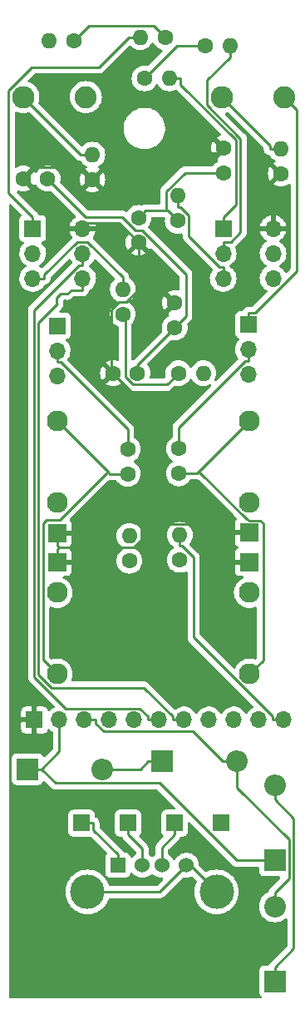
<source format=gbr>
%TF.GenerationSoftware,KiCad,Pcbnew,(6.0.7)*%
%TF.CreationDate,2023-02-07T22:19:33+09:00*%
%TF.ProjectId,scoppy_control,73636f70-7079-45f6-936f-6e74726f6c2e,rev?*%
%TF.SameCoordinates,Original*%
%TF.FileFunction,Copper,L2,Bot*%
%TF.FilePolarity,Positive*%
%FSLAX46Y46*%
G04 Gerber Fmt 4.6, Leading zero omitted, Abs format (unit mm)*
G04 Created by KiCad (PCBNEW (6.0.7)) date 2023-02-07 22:19:33*
%MOMM*%
%LPD*%
G01*
G04 APERTURE LIST*
%TA.AperFunction,ComponentPad*%
%ADD10C,1.600000*%
%TD*%
%TA.AperFunction,ComponentPad*%
%ADD11O,1.600000X1.600000*%
%TD*%
%TA.AperFunction,ComponentPad*%
%ADD12R,1.700000X1.700000*%
%TD*%
%TA.AperFunction,ComponentPad*%
%ADD13O,1.700000X1.700000*%
%TD*%
%TA.AperFunction,ComponentPad*%
%ADD14R,2.200000X2.200000*%
%TD*%
%TA.AperFunction,ComponentPad*%
%ADD15O,2.200000X2.200000*%
%TD*%
%TA.AperFunction,ComponentPad*%
%ADD16R,1.930000X1.830000*%
%TD*%
%TA.AperFunction,ComponentPad*%
%ADD17C,2.130000*%
%TD*%
%TA.AperFunction,ComponentPad*%
%ADD18R,1.524000X1.524000*%
%TD*%
%TA.AperFunction,ComponentPad*%
%ADD19C,1.524000*%
%TD*%
%TA.AperFunction,ComponentPad*%
%ADD20C,3.500000*%
%TD*%
%TA.AperFunction,ComponentPad*%
%ADD21C,2.250000*%
%TD*%
%TA.AperFunction,ComponentPad*%
%ADD22C,2.280000*%
%TD*%
%TA.AperFunction,Conductor*%
%ADD23C,0.250000*%
%TD*%
G04 APERTURE END LIST*
D10*
%TO.P,R18,1*%
%TO.N,Net-(R13-Pad1)*%
X125060000Y-62800000D03*
D11*
%TO.P,R18,2*%
%TO.N,Net-(R18-Pad2)*%
X127600000Y-62800000D03*
%TD*%
D12*
%TO.P,SW2,1,A*%
%TO.N,Net-(C4-Pad2)*%
X129500000Y-91175000D03*
D13*
%TO.P,SW2,2,B*%
X129500000Y-93715000D03*
%TO.P,SW2,3,C*%
%TO.N,CH2*%
X129500000Y-96255000D03*
%TD*%
D12*
%TO.P,SW4,1,A*%
%TO.N,Net-(R16-Pad2)*%
X126925000Y-81375000D03*
D13*
%TO.P,SW4,2,B*%
%TO.N,GND*%
X132005000Y-81375000D03*
%TO.P,SW4,3,C*%
%TO.N,Net-(R18-Pad2)*%
X126925000Y-83915000D03*
%TO.P,SW4,4,A*%
%TO.N,GPIO4*%
X132005000Y-83915000D03*
%TO.P,SW4,5,B*%
%TO.N,Net-(R14-Pad2)*%
X126925000Y-86455000D03*
%TO.P,SW4,6,C*%
%TO.N,GPIO5*%
X132005000Y-86455000D03*
%TD*%
D14*
%TO.P,D4,1,K*%
%TO.N,Net-(C12-Pad1)*%
X120700000Y-135600000D03*
D15*
%TO.P,D4,2,A*%
%TO.N,-3V3*%
X128320000Y-135600000D03*
%TD*%
D10*
%TO.P,C9,1*%
%TO.N,GND*%
X118300000Y-82800000D03*
%TO.P,C9,2*%
%TO.N,+3V3*%
X118300000Y-80300000D03*
%TD*%
%TO.P,R17,1*%
%TO.N,Net-(R11-Pad1)*%
X111700000Y-62300000D03*
D11*
%TO.P,R17,2*%
%TO.N,Net-(R17-Pad2)*%
X109160000Y-62300000D03*
%TD*%
D10*
%TO.P,R15,1*%
%TO.N,Net-(R11-Pad1)*%
X121000000Y-61900000D03*
D11*
%TO.P,R15,2*%
%TO.N,Net-(R15-Pad2)*%
X118460000Y-61900000D03*
%TD*%
D12*
%TO.P,SW3,1,A*%
%TO.N,Net-(R15-Pad2)*%
X107525000Y-81375000D03*
D13*
%TO.P,SW3,2,B*%
%TO.N,GND*%
X112605000Y-81375000D03*
%TO.P,SW3,3,C*%
%TO.N,Net-(R17-Pad2)*%
X107525000Y-83915000D03*
%TO.P,SW3,4,A*%
%TO.N,GPIO2*%
X112605000Y-83915000D03*
%TO.P,SW3,5,B*%
%TO.N,Net-(R12-Pad2)*%
X107525000Y-86455000D03*
%TO.P,SW3,6,C*%
%TO.N,GPIO3*%
X112605000Y-86455000D03*
%TD*%
D10*
%TO.P,R16,1*%
%TO.N,Net-(R13-Pad1)*%
X118905000Y-66100000D03*
D11*
%TO.P,R16,2*%
%TO.N,Net-(R16-Pad2)*%
X121445000Y-66100000D03*
%TD*%
D16*
%TO.P,J1,S*%
%TO.N,GND*%
X110000000Y-112380000D03*
D17*
%TO.P,J1,T*%
%TO.N,CH1*%
X110000000Y-100980000D03*
%TO.P,J1,TN*%
%TO.N,N/C*%
X110000000Y-109280000D03*
%TD*%
D12*
%TO.P,VBUS,1,Pin_1*%
%TO.N,Net-(J8-Pad1)*%
X112500000Y-141900000D03*
%TD*%
D10*
%TO.P,R5,1*%
%TO.N,Net-(C3-Pad2)*%
X117366700Y-115200000D03*
D11*
%TO.P,R5,2*%
%TO.N,Net-(C12-Pad1)*%
X117366700Y-112660000D03*
%TD*%
D10*
%TO.P,C21,1*%
%TO.N,-3V3*%
X118200000Y-96100000D03*
%TO.P,C21,2*%
%TO.N,GND*%
X115700000Y-96100000D03*
%TD*%
D12*
%TO.P,REF5,1*%
%TO.N,GND*%
X107700000Y-131400000D03*
D13*
%TO.P,REF5,2*%
%TO.N,+3V3*%
X110240000Y-131400000D03*
%TO.P,REF5,3*%
%TO.N,-3V3*%
X112780000Y-131400000D03*
%TO.P,REF5,4*%
%TO.N,Net-(C12-Pad1)*%
X115320000Y-131400000D03*
%TO.P,REF5,5*%
%TO.N,Net-(C19-Pad2)*%
X117860000Y-131400000D03*
%TO.P,REF5,6*%
%TO.N,GPIO2*%
X120400000Y-131400000D03*
%TO.P,REF5,7*%
%TO.N,GPIO3*%
X122940000Y-131400000D03*
%TO.P,REF5,8*%
%TO.N,GPIO4*%
X125480000Y-131400000D03*
%TO.P,REF5,9*%
%TO.N,GPIO5*%
X128020000Y-131400000D03*
%TO.P,REF5,10*%
%TO.N,Net-(R11-Pad1)*%
X130560000Y-131400000D03*
%TO.P,REF5,11*%
%TO.N,Net-(C13-Pad1)*%
X133100000Y-131400000D03*
%TD*%
D10*
%TO.P,C3,1*%
%TO.N,CH1*%
X117200000Y-106350000D03*
%TO.P,C3,2*%
%TO.N,Net-(C3-Pad2)*%
X117200000Y-103850000D03*
%TD*%
%TO.P,R12,1*%
%TO.N,+3V3*%
X116700000Y-90100000D03*
D11*
%TO.P,R12,2*%
%TO.N,Net-(R12-Pad2)*%
X116700000Y-87560000D03*
%TD*%
D12*
%TO.P,TP2,1,Pin_1*%
%TO.N,Net-(J11-Pad1)*%
X117233300Y-141900000D03*
%TD*%
D10*
%TO.P,C16,1*%
%TO.N,GND*%
X122000000Y-88950000D03*
%TO.P,C16,2*%
%TO.N,-3V3*%
X122000000Y-91450000D03*
%TD*%
%TO.P,R6,1*%
%TO.N,Net-(C4-Pad2)*%
X122500000Y-115100000D03*
D11*
%TO.P,R6,2*%
%TO.N,Net-(C13-Pad1)*%
X122500000Y-112560000D03*
%TD*%
D18*
%TO.P,J8,1,VBUS*%
%TO.N,Net-(J8-Pad1)*%
X116180000Y-146185000D03*
D19*
%TO.P,J8,2,D-*%
%TO.N,Net-(J11-Pad1)*%
X118680000Y-146185000D03*
%TO.P,J8,3,D+*%
%TO.N,Net-(J10-Pad1)*%
X120680000Y-146185000D03*
%TO.P,J8,4,GND*%
%TO.N,Net-(J7-Pad1)*%
X123180000Y-146185000D03*
D20*
%TO.P,J8,5,Shield*%
X126250000Y-148895000D03*
X113110000Y-148895000D03*
%TD*%
D12*
%TO.P,GND,1,Pin_1*%
%TO.N,Net-(J7-Pad1)*%
X126700000Y-141900000D03*
%TD*%
D16*
%TO.P,J4,S*%
%TO.N,GND*%
X110000000Y-115320000D03*
D17*
%TO.P,J4,T*%
%TO.N,CH1*%
X110000000Y-126720000D03*
%TO.P,J4,TN*%
%TO.N,N/C*%
X110000000Y-118420000D03*
%TD*%
D14*
%TO.P,D3,1,K*%
%TO.N,+3V3*%
X106990000Y-136400000D03*
D15*
%TO.P,D3,2,A*%
%TO.N,Net-(C12-Pad1)*%
X114610000Y-136400000D03*
%TD*%
D14*
%TO.P,D6,1,K*%
%TO.N,Net-(C13-Pad1)*%
X132200000Y-158000000D03*
D15*
%TO.P,D6,2,A*%
%TO.N,-3V3*%
X132200000Y-150380000D03*
%TD*%
D10*
%TO.P,C10,1*%
%TO.N,GND*%
X127000000Y-73200000D03*
%TO.P,C10,2*%
%TO.N,+3V3*%
X127000000Y-75700000D03*
%TD*%
%TO.P,C15,1*%
%TO.N,GND*%
X106550000Y-76300000D03*
%TO.P,C15,2*%
%TO.N,-3V3*%
X109050000Y-76300000D03*
%TD*%
D12*
%TO.P,SW1,1,A*%
%TO.N,Net-(C3-Pad2)*%
X110000000Y-91275000D03*
D13*
%TO.P,SW1,2,B*%
X110000000Y-93815000D03*
%TO.P,SW1,3,C*%
%TO.N,CH1*%
X110000000Y-96355000D03*
%TD*%
D10*
%TO.P,R8,1*%
%TO.N,GND*%
X132800000Y-75800000D03*
D11*
%TO.P,R8,2*%
%TO.N,Net-(C13-Pad1)*%
X132800000Y-73260000D03*
%TD*%
D16*
%TO.P,J2,S*%
%TO.N,GND*%
X129600000Y-112350000D03*
D17*
%TO.P,J2,T*%
%TO.N,CH2*%
X129600000Y-100950000D03*
%TO.P,J2,TN*%
%TO.N,N/C*%
X129600000Y-109250000D03*
%TD*%
D10*
%TO.P,R7,1*%
%TO.N,GND*%
X113600000Y-76400000D03*
D11*
%TO.P,R7,2*%
%TO.N,Net-(C12-Pad1)*%
X113600000Y-73860000D03*
%TD*%
D16*
%TO.P,J5,S*%
%TO.N,GND*%
X129600000Y-115320000D03*
D17*
%TO.P,J5,T*%
%TO.N,CH2*%
X129600000Y-126720000D03*
%TO.P,J5,TN*%
%TO.N,N/C*%
X129600000Y-118420000D03*
%TD*%
D12*
%TO.P,TP3,1,Pin_1*%
%TO.N,Net-(J10-Pad1)*%
X121966700Y-141900000D03*
%TD*%
D21*
%TO.P,C6,1*%
%TO.N,Net-(C4-Pad2)*%
X133129500Y-68000000D03*
D22*
%TO.P,C6,2*%
%TO.N,Net-(C13-Pad1)*%
X126754500Y-68000000D03*
%TD*%
D10*
%TO.P,C4,1*%
%TO.N,CH2*%
X122400000Y-106300000D03*
%TO.P,C4,2*%
%TO.N,Net-(C4-Pad2)*%
X122400000Y-103800000D03*
%TD*%
D21*
%TO.P,C5,1*%
%TO.N,Net-(C3-Pad2)*%
X112929500Y-68000000D03*
D22*
%TO.P,C5,2*%
%TO.N,Net-(C12-Pad1)*%
X106554500Y-68000000D03*
%TD*%
D10*
%TO.P,R14,1*%
%TO.N,+3V3*%
X122300000Y-80600000D03*
D11*
%TO.P,R14,2*%
%TO.N,Net-(R14-Pad2)*%
X122300000Y-78060000D03*
%TD*%
D14*
%TO.P,D5,1,K*%
%TO.N,+3V3*%
X132200000Y-145710000D03*
D15*
%TO.P,D5,2,A*%
%TO.N,Net-(C13-Pad1)*%
X132200000Y-138090000D03*
%TD*%
D10*
%TO.P,R21,1*%
%TO.N,+3V3*%
X122355000Y-96100000D03*
D11*
%TO.P,R21,2*%
%TO.N,Net-(C19-Pad2)*%
X124895000Y-96100000D03*
%TD*%
D23*
%TO.N,Net-(C3-Pad2)*%
X110000000Y-94990100D02*
X110367200Y-94990100D01*
X117200000Y-101822900D02*
X117200000Y-103850000D01*
X110000000Y-93815000D02*
X110000000Y-94990100D01*
X110367200Y-94990100D02*
X117200000Y-101822900D01*
%TO.N,Net-(C12-Pad1)*%
X118474900Y-136400000D02*
X119274900Y-135600000D01*
X114610000Y-136400000D02*
X118474900Y-136400000D01*
X120700000Y-135600000D02*
X119274900Y-135600000D01*
X106554500Y-68000000D02*
X112414500Y-73860000D01*
X112414500Y-73860000D02*
X113600000Y-73860000D01*
%TO.N,Net-(C4-Pad2)*%
X129134700Y-94890100D02*
X129500000Y-94890100D01*
X130161000Y-89999900D02*
X134413300Y-85747600D01*
X129500000Y-91175000D02*
X129500000Y-89999900D01*
X129500000Y-93715000D02*
X129500000Y-94890100D01*
X122400000Y-103800000D02*
X122400000Y-101624800D01*
X134413300Y-85747600D02*
X134413300Y-69283800D01*
X134413300Y-69283800D02*
X133129500Y-68000000D01*
X129500000Y-89999900D02*
X130161000Y-89999900D01*
X122400000Y-101624800D02*
X129134700Y-94890100D01*
%TO.N,Net-(C13-Pad1)*%
X122733100Y-113685100D02*
X122500000Y-113685100D01*
X131924900Y-131400000D02*
X131924900Y-131022200D01*
X134092600Y-154682300D02*
X134092600Y-141407700D01*
X133100000Y-131400000D02*
X131924900Y-131400000D01*
X131924900Y-131022200D02*
X123914800Y-123012100D01*
X123914800Y-123012100D02*
X123914800Y-114866800D01*
X131674900Y-72920400D02*
X131674900Y-73260000D01*
X132800000Y-73260000D02*
X131674900Y-73260000D01*
X132200000Y-156574900D02*
X134092600Y-154682300D01*
X123914800Y-114866800D02*
X122733100Y-113685100D01*
X122500000Y-112560000D02*
X122500000Y-113685100D01*
X132200000Y-138090000D02*
X132200000Y-139515100D01*
X132200000Y-158000000D02*
X132200000Y-156574900D01*
X126754500Y-68000000D02*
X131674900Y-72920400D01*
X134092600Y-141407700D02*
X132200000Y-139515100D01*
%TO.N,Net-(R15-Pad2)*%
X105054400Y-77729300D02*
X105054400Y-67348100D01*
X105054400Y-67348100D02*
X107427700Y-64974800D01*
X107427700Y-64974800D02*
X114260100Y-64974800D01*
X107525000Y-81375000D02*
X107525000Y-80199900D01*
X118460000Y-61900000D02*
X117334900Y-61900000D01*
X107525000Y-80199900D02*
X105054400Y-77729300D01*
X114260100Y-64974800D02*
X117334900Y-61900000D01*
%TO.N,GND*%
X116312900Y-88830000D02*
X117029300Y-88830000D01*
X119454700Y-86404600D02*
X118300000Y-85250000D01*
X118581100Y-113096000D02*
X118581100Y-111424200D01*
X127000000Y-73200000D02*
X126500000Y-73700000D01*
X116300000Y-73700000D02*
X113600000Y-76400000D01*
X112330000Y-75130000D02*
X107720000Y-75130000D01*
X110149900Y-113850000D02*
X110149900Y-113770000D01*
X118581100Y-111424200D02*
X118581100Y-98981100D01*
X110000000Y-114079900D02*
X110149900Y-113930000D01*
X112605000Y-80787400D02*
X116287400Y-80787400D01*
X128309900Y-112350000D02*
X127384100Y-111424200D01*
X115700000Y-96100000D02*
X115557600Y-95957600D01*
X107720000Y-75130000D02*
X106550000Y-76300000D01*
X127384100Y-111424200D02*
X118581100Y-111424200D01*
X118581100Y-98981100D02*
X115700000Y-96100000D01*
X116287400Y-80787400D02*
X118300000Y-82800000D01*
X110000000Y-115320000D02*
X110000000Y-114079900D01*
X115557600Y-89585300D02*
X116312900Y-88830000D01*
X110149900Y-113850000D02*
X117827100Y-113850000D01*
X117029300Y-88830000D02*
X119454700Y-86404600D01*
X110149900Y-113930000D02*
X110149900Y-113850000D01*
X117827100Y-113850000D02*
X118581100Y-113096000D01*
X112605000Y-81375000D02*
X112605000Y-80787400D01*
X115557600Y-95957600D02*
X115557600Y-89585300D01*
X126500000Y-73700000D02*
X116300000Y-73700000D01*
X113600000Y-76400000D02*
X112330000Y-75130000D01*
X129600000Y-112350000D02*
X128309900Y-112350000D01*
X122000000Y-88950000D02*
X119454700Y-86404600D01*
X110000000Y-112380000D02*
X110000000Y-113620100D01*
X110149900Y-113770000D02*
X110000000Y-113620100D01*
X118300000Y-85250000D02*
X118300000Y-82800000D01*
%TO.N,GPIO2*%
X110891500Y-130224900D02*
X118417100Y-130224900D01*
X107667400Y-89662400D02*
X107667400Y-127000800D01*
X112239700Y-85090100D02*
X107667400Y-89662400D01*
X120400000Y-131400000D02*
X119224900Y-131400000D01*
X119224900Y-131032700D02*
X119224900Y-131400000D01*
X112605000Y-85090100D02*
X112239700Y-85090100D01*
X118417100Y-130224900D02*
X119224900Y-131032700D01*
X107667400Y-127000800D02*
X110891500Y-130224900D01*
X112605000Y-83915000D02*
X112605000Y-85090100D01*
%TO.N,Net-(R12-Pad2)*%
X108700100Y-86087800D02*
X112056400Y-82731500D01*
X113091300Y-82731500D02*
X116700000Y-86340200D01*
X112056400Y-82731500D02*
X113091300Y-82731500D01*
X108700100Y-86455000D02*
X108700100Y-86087800D01*
X107525000Y-86455000D02*
X108700100Y-86455000D01*
X116700000Y-86340200D02*
X116700000Y-87560000D01*
%TO.N,GPIO3*%
X109979200Y-88403700D02*
X109979200Y-89004300D01*
X110017500Y-89042500D02*
X108117500Y-90942500D01*
X121764900Y-131034800D02*
X121764900Y-131400000D01*
X109432100Y-128128900D02*
X118859000Y-128128900D01*
X111004700Y-87978900D02*
X110404000Y-87978900D01*
X111042900Y-88017100D02*
X111004700Y-87978900D01*
X111429900Y-87630100D02*
X111042900Y-88017100D01*
X110404000Y-87978900D02*
X109979200Y-88403700D01*
X122940000Y-131400000D02*
X121764900Y-131400000D01*
X108117500Y-90942500D02*
X108117500Y-126814300D01*
X112605000Y-86455000D02*
X112605000Y-87630100D01*
X109979200Y-89004300D02*
X110017500Y-89042500D01*
X118859000Y-128128900D02*
X121764900Y-131034800D01*
X112605000Y-87630100D02*
X111429900Y-87630100D01*
X108117500Y-126814300D02*
X109432100Y-128128900D01*
%TO.N,Net-(R16-Pad2)*%
X126925000Y-81375000D02*
X126925000Y-80199900D01*
X122570100Y-66736600D02*
X128198300Y-72364800D01*
X128198300Y-72364800D02*
X128198300Y-78926600D01*
X121445000Y-66100000D02*
X122570100Y-66100000D01*
X122570100Y-66100000D02*
X122570100Y-66736600D01*
X128198300Y-78926600D02*
X126925000Y-80199900D01*
%TO.N,Net-(R18-Pad2)*%
X125289300Y-68819200D02*
X125289300Y-66235800D01*
X126925000Y-83915000D02*
X126925000Y-82739900D01*
X127600000Y-62800000D02*
X127600000Y-63925100D01*
X127732900Y-82739900D02*
X128696400Y-81776400D01*
X126925000Y-82739900D02*
X127732900Y-82739900D01*
X128696400Y-81776400D02*
X128696400Y-72226300D01*
X128696400Y-72226300D02*
X125289300Y-68819200D01*
X125289300Y-66235800D02*
X127600000Y-63925100D01*
%TO.N,Net-(R14-Pad2)*%
X122581400Y-79185100D02*
X123425100Y-80028800D01*
X126559700Y-85279900D02*
X126925000Y-85279900D01*
X123425100Y-80028800D02*
X123425100Y-82145300D01*
X122300000Y-79185100D02*
X122581400Y-79185100D01*
X123425100Y-82145300D02*
X126559700Y-85279900D01*
X126925000Y-86455000D02*
X126925000Y-85279900D01*
X122300000Y-78060000D02*
X122300000Y-79185100D01*
%TO.N,-3V3*%
X128320000Y-135600000D02*
X126894900Y-135600000D01*
X123870000Y-132575100D02*
X126894900Y-135600000D01*
X116608500Y-80199700D02*
X117958800Y-81550000D01*
X118200000Y-96100000D02*
X118200000Y-95250000D01*
X112780000Y-131400000D02*
X113955100Y-131400000D01*
X112949700Y-80199700D02*
X116608500Y-80199700D01*
X123141900Y-86024200D02*
X123141900Y-90308100D01*
X132200000Y-148954900D02*
X133625200Y-147529700D01*
X133625200Y-143575200D02*
X128320000Y-138270000D01*
X133625200Y-147529700D02*
X133625200Y-143575200D01*
X128320000Y-138270000D02*
X128320000Y-135600000D01*
X118200000Y-95250000D02*
X122000000Y-91450000D01*
X132200000Y-150380000D02*
X132200000Y-148954900D01*
X114762900Y-132575100D02*
X123870000Y-132575100D01*
X118667700Y-81550000D02*
X123141900Y-86024200D01*
X123141900Y-90308100D02*
X122000000Y-91450000D01*
X113955100Y-131400000D02*
X113955100Y-131767300D01*
X113955100Y-131767300D02*
X114762900Y-132575100D01*
X117958800Y-81550000D02*
X118667700Y-81550000D01*
X109050000Y-76300000D02*
X112949700Y-80199700D01*
%TO.N,+3V3*%
X121132100Y-77609700D02*
X123041800Y-75700000D01*
X106990000Y-136400000D02*
X108415100Y-136400000D01*
X116700000Y-90100000D02*
X116950000Y-90350000D01*
X132200000Y-145710000D02*
X128304200Y-145710000D01*
X117732800Y-97278400D02*
X121176600Y-97278400D01*
X121132100Y-79566000D02*
X121132100Y-77609700D01*
X123041800Y-75700000D02*
X127000000Y-75700000D01*
X109840200Y-137825100D02*
X108415100Y-136400000D01*
X119034000Y-79566000D02*
X118300000Y-80300000D01*
X122300000Y-80600000D02*
X121266000Y-79566000D01*
X116950000Y-90350000D02*
X116950000Y-96495600D01*
X110240000Y-134575100D02*
X110240000Y-131400000D01*
X108415100Y-136400000D02*
X110240000Y-134575100D01*
X121176600Y-97278400D02*
X122355000Y-96100000D01*
X128304200Y-145710000D02*
X120419300Y-137825100D01*
X116950000Y-96495600D02*
X117732800Y-97278400D01*
X121132100Y-79566000D02*
X119034000Y-79566000D01*
X120419300Y-137825100D02*
X109840200Y-137825100D01*
X121266000Y-79566000D02*
X121132100Y-79566000D01*
%TO.N,Net-(R11-Pad1)*%
X113250500Y-60749500D02*
X111700000Y-62300000D01*
X119849500Y-60749500D02*
X113250500Y-60749500D01*
X121000000Y-61900000D02*
X119849500Y-60749500D01*
%TO.N,Net-(R13-Pad1)*%
X122205000Y-62800000D02*
X125060000Y-62800000D01*
X118905000Y-66100000D02*
X122205000Y-62800000D01*
%TO.N,CH2*%
X129600000Y-126720000D02*
X131005800Y-125314200D01*
X122400000Y-106300000D02*
X124250000Y-106300000D01*
X129511500Y-111084300D02*
X129411900Y-110984700D01*
X129356600Y-110984700D02*
X124461000Y-106089000D01*
X131005800Y-111368100D02*
X130722000Y-111084300D01*
X129411900Y-110984700D02*
X129356600Y-110984700D01*
X124461000Y-106089000D02*
X129600000Y-100950000D01*
X124250000Y-106300000D02*
X124461000Y-106089000D01*
X131005800Y-125314200D02*
X131005800Y-111368100D01*
X130722000Y-111084300D02*
X129511500Y-111084300D01*
%TO.N,CH1*%
X115167800Y-106147800D02*
X110000000Y-100980000D01*
X117200000Y-106350000D02*
X115370000Y-106350000D01*
X110251400Y-111064200D02*
X115167800Y-106147800D01*
X108573900Y-125293900D02*
X108573900Y-111401100D01*
X110000000Y-126720000D02*
X108573900Y-125293900D01*
X108573900Y-111401100D02*
X108910800Y-111064200D01*
X115370000Y-106350000D02*
X115167800Y-106147800D01*
X108910800Y-111064200D02*
X110251400Y-111064200D01*
%TO.N,Net-(J8-Pad1)*%
X113675100Y-142593000D02*
X113675100Y-141900000D01*
X116180000Y-146185000D02*
X116180000Y-145097900D01*
X112500000Y-141900000D02*
X113675100Y-141900000D01*
X116180000Y-145097900D02*
X113675100Y-142593000D01*
%TO.N,Net-(J11-Pad1)*%
X118680000Y-144521800D02*
X117233300Y-143075100D01*
X117233300Y-141900000D02*
X117233300Y-143075100D01*
X118680000Y-146185000D02*
X118680000Y-144521800D01*
%TO.N,Net-(J10-Pad1)*%
X121966700Y-141900000D02*
X121966700Y-143075100D01*
X121966700Y-143075100D02*
X120680000Y-144361800D01*
X120680000Y-144361800D02*
X120680000Y-146185000D01*
%TO.N,Net-(J7-Pad1)*%
X123540000Y-146185000D02*
X123180000Y-146185000D01*
X120470000Y-148895000D02*
X123180000Y-146185000D01*
X126250000Y-148895000D02*
X123540000Y-146185000D01*
X113110000Y-148895000D02*
X120470000Y-148895000D01*
%TD*%
%TA.AperFunction,Conductor*%
%TO.N,GND*%
G36*
X105317012Y-78888270D02*
G01*
X105323595Y-78894399D01*
X106368565Y-79939369D01*
X106402591Y-80001681D01*
X106397526Y-80072496D01*
X106355037Y-80129289D01*
X106311739Y-80161739D01*
X106224385Y-80278295D01*
X106173255Y-80414684D01*
X106166500Y-80476866D01*
X106166500Y-82273134D01*
X106173255Y-82335316D01*
X106224385Y-82471705D01*
X106311739Y-82588261D01*
X106428295Y-82675615D01*
X106436704Y-82678767D01*
X106436705Y-82678768D01*
X106545451Y-82719535D01*
X106602216Y-82762176D01*
X106626916Y-82828738D01*
X106611709Y-82898087D01*
X106592316Y-82924568D01*
X106465629Y-83057138D01*
X106339743Y-83241680D01*
X106245688Y-83444305D01*
X106185989Y-83659570D01*
X106162251Y-83881695D01*
X106162548Y-83886848D01*
X106162548Y-83886851D01*
X106168011Y-83981590D01*
X106175110Y-84104715D01*
X106176247Y-84109761D01*
X106176248Y-84109767D01*
X106176868Y-84112517D01*
X106224222Y-84322639D01*
X106308266Y-84529616D01*
X106424987Y-84720088D01*
X106571250Y-84888938D01*
X106743126Y-85031632D01*
X106813595Y-85072811D01*
X106816445Y-85074476D01*
X106865169Y-85126114D01*
X106878240Y-85195897D01*
X106851509Y-85261669D01*
X106811055Y-85295027D01*
X106798607Y-85301507D01*
X106794474Y-85304610D01*
X106794471Y-85304612D01*
X106669259Y-85398624D01*
X106619965Y-85435635D01*
X106465629Y-85597138D01*
X106462715Y-85601410D01*
X106462714Y-85601411D01*
X106415307Y-85670907D01*
X106339743Y-85781680D01*
X106304302Y-85858032D01*
X106250269Y-85974437D01*
X106245688Y-85984305D01*
X106185989Y-86199570D01*
X106162251Y-86421695D01*
X106162548Y-86426848D01*
X106162548Y-86426851D01*
X106168011Y-86521590D01*
X106175110Y-86644715D01*
X106176247Y-86649761D01*
X106176248Y-86649767D01*
X106190229Y-86711803D01*
X106224222Y-86862639D01*
X106308266Y-87069616D01*
X106424987Y-87260088D01*
X106571250Y-87428938D01*
X106743126Y-87571632D01*
X106936000Y-87684338D01*
X106940825Y-87686180D01*
X106940826Y-87686181D01*
X106957623Y-87692595D01*
X107144692Y-87764030D01*
X107149760Y-87765061D01*
X107149763Y-87765062D01*
X107236000Y-87782607D01*
X107363597Y-87808567D01*
X107368772Y-87808757D01*
X107368774Y-87808757D01*
X107581673Y-87816564D01*
X107581677Y-87816564D01*
X107586837Y-87816753D01*
X107591957Y-87816097D01*
X107591959Y-87816097D01*
X107803288Y-87789025D01*
X107803289Y-87789025D01*
X107808416Y-87788368D01*
X107813366Y-87786883D01*
X108017429Y-87725661D01*
X108017434Y-87725659D01*
X108022384Y-87724174D01*
X108222994Y-87625896D01*
X108404860Y-87496173D01*
X108563096Y-87338489D01*
X108622594Y-87255689D01*
X108690435Y-87161277D01*
X108693453Y-87157077D01*
X108695746Y-87152438D01*
X108698405Y-87148012D01*
X108699573Y-87148714D01*
X108743408Y-87101159D01*
X108800329Y-87083447D01*
X108811836Y-87082723D01*
X108811837Y-87082723D01*
X108819750Y-87082225D01*
X108827291Y-87079775D01*
X108827587Y-87079679D01*
X108850731Y-87074506D01*
X108851035Y-87074468D01*
X108851040Y-87074467D01*
X108858897Y-87073474D01*
X108866262Y-87070558D01*
X108866266Y-87070557D01*
X108911111Y-87052801D01*
X108918530Y-87050129D01*
X108971975Y-87032764D01*
X108978672Y-87028514D01*
X108978931Y-87028350D01*
X109000058Y-87017585D01*
X109000346Y-87017471D01*
X109000351Y-87017468D01*
X109007717Y-87014552D01*
X109014125Y-87009896D01*
X109014131Y-87009893D01*
X109053152Y-86981542D01*
X109059689Y-86977099D01*
X109107118Y-86947000D01*
X109112759Y-86940993D01*
X109130546Y-86925312D01*
X109130791Y-86925134D01*
X109130793Y-86925132D01*
X109137207Y-86920472D01*
X109151454Y-86903251D01*
X109173003Y-86877204D01*
X109178234Y-86871270D01*
X109211258Y-86836102D01*
X109211260Y-86836099D01*
X109216686Y-86830321D01*
X109220658Y-86823097D01*
X109233981Y-86803494D01*
X109234180Y-86803254D01*
X109234184Y-86803247D01*
X109239233Y-86797144D01*
X109263147Y-86746324D01*
X109266729Y-86739292D01*
X109293795Y-86690060D01*
X109295765Y-86682385D01*
X109295768Y-86682379D01*
X109295844Y-86682081D01*
X109303876Y-86659772D01*
X109304006Y-86659497D01*
X109304009Y-86659489D01*
X109307383Y-86652318D01*
X109317906Y-86597151D01*
X109319632Y-86589429D01*
X109331629Y-86542707D01*
X109331629Y-86542706D01*
X109333600Y-86535030D01*
X109333600Y-86526793D01*
X109335832Y-86503184D01*
X109335890Y-86502881D01*
X109335890Y-86502877D01*
X109337375Y-86495094D01*
X109333849Y-86439049D01*
X109333600Y-86431138D01*
X109333600Y-86402394D01*
X109353602Y-86334273D01*
X109370505Y-86313299D01*
X111186943Y-84496862D01*
X111249255Y-84462836D01*
X111320071Y-84467901D01*
X111376906Y-84510448D01*
X111387266Y-84527152D01*
X111388266Y-84529616D01*
X111504987Y-84720088D01*
X111508367Y-84723990D01*
X111525120Y-84743331D01*
X111554601Y-84807917D01*
X111544484Y-84878189D01*
X111518975Y-84914921D01*
X109391991Y-87041904D01*
X107275147Y-89158748D01*
X107266861Y-89166288D01*
X107260382Y-89170400D01*
X107254957Y-89176177D01*
X107213757Y-89220051D01*
X107211002Y-89222893D01*
X107191265Y-89242630D01*
X107188785Y-89245827D01*
X107181082Y-89254847D01*
X107150814Y-89287079D01*
X107146995Y-89294025D01*
X107146993Y-89294028D01*
X107141052Y-89304834D01*
X107130201Y-89321353D01*
X107117786Y-89337359D01*
X107114641Y-89344628D01*
X107114638Y-89344632D01*
X107100226Y-89377937D01*
X107095009Y-89388587D01*
X107073705Y-89427340D01*
X107071734Y-89435015D01*
X107071734Y-89435016D01*
X107068667Y-89446962D01*
X107062263Y-89465666D01*
X107058935Y-89473358D01*
X107054219Y-89484255D01*
X107052980Y-89492078D01*
X107052977Y-89492088D01*
X107047301Y-89527924D01*
X107044895Y-89539544D01*
X107033900Y-89582370D01*
X107033900Y-89602624D01*
X107032349Y-89622334D01*
X107029180Y-89642343D01*
X107029926Y-89650235D01*
X107033341Y-89686361D01*
X107033900Y-89698219D01*
X107033900Y-126922033D01*
X107033373Y-126933216D01*
X107031698Y-126940709D01*
X107031947Y-126948635D01*
X107031947Y-126948636D01*
X107033838Y-127008786D01*
X107033900Y-127012745D01*
X107033900Y-127040656D01*
X107034397Y-127044590D01*
X107034397Y-127044591D01*
X107034405Y-127044656D01*
X107035338Y-127056493D01*
X107036727Y-127100689D01*
X107042378Y-127120139D01*
X107046387Y-127139500D01*
X107048926Y-127159597D01*
X107051845Y-127166968D01*
X107051845Y-127166970D01*
X107065204Y-127200712D01*
X107069049Y-127211942D01*
X107079171Y-127246783D01*
X107081382Y-127254393D01*
X107085415Y-127261212D01*
X107085417Y-127261217D01*
X107091693Y-127271828D01*
X107100388Y-127289576D01*
X107107848Y-127308417D01*
X107112510Y-127314833D01*
X107112510Y-127314834D01*
X107133836Y-127344187D01*
X107140352Y-127354107D01*
X107162858Y-127392162D01*
X107177179Y-127406483D01*
X107190019Y-127421516D01*
X107201928Y-127437907D01*
X107208034Y-127442958D01*
X107236005Y-127466098D01*
X107244784Y-127474088D01*
X109723287Y-129952592D01*
X109757312Y-130014902D01*
X109752247Y-130085717D01*
X109709700Y-130142553D01*
X109692371Y-130153448D01*
X109518196Y-130244118D01*
X109513607Y-130246507D01*
X109509474Y-130249610D01*
X109509471Y-130249612D01*
X109380246Y-130346637D01*
X109334965Y-130380635D01*
X109331393Y-130384373D01*
X109253898Y-130465466D01*
X109192374Y-130500895D01*
X109121462Y-130497438D01*
X109063676Y-130456192D01*
X109044823Y-130422644D01*
X109003324Y-130311946D01*
X108994786Y-130296351D01*
X108918285Y-130194276D01*
X108905724Y-130181715D01*
X108803649Y-130105214D01*
X108788054Y-130096676D01*
X108667606Y-130051522D01*
X108652351Y-130047895D01*
X108601486Y-130042369D01*
X108594672Y-130042000D01*
X107972115Y-130042000D01*
X107956876Y-130046475D01*
X107955671Y-130047865D01*
X107954000Y-130055548D01*
X107954000Y-132739884D01*
X107958475Y-132755123D01*
X107959865Y-132756328D01*
X107967548Y-132757999D01*
X108594669Y-132757999D01*
X108601490Y-132757629D01*
X108652352Y-132752105D01*
X108667604Y-132748479D01*
X108788054Y-132703324D01*
X108803649Y-132694786D01*
X108905724Y-132618285D01*
X108918285Y-132605724D01*
X108994786Y-132503649D01*
X109003324Y-132488054D01*
X109044225Y-132378952D01*
X109086867Y-132322188D01*
X109153428Y-132297488D01*
X109222777Y-132312696D01*
X109257444Y-132340684D01*
X109282865Y-132370031D01*
X109282869Y-132370035D01*
X109286250Y-132373938D01*
X109458126Y-132516632D01*
X109462593Y-132519242D01*
X109544070Y-132566853D01*
X109592794Y-132618491D01*
X109606500Y-132675641D01*
X109606500Y-134260505D01*
X109586498Y-134328626D01*
X109569595Y-134349600D01*
X108767690Y-135151505D01*
X108705378Y-135185531D01*
X108634563Y-135180466D01*
X108577727Y-135137919D01*
X108560613Y-135106639D01*
X108543768Y-135061705D01*
X108543767Y-135061703D01*
X108540615Y-135053295D01*
X108453261Y-134936739D01*
X108336705Y-134849385D01*
X108200316Y-134798255D01*
X108138134Y-134791500D01*
X105841866Y-134791500D01*
X105779684Y-134798255D01*
X105643295Y-134849385D01*
X105526739Y-134936739D01*
X105439385Y-135053295D01*
X105388255Y-135189684D01*
X105381500Y-135251866D01*
X105381500Y-137548134D01*
X105388255Y-137610316D01*
X105439385Y-137746705D01*
X105526739Y-137863261D01*
X105643295Y-137950615D01*
X105779684Y-138001745D01*
X105841866Y-138008500D01*
X108138134Y-138008500D01*
X108200316Y-138001745D01*
X108336705Y-137950615D01*
X108453261Y-137863261D01*
X108540615Y-137746705D01*
X108560613Y-137693361D01*
X108603254Y-137636596D01*
X108669816Y-137611896D01*
X108739165Y-137627103D01*
X108767690Y-137648494D01*
X109064424Y-137945229D01*
X109336553Y-138217358D01*
X109344087Y-138225637D01*
X109348200Y-138232118D01*
X109397045Y-138277986D01*
X109397851Y-138278743D01*
X109400693Y-138281498D01*
X109420430Y-138301235D01*
X109423627Y-138303715D01*
X109432647Y-138311418D01*
X109464879Y-138341686D01*
X109471825Y-138345505D01*
X109471828Y-138345507D01*
X109482634Y-138351448D01*
X109499153Y-138362299D01*
X109515159Y-138374714D01*
X109522428Y-138377859D01*
X109522432Y-138377862D01*
X109555737Y-138392274D01*
X109566387Y-138397491D01*
X109605140Y-138418795D01*
X109612815Y-138420766D01*
X109612816Y-138420766D01*
X109624762Y-138423833D01*
X109643467Y-138430237D01*
X109662055Y-138438281D01*
X109669878Y-138439520D01*
X109669888Y-138439523D01*
X109705724Y-138445199D01*
X109717344Y-138447605D01*
X109752489Y-138456628D01*
X109760170Y-138458600D01*
X109780424Y-138458600D01*
X109800134Y-138460151D01*
X109820143Y-138463320D01*
X109828035Y-138462574D01*
X109864161Y-138459159D01*
X109876019Y-138458600D01*
X120104706Y-138458600D01*
X120172827Y-138478602D01*
X120193801Y-138495505D01*
X122024701Y-140326405D01*
X122058727Y-140388717D01*
X122053662Y-140459532D01*
X122011115Y-140516368D01*
X121944595Y-140541179D01*
X121935606Y-140541500D01*
X121068566Y-140541500D01*
X121006384Y-140548255D01*
X120869995Y-140599385D01*
X120753439Y-140686739D01*
X120666085Y-140803295D01*
X120614955Y-140939684D01*
X120608200Y-141001866D01*
X120608200Y-142798134D01*
X120614955Y-142860316D01*
X120666085Y-142996705D01*
X120753439Y-143113261D01*
X120796735Y-143145710D01*
X120839250Y-143202567D01*
X120844276Y-143273386D01*
X120810265Y-143335631D01*
X120345195Y-143800700D01*
X120287742Y-143858153D01*
X120279463Y-143865687D01*
X120272982Y-143869800D01*
X120254206Y-143889795D01*
X120226357Y-143919451D01*
X120223602Y-143922293D01*
X120203865Y-143942030D01*
X120201385Y-143945227D01*
X120193682Y-143954247D01*
X120163414Y-143986479D01*
X120159595Y-143993425D01*
X120159593Y-143993428D01*
X120153652Y-144004234D01*
X120142801Y-144020753D01*
X120130386Y-144036759D01*
X120127241Y-144044028D01*
X120127238Y-144044032D01*
X120112826Y-144077337D01*
X120107609Y-144087987D01*
X120086305Y-144126740D01*
X120084334Y-144134415D01*
X120084334Y-144134416D01*
X120081267Y-144146362D01*
X120074863Y-144165066D01*
X120066819Y-144183655D01*
X120065580Y-144191478D01*
X120065577Y-144191488D01*
X120059901Y-144227324D01*
X120057495Y-144238944D01*
X120051735Y-144261381D01*
X120046500Y-144281770D01*
X120046500Y-144302024D01*
X120044949Y-144321734D01*
X120041780Y-144341743D01*
X120042526Y-144349635D01*
X120045941Y-144385761D01*
X120046500Y-144397619D01*
X120046500Y-145011996D01*
X120026498Y-145080117D01*
X119992771Y-145115209D01*
X119864730Y-145204864D01*
X119864727Y-145204866D01*
X119860219Y-145208023D01*
X119769095Y-145299147D01*
X119706783Y-145333173D01*
X119635968Y-145328108D01*
X119590905Y-145299147D01*
X119499781Y-145208023D01*
X119495273Y-145204866D01*
X119495270Y-145204864D01*
X119367229Y-145115209D01*
X119322901Y-145059752D01*
X119313500Y-145011996D01*
X119313500Y-144600568D01*
X119314027Y-144589385D01*
X119315702Y-144581892D01*
X119313562Y-144513801D01*
X119313500Y-144509844D01*
X119313500Y-144481944D01*
X119312996Y-144477953D01*
X119312063Y-144466111D01*
X119310923Y-144429836D01*
X119310674Y-144421911D01*
X119308462Y-144414297D01*
X119308461Y-144414292D01*
X119305023Y-144402459D01*
X119301012Y-144383095D01*
X119299467Y-144370864D01*
X119298474Y-144363003D01*
X119295557Y-144355636D01*
X119295556Y-144355631D01*
X119282198Y-144321892D01*
X119278354Y-144310665D01*
X119272262Y-144289699D01*
X119266018Y-144268207D01*
X119255707Y-144250772D01*
X119247012Y-144233024D01*
X119239552Y-144214183D01*
X119213564Y-144178413D01*
X119207048Y-144168493D01*
X119188580Y-144137265D01*
X119188578Y-144137262D01*
X119184542Y-144130438D01*
X119170221Y-144116117D01*
X119157380Y-144101083D01*
X119150131Y-144091106D01*
X119145472Y-144084693D01*
X119111395Y-144056502D01*
X119102616Y-144048512D01*
X118389735Y-143335631D01*
X118355709Y-143273319D01*
X118360774Y-143202504D01*
X118403264Y-143145710D01*
X118403267Y-143145708D01*
X118446561Y-143113261D01*
X118533915Y-142996705D01*
X118585045Y-142860316D01*
X118591800Y-142798134D01*
X118591800Y-141001866D01*
X118585045Y-140939684D01*
X118533915Y-140803295D01*
X118446561Y-140686739D01*
X118330005Y-140599385D01*
X118193616Y-140548255D01*
X118131434Y-140541500D01*
X116335166Y-140541500D01*
X116272984Y-140548255D01*
X116136595Y-140599385D01*
X116020039Y-140686739D01*
X115932685Y-140803295D01*
X115881555Y-140939684D01*
X115874800Y-141001866D01*
X115874800Y-142798134D01*
X115881555Y-142860316D01*
X115932685Y-142996705D01*
X116020039Y-143113261D01*
X116136595Y-143200615D01*
X116272984Y-143251745D01*
X116335166Y-143258500D01*
X116535223Y-143258500D01*
X116603344Y-143278502D01*
X116646404Y-143329211D01*
X116647281Y-143328692D01*
X116647282Y-143328693D01*
X116651319Y-143335519D01*
X116657593Y-143346128D01*
X116666288Y-143363876D01*
X116673748Y-143382717D01*
X116678410Y-143389133D01*
X116678410Y-143389134D01*
X116699736Y-143418487D01*
X116706252Y-143428407D01*
X116728758Y-143466462D01*
X116743079Y-143480783D01*
X116755919Y-143495816D01*
X116767828Y-143512207D01*
X116801905Y-143540398D01*
X116810684Y-143548388D01*
X118009595Y-144747300D01*
X118043621Y-144809612D01*
X118046500Y-144836395D01*
X118046500Y-145011996D01*
X118026498Y-145080117D01*
X117992771Y-145115209D01*
X117864730Y-145204864D01*
X117864727Y-145204866D01*
X117860219Y-145208023D01*
X117703023Y-145365219D01*
X117675781Y-145404124D01*
X117620326Y-145448452D01*
X117549707Y-145455762D01*
X117486346Y-145423731D01*
X117450361Y-145362530D01*
X117447306Y-145345462D01*
X117445971Y-145333173D01*
X117443745Y-145312684D01*
X117392615Y-145176295D01*
X117305261Y-145059739D01*
X117188705Y-144972385D01*
X117052316Y-144921255D01*
X116990134Y-144914500D01*
X116878078Y-144914500D01*
X116809957Y-144894498D01*
X116766900Y-144843788D01*
X116766020Y-144844308D01*
X116762988Y-144839181D01*
X116762987Y-144839179D01*
X116755705Y-144826866D01*
X116747008Y-144809113D01*
X116742472Y-144797658D01*
X116739552Y-144790283D01*
X116713563Y-144754512D01*
X116707047Y-144744592D01*
X116688578Y-144713363D01*
X116684542Y-144706538D01*
X116670221Y-144692217D01*
X116657380Y-144677183D01*
X116650131Y-144667206D01*
X116645472Y-144660793D01*
X116611395Y-144632602D01*
X116602616Y-144624612D01*
X114345505Y-142367500D01*
X114311479Y-142305188D01*
X114308600Y-142278405D01*
X114308600Y-141971793D01*
X114310832Y-141948184D01*
X114310890Y-141947881D01*
X114310890Y-141947877D01*
X114312375Y-141940094D01*
X114308849Y-141884049D01*
X114308600Y-141876138D01*
X114308600Y-141860144D01*
X114306594Y-141844270D01*
X114305851Y-141836402D01*
X114302823Y-141788263D01*
X114302823Y-141788262D01*
X114302325Y-141780350D01*
X114299779Y-141772513D01*
X114294606Y-141749369D01*
X114294568Y-141749065D01*
X114294567Y-141749060D01*
X114293574Y-141741203D01*
X114290658Y-141733838D01*
X114290657Y-141733834D01*
X114272901Y-141688989D01*
X114270229Y-141681570D01*
X114252864Y-141628125D01*
X114248614Y-141621428D01*
X114248450Y-141621169D01*
X114237685Y-141600042D01*
X114237571Y-141599754D01*
X114237568Y-141599749D01*
X114234652Y-141592383D01*
X114229996Y-141585975D01*
X114229993Y-141585969D01*
X114201642Y-141546948D01*
X114197192Y-141540401D01*
X114167100Y-141492982D01*
X114161093Y-141487341D01*
X114145412Y-141469554D01*
X114145234Y-141469309D01*
X114145232Y-141469307D01*
X114140572Y-141462893D01*
X114134462Y-141457838D01*
X114097304Y-141427097D01*
X114091370Y-141421866D01*
X114056202Y-141388842D01*
X114056199Y-141388840D01*
X114050421Y-141383414D01*
X114043197Y-141379442D01*
X114023594Y-141366119D01*
X114023354Y-141365920D01*
X114023347Y-141365916D01*
X114017244Y-141360867D01*
X113966424Y-141336953D01*
X113959371Y-141333359D01*
X113923799Y-141313803D01*
X113873740Y-141263458D01*
X113858500Y-141203389D01*
X113858500Y-141001866D01*
X113851745Y-140939684D01*
X113800615Y-140803295D01*
X113713261Y-140686739D01*
X113596705Y-140599385D01*
X113460316Y-140548255D01*
X113398134Y-140541500D01*
X111601866Y-140541500D01*
X111539684Y-140548255D01*
X111403295Y-140599385D01*
X111286739Y-140686739D01*
X111199385Y-140803295D01*
X111148255Y-140939684D01*
X111141500Y-141001866D01*
X111141500Y-142798134D01*
X111148255Y-142860316D01*
X111199385Y-142996705D01*
X111286739Y-143113261D01*
X111403295Y-143200615D01*
X111539684Y-143251745D01*
X111601866Y-143258500D01*
X113392506Y-143258500D01*
X113460627Y-143278502D01*
X113481601Y-143295405D01*
X115062142Y-144875946D01*
X115096168Y-144938258D01*
X115091103Y-145009073D01*
X115062140Y-145054139D01*
X115061927Y-145054352D01*
X115054739Y-145059739D01*
X114967385Y-145176295D01*
X114916255Y-145312684D01*
X114909500Y-145374866D01*
X114909500Y-146995134D01*
X114916255Y-147057316D01*
X114967385Y-147193705D01*
X115019894Y-147263767D01*
X115030462Y-147277868D01*
X115040316Y-147304243D01*
X115049648Y-147306923D01*
X115057722Y-147312496D01*
X115171295Y-147397615D01*
X115307684Y-147448745D01*
X115369866Y-147455500D01*
X116990134Y-147455500D01*
X117052316Y-147448745D01*
X117188705Y-147397615D01*
X117305261Y-147310261D01*
X117392615Y-147193705D01*
X117443745Y-147057316D01*
X117447306Y-147024538D01*
X117474549Y-146958976D01*
X117532912Y-146918550D01*
X117603866Y-146916096D01*
X117664884Y-146952392D01*
X117675777Y-146965869D01*
X117703023Y-147004781D01*
X117860219Y-147161977D01*
X117864727Y-147165134D01*
X117864730Y-147165136D01*
X117866080Y-147166081D01*
X118042323Y-147289488D01*
X118047305Y-147291811D01*
X118047310Y-147291814D01*
X118238822Y-147381117D01*
X118243804Y-147383440D01*
X118249112Y-147384862D01*
X118249114Y-147384863D01*
X118285524Y-147394619D01*
X118458537Y-147440978D01*
X118680000Y-147460353D01*
X118901463Y-147440978D01*
X119074476Y-147394619D01*
X119110886Y-147384863D01*
X119110888Y-147384862D01*
X119116196Y-147383440D01*
X119121178Y-147381117D01*
X119312690Y-147291814D01*
X119312695Y-147291811D01*
X119317677Y-147289488D01*
X119493920Y-147166081D01*
X119495270Y-147165136D01*
X119495273Y-147165134D01*
X119499781Y-147161977D01*
X119590905Y-147070853D01*
X119653217Y-147036827D01*
X119724032Y-147041892D01*
X119769095Y-147070853D01*
X119860219Y-147161977D01*
X119864727Y-147165134D01*
X119864730Y-147165136D01*
X119866080Y-147166081D01*
X120042323Y-147289488D01*
X120047305Y-147291811D01*
X120047310Y-147291814D01*
X120238822Y-147381117D01*
X120243804Y-147383440D01*
X120249112Y-147384862D01*
X120249114Y-147384863D01*
X120285524Y-147394619D01*
X120458537Y-147440978D01*
X120680000Y-147460353D01*
X120685475Y-147459874D01*
X120695397Y-147459006D01*
X120765002Y-147472996D01*
X120815994Y-147522395D01*
X120832184Y-147591521D01*
X120808431Y-147658427D01*
X120795475Y-147673621D01*
X120443938Y-148025157D01*
X120244499Y-148224596D01*
X120182187Y-148258621D01*
X120155404Y-148261500D01*
X115370321Y-148261500D01*
X115302200Y-148241498D01*
X115255707Y-148187842D01*
X115251008Y-148176001D01*
X115202385Y-148032761D01*
X115202384Y-148032760D01*
X115201059Y-148028855D01*
X115132331Y-147889488D01*
X115071942Y-147767031D01*
X115071939Y-147767026D01*
X115070115Y-147763327D01*
X114955318Y-147591521D01*
X114907926Y-147520593D01*
X114907922Y-147520588D01*
X114905633Y-147517162D01*
X114902913Y-147514060D01*
X114902908Y-147514054D01*
X114887427Y-147496401D01*
X114870784Y-147460524D01*
X114854183Y-147454343D01*
X114834904Y-147436511D01*
X114713136Y-147297662D01*
X114710427Y-147294573D01*
X114675300Y-147263767D01*
X114490938Y-147102085D01*
X114490932Y-147102081D01*
X114487838Y-147099367D01*
X114484412Y-147097078D01*
X114484407Y-147097074D01*
X114245106Y-146937179D01*
X114241673Y-146934885D01*
X114237974Y-146933061D01*
X114237969Y-146933058D01*
X114067027Y-146848759D01*
X113976145Y-146803941D01*
X113972230Y-146802612D01*
X113699710Y-146710104D01*
X113699706Y-146710103D01*
X113695797Y-146708776D01*
X113691753Y-146707972D01*
X113691747Y-146707970D01*
X113409465Y-146651820D01*
X113409459Y-146651819D01*
X113405426Y-146651017D01*
X113401321Y-146650748D01*
X113401314Y-146650747D01*
X113114119Y-146631924D01*
X113110000Y-146631654D01*
X113105881Y-146631924D01*
X112818686Y-146650747D01*
X112818679Y-146650748D01*
X112814574Y-146651017D01*
X112810541Y-146651819D01*
X112810535Y-146651820D01*
X112528253Y-146707970D01*
X112528247Y-146707972D01*
X112524203Y-146708776D01*
X112520294Y-146710103D01*
X112520290Y-146710104D01*
X112247770Y-146802612D01*
X112243855Y-146803941D01*
X112152973Y-146848759D01*
X111982031Y-146933058D01*
X111982026Y-146933061D01*
X111978327Y-146934885D01*
X111974894Y-146937179D01*
X111735593Y-147097074D01*
X111735588Y-147097078D01*
X111732162Y-147099367D01*
X111729068Y-147102081D01*
X111729062Y-147102085D01*
X111544700Y-147263767D01*
X111509573Y-147294573D01*
X111506864Y-147297662D01*
X111317085Y-147514062D01*
X111317081Y-147514068D01*
X111314367Y-147517162D01*
X111312078Y-147520588D01*
X111312074Y-147520593D01*
X111264682Y-147591521D01*
X111149885Y-147763327D01*
X111148061Y-147767026D01*
X111148058Y-147767031D01*
X111087669Y-147889488D01*
X111018941Y-148028855D01*
X111017616Y-148032760D01*
X111017615Y-148032761D01*
X110946759Y-148241498D01*
X110923776Y-148309203D01*
X110922972Y-148313247D01*
X110922970Y-148313253D01*
X110871144Y-148573800D01*
X110866017Y-148599574D01*
X110865748Y-148603679D01*
X110865747Y-148603686D01*
X110850781Y-148832039D01*
X110846654Y-148895000D01*
X110846924Y-148899119D01*
X110859032Y-149083851D01*
X110866017Y-149190426D01*
X110866819Y-149194459D01*
X110866820Y-149194465D01*
X110921769Y-149470707D01*
X110923776Y-149480797D01*
X110925103Y-149484706D01*
X110925104Y-149484710D01*
X110940632Y-149530453D01*
X111018941Y-149761145D01*
X111149885Y-150026673D01*
X111314367Y-150272838D01*
X111317081Y-150275932D01*
X111317085Y-150275938D01*
X111404022Y-150375070D01*
X111509573Y-150495427D01*
X111512662Y-150498136D01*
X111729062Y-150687915D01*
X111729068Y-150687919D01*
X111732162Y-150690633D01*
X111735588Y-150692922D01*
X111735593Y-150692926D01*
X111919405Y-150815744D01*
X111978327Y-150855115D01*
X111982026Y-150856939D01*
X111982031Y-150856942D01*
X112118313Y-150924148D01*
X112243855Y-150986059D01*
X112247760Y-150987384D01*
X112247761Y-150987385D01*
X112520290Y-151079896D01*
X112520294Y-151079897D01*
X112524203Y-151081224D01*
X112528247Y-151082028D01*
X112528253Y-151082030D01*
X112810535Y-151138180D01*
X112810541Y-151138181D01*
X112814574Y-151138983D01*
X112818679Y-151139252D01*
X112818686Y-151139253D01*
X113105881Y-151158076D01*
X113110000Y-151158346D01*
X113114119Y-151158076D01*
X113401314Y-151139253D01*
X113401321Y-151139252D01*
X113405426Y-151138983D01*
X113409459Y-151138181D01*
X113409465Y-151138180D01*
X113691747Y-151082030D01*
X113691753Y-151082028D01*
X113695797Y-151081224D01*
X113699706Y-151079897D01*
X113699710Y-151079896D01*
X113972239Y-150987385D01*
X113972240Y-150987384D01*
X113976145Y-150986059D01*
X114101687Y-150924148D01*
X114237969Y-150856942D01*
X114237974Y-150856939D01*
X114241673Y-150855115D01*
X114300595Y-150815744D01*
X114484407Y-150692926D01*
X114484412Y-150692922D01*
X114487838Y-150690633D01*
X114490932Y-150687919D01*
X114490938Y-150687915D01*
X114707338Y-150498136D01*
X114710427Y-150495427D01*
X114815978Y-150375070D01*
X114902915Y-150275938D01*
X114902919Y-150275932D01*
X114905633Y-150272838D01*
X115070115Y-150026673D01*
X115201059Y-149761145D01*
X115251008Y-149613999D01*
X115291845Y-149555923D01*
X115357598Y-149529144D01*
X115370321Y-149528500D01*
X120391233Y-149528500D01*
X120402416Y-149529027D01*
X120409909Y-149530702D01*
X120417835Y-149530453D01*
X120417836Y-149530453D01*
X120477986Y-149528562D01*
X120481945Y-149528500D01*
X120509856Y-149528500D01*
X120513791Y-149528003D01*
X120513856Y-149527995D01*
X120525693Y-149527062D01*
X120557951Y-149526048D01*
X120561970Y-149525922D01*
X120569889Y-149525673D01*
X120589343Y-149520021D01*
X120608700Y-149516013D01*
X120620930Y-149514468D01*
X120620931Y-149514468D01*
X120628797Y-149513474D01*
X120636168Y-149510555D01*
X120636170Y-149510555D01*
X120669912Y-149497196D01*
X120681142Y-149493351D01*
X120715983Y-149483229D01*
X120715984Y-149483229D01*
X120723593Y-149481018D01*
X120730412Y-149476985D01*
X120730417Y-149476983D01*
X120741028Y-149470707D01*
X120758776Y-149462012D01*
X120777617Y-149454552D01*
X120813387Y-149428564D01*
X120823307Y-149422048D01*
X120854535Y-149403580D01*
X120854538Y-149403578D01*
X120861362Y-149399542D01*
X120875683Y-149385221D01*
X120890717Y-149372380D01*
X120900694Y-149365131D01*
X120907107Y-149360472D01*
X120935298Y-149326395D01*
X120943288Y-149317616D01*
X122797779Y-147463126D01*
X122860091Y-147429100D01*
X122919486Y-147430515D01*
X122953217Y-147439553D01*
X122953223Y-147439554D01*
X122958537Y-147440978D01*
X123180000Y-147460353D01*
X123401463Y-147440978D01*
X123574476Y-147394619D01*
X123610886Y-147384863D01*
X123610888Y-147384862D01*
X123616196Y-147383440D01*
X123621173Y-147381119D01*
X123621179Y-147381117D01*
X123690596Y-147348747D01*
X123760788Y-147338086D01*
X123825601Y-147367066D01*
X123832941Y-147373846D01*
X124203759Y-147744663D01*
X124237784Y-147806976D01*
X124232720Y-147877791D01*
X124227676Y-147889474D01*
X124158941Y-148028855D01*
X124157616Y-148032760D01*
X124157615Y-148032761D01*
X124086759Y-148241498D01*
X124063776Y-148309203D01*
X124062972Y-148313247D01*
X124062970Y-148313253D01*
X124011144Y-148573800D01*
X124006017Y-148599574D01*
X124005748Y-148603679D01*
X124005747Y-148603686D01*
X123990781Y-148832039D01*
X123986654Y-148895000D01*
X123986924Y-148899119D01*
X123999032Y-149083851D01*
X124006017Y-149190426D01*
X124006819Y-149194459D01*
X124006820Y-149194465D01*
X124061769Y-149470707D01*
X124063776Y-149480797D01*
X124065103Y-149484706D01*
X124065104Y-149484710D01*
X124080632Y-149530453D01*
X124158941Y-149761145D01*
X124289885Y-150026673D01*
X124454367Y-150272838D01*
X124457081Y-150275932D01*
X124457085Y-150275938D01*
X124544022Y-150375070D01*
X124649573Y-150495427D01*
X124652662Y-150498136D01*
X124869062Y-150687915D01*
X124869068Y-150687919D01*
X124872162Y-150690633D01*
X124875588Y-150692922D01*
X124875593Y-150692926D01*
X125059405Y-150815744D01*
X125118327Y-150855115D01*
X125122026Y-150856939D01*
X125122031Y-150856942D01*
X125258313Y-150924148D01*
X125383855Y-150986059D01*
X125387760Y-150987384D01*
X125387761Y-150987385D01*
X125660290Y-151079896D01*
X125660294Y-151079897D01*
X125664203Y-151081224D01*
X125668247Y-151082028D01*
X125668253Y-151082030D01*
X125950535Y-151138180D01*
X125950541Y-151138181D01*
X125954574Y-151138983D01*
X125958679Y-151139252D01*
X125958686Y-151139253D01*
X126245881Y-151158076D01*
X126250000Y-151158346D01*
X126254119Y-151158076D01*
X126541314Y-151139253D01*
X126541321Y-151139252D01*
X126545426Y-151138983D01*
X126549459Y-151138181D01*
X126549465Y-151138180D01*
X126831747Y-151082030D01*
X126831753Y-151082028D01*
X126835797Y-151081224D01*
X126839706Y-151079897D01*
X126839710Y-151079896D01*
X127112239Y-150987385D01*
X127112240Y-150987384D01*
X127116145Y-150986059D01*
X127241687Y-150924148D01*
X127377969Y-150856942D01*
X127377974Y-150856939D01*
X127381673Y-150855115D01*
X127440595Y-150815744D01*
X127624407Y-150692926D01*
X127624412Y-150692922D01*
X127627838Y-150690633D01*
X127630932Y-150687919D01*
X127630938Y-150687915D01*
X127847338Y-150498136D01*
X127850427Y-150495427D01*
X127955978Y-150375070D01*
X128042915Y-150275938D01*
X128042919Y-150275932D01*
X128045633Y-150272838D01*
X128210115Y-150026673D01*
X128341059Y-149761145D01*
X128419368Y-149530453D01*
X128434896Y-149484710D01*
X128434897Y-149484706D01*
X128436224Y-149480797D01*
X128438231Y-149470707D01*
X128493180Y-149194465D01*
X128493181Y-149194459D01*
X128493983Y-149190426D01*
X128500969Y-149083851D01*
X128513076Y-148899119D01*
X128513346Y-148895000D01*
X128509219Y-148832039D01*
X128494253Y-148603686D01*
X128494252Y-148603679D01*
X128493983Y-148599574D01*
X128488857Y-148573800D01*
X128437030Y-148313253D01*
X128437028Y-148313247D01*
X128436224Y-148309203D01*
X128413242Y-148241498D01*
X128342385Y-148032761D01*
X128342384Y-148032760D01*
X128341059Y-148028855D01*
X128272331Y-147889488D01*
X128211942Y-147767031D01*
X128211939Y-147767026D01*
X128210115Y-147763327D01*
X128095318Y-147591521D01*
X128047926Y-147520593D01*
X128047922Y-147520588D01*
X128045633Y-147517162D01*
X128042919Y-147514068D01*
X128042915Y-147514062D01*
X127853136Y-147297662D01*
X127850427Y-147294573D01*
X127815300Y-147263767D01*
X127630938Y-147102085D01*
X127630932Y-147102081D01*
X127627838Y-147099367D01*
X127624412Y-147097078D01*
X127624407Y-147097074D01*
X127385106Y-146937179D01*
X127381673Y-146934885D01*
X127377974Y-146933061D01*
X127377969Y-146933058D01*
X127207027Y-146848759D01*
X127116145Y-146803941D01*
X127112230Y-146802612D01*
X126839710Y-146710104D01*
X126839706Y-146710103D01*
X126835797Y-146708776D01*
X126831753Y-146707972D01*
X126831747Y-146707970D01*
X126549465Y-146651820D01*
X126549459Y-146651819D01*
X126545426Y-146651017D01*
X126541321Y-146650748D01*
X126541314Y-146650747D01*
X126254119Y-146631924D01*
X126250000Y-146631654D01*
X126245881Y-146631924D01*
X125958686Y-146650747D01*
X125958679Y-146650748D01*
X125954574Y-146651017D01*
X125950541Y-146651819D01*
X125950535Y-146651820D01*
X125668253Y-146707970D01*
X125668247Y-146707972D01*
X125664203Y-146708776D01*
X125660294Y-146710103D01*
X125660290Y-146710104D01*
X125387770Y-146802612D01*
X125383855Y-146803941D01*
X125380152Y-146805767D01*
X125380145Y-146805770D01*
X125244487Y-146872669D01*
X125174545Y-146884859D01*
X125109115Y-146857300D01*
X125099664Y-146848759D01*
X124489647Y-146238743D01*
X124455622Y-146176430D01*
X124453221Y-146160628D01*
X124436457Y-145969017D01*
X124435978Y-145963537D01*
X124378440Y-145748804D01*
X124315805Y-145614483D01*
X124286814Y-145552311D01*
X124286811Y-145552306D01*
X124284488Y-145547324D01*
X124220376Y-145455762D01*
X124160136Y-145369730D01*
X124160134Y-145369727D01*
X124156977Y-145365219D01*
X123999781Y-145208023D01*
X123995273Y-145204866D01*
X123995270Y-145204864D01*
X123867229Y-145115209D01*
X123817677Y-145080512D01*
X123812695Y-145078189D01*
X123812690Y-145078186D01*
X123621178Y-144988883D01*
X123621177Y-144988882D01*
X123616196Y-144986560D01*
X123610888Y-144985138D01*
X123610886Y-144985137D01*
X123481619Y-144950500D01*
X123401463Y-144929022D01*
X123180000Y-144909647D01*
X122958537Y-144929022D01*
X122878381Y-144950500D01*
X122749114Y-144985137D01*
X122749112Y-144985138D01*
X122743804Y-144986560D01*
X122738823Y-144988882D01*
X122738822Y-144988883D01*
X122547311Y-145078186D01*
X122547306Y-145078189D01*
X122542324Y-145080512D01*
X122537817Y-145083668D01*
X122537815Y-145083669D01*
X122364730Y-145204864D01*
X122364727Y-145204866D01*
X122360219Y-145208023D01*
X122203023Y-145365219D01*
X122199866Y-145369727D01*
X122199864Y-145369730D01*
X122139624Y-145455762D01*
X122075512Y-145547324D01*
X122073189Y-145552306D01*
X122073186Y-145552311D01*
X122044195Y-145614483D01*
X121997277Y-145667768D01*
X121929000Y-145687229D01*
X121861040Y-145666687D01*
X121815805Y-145614483D01*
X121786814Y-145552311D01*
X121786811Y-145552306D01*
X121784488Y-145547324D01*
X121720376Y-145455762D01*
X121660136Y-145369730D01*
X121660134Y-145369727D01*
X121656977Y-145365219D01*
X121499781Y-145208023D01*
X121495273Y-145204866D01*
X121495270Y-145204864D01*
X121367229Y-145115209D01*
X121322901Y-145059752D01*
X121313500Y-145011996D01*
X121313500Y-144676394D01*
X121333502Y-144608273D01*
X121350405Y-144587299D01*
X122358947Y-143578757D01*
X122367237Y-143571213D01*
X122373718Y-143567100D01*
X122420359Y-143517432D01*
X122423113Y-143514591D01*
X122442835Y-143494869D01*
X122445312Y-143491676D01*
X122453017Y-143482655D01*
X122468223Y-143466462D01*
X122483286Y-143450421D01*
X122487107Y-143443471D01*
X122493046Y-143432668D01*
X122503902Y-143416141D01*
X122511457Y-143406402D01*
X122511458Y-143406400D01*
X122516314Y-143400140D01*
X122533874Y-143359560D01*
X122539091Y-143348911D01*
X122552898Y-143323797D01*
X122603244Y-143273740D01*
X122663312Y-143258500D01*
X122864834Y-143258500D01*
X122927016Y-143251745D01*
X123063405Y-143200615D01*
X123179961Y-143113261D01*
X123267315Y-142996705D01*
X123318445Y-142860316D01*
X123325200Y-142798134D01*
X123325200Y-141931094D01*
X123345202Y-141862973D01*
X123398858Y-141816480D01*
X123469132Y-141806376D01*
X123533712Y-141835870D01*
X123540295Y-141841999D01*
X127800543Y-146102247D01*
X127808087Y-146110537D01*
X127812200Y-146117018D01*
X127817977Y-146122443D01*
X127861867Y-146163658D01*
X127864709Y-146166413D01*
X127884431Y-146186135D01*
X127887555Y-146188558D01*
X127887559Y-146188562D01*
X127887624Y-146188612D01*
X127896645Y-146196317D01*
X127928879Y-146226586D01*
X127935827Y-146230405D01*
X127935829Y-146230407D01*
X127946632Y-146236346D01*
X127963159Y-146247202D01*
X127972898Y-146254757D01*
X127972900Y-146254758D01*
X127979160Y-146259614D01*
X128019740Y-146277174D01*
X128030388Y-146282391D01*
X128069140Y-146303695D01*
X128076816Y-146305666D01*
X128076819Y-146305667D01*
X128088762Y-146308733D01*
X128107467Y-146315137D01*
X128126055Y-146323181D01*
X128133878Y-146324420D01*
X128133888Y-146324423D01*
X128169724Y-146330099D01*
X128181344Y-146332505D01*
X128216489Y-146341528D01*
X128224170Y-146343500D01*
X128244424Y-146343500D01*
X128264134Y-146345051D01*
X128284143Y-146348220D01*
X128292035Y-146347474D01*
X128328161Y-146344059D01*
X128340019Y-146343500D01*
X130465500Y-146343500D01*
X130533621Y-146363502D01*
X130580114Y-146417158D01*
X130591500Y-146469500D01*
X130591500Y-146858134D01*
X130598255Y-146920316D01*
X130649385Y-147056705D01*
X130736739Y-147173261D01*
X130853295Y-147260615D01*
X130989684Y-147311745D01*
X131051866Y-147318500D01*
X132636305Y-147318500D01*
X132704426Y-147338502D01*
X132750919Y-147392158D01*
X132761023Y-147462432D01*
X132731529Y-147527012D01*
X132725400Y-147533595D01*
X131807747Y-148451248D01*
X131799461Y-148458788D01*
X131792982Y-148462900D01*
X131787557Y-148468677D01*
X131746357Y-148512551D01*
X131743602Y-148515393D01*
X131723865Y-148535130D01*
X131721385Y-148538327D01*
X131713682Y-148547347D01*
X131683414Y-148579579D01*
X131679595Y-148586525D01*
X131679593Y-148586528D01*
X131673652Y-148597334D01*
X131662801Y-148613853D01*
X131650386Y-148629859D01*
X131647241Y-148637128D01*
X131647238Y-148637132D01*
X131632826Y-148670437D01*
X131627609Y-148681087D01*
X131606305Y-148719840D01*
X131604334Y-148727515D01*
X131604334Y-148727516D01*
X131601267Y-148739462D01*
X131594863Y-148758166D01*
X131586819Y-148776755D01*
X131585580Y-148784578D01*
X131585577Y-148784588D01*
X131579901Y-148820424D01*
X131577496Y-148832039D01*
X131574543Y-148843543D01*
X131538232Y-148904551D01*
X131500718Y-148928624D01*
X131472072Y-148940489D01*
X131472068Y-148940491D01*
X131467498Y-148942384D01*
X131251624Y-149074672D01*
X131059102Y-149239102D01*
X130894672Y-149431624D01*
X130762384Y-149647498D01*
X130665495Y-149881409D01*
X130606391Y-150127597D01*
X130586526Y-150380000D01*
X130606391Y-150632403D01*
X130607545Y-150637210D01*
X130607546Y-150637216D01*
X130620921Y-150692926D01*
X130665495Y-150878591D01*
X130667388Y-150883162D01*
X130667389Y-150883164D01*
X130710010Y-150986059D01*
X130762384Y-151112502D01*
X130894672Y-151328376D01*
X131059102Y-151520898D01*
X131251624Y-151685328D01*
X131467498Y-151817616D01*
X131472068Y-151819509D01*
X131472072Y-151819511D01*
X131696836Y-151912611D01*
X131701409Y-151914505D01*
X131786032Y-151934821D01*
X131942784Y-151972454D01*
X131942790Y-151972455D01*
X131947597Y-151973609D01*
X132200000Y-151993474D01*
X132452403Y-151973609D01*
X132457210Y-151972455D01*
X132457216Y-151972454D01*
X132613968Y-151934821D01*
X132698591Y-151914505D01*
X132703164Y-151912611D01*
X132927928Y-151819511D01*
X132927932Y-151819509D01*
X132932502Y-151817616D01*
X133148376Y-151685328D01*
X133152136Y-151682117D01*
X133152142Y-151682113D01*
X133251270Y-151597449D01*
X133316059Y-151568418D01*
X133386259Y-151579023D01*
X133439582Y-151625898D01*
X133459100Y-151693260D01*
X133459100Y-154367706D01*
X133439098Y-154435827D01*
X133422195Y-154456801D01*
X131807747Y-156071248D01*
X131799461Y-156078788D01*
X131792982Y-156082900D01*
X131787557Y-156088677D01*
X131746357Y-156132551D01*
X131743602Y-156135393D01*
X131723865Y-156155130D01*
X131721385Y-156158327D01*
X131713682Y-156167347D01*
X131683414Y-156199579D01*
X131679595Y-156206525D01*
X131679593Y-156206528D01*
X131673652Y-156217334D01*
X131662801Y-156233853D01*
X131650386Y-156249859D01*
X131647241Y-156257128D01*
X131647238Y-156257132D01*
X131632826Y-156290437D01*
X131627609Y-156301087D01*
X131613803Y-156326201D01*
X131563460Y-156376259D01*
X131503389Y-156391500D01*
X131051866Y-156391500D01*
X130989684Y-156398255D01*
X130853295Y-156449385D01*
X130736739Y-156536739D01*
X130649385Y-156653295D01*
X130598255Y-156789684D01*
X130591500Y-156851866D01*
X130591500Y-159148134D01*
X130598255Y-159210316D01*
X130649385Y-159346705D01*
X130736739Y-159463261D01*
X130743919Y-159468642D01*
X130743920Y-159468643D01*
X130805339Y-159514674D01*
X130847854Y-159571533D01*
X130852880Y-159642352D01*
X130818820Y-159704645D01*
X130756489Y-159738635D01*
X130729774Y-159741500D01*
X105234500Y-159741500D01*
X105166379Y-159721498D01*
X105119886Y-159667842D01*
X105108500Y-159615500D01*
X105108500Y-132294669D01*
X106342001Y-132294669D01*
X106342371Y-132301490D01*
X106347895Y-132352352D01*
X106351521Y-132367604D01*
X106396676Y-132488054D01*
X106405214Y-132503649D01*
X106481715Y-132605724D01*
X106494276Y-132618285D01*
X106596351Y-132694786D01*
X106611946Y-132703324D01*
X106732394Y-132748478D01*
X106747649Y-132752105D01*
X106798514Y-132757631D01*
X106805328Y-132758000D01*
X107427885Y-132758000D01*
X107443124Y-132753525D01*
X107444329Y-132752135D01*
X107446000Y-132744452D01*
X107446000Y-131672115D01*
X107441525Y-131656876D01*
X107440135Y-131655671D01*
X107432452Y-131654000D01*
X106360116Y-131654000D01*
X106344877Y-131658475D01*
X106343672Y-131659865D01*
X106342001Y-131667548D01*
X106342001Y-132294669D01*
X105108500Y-132294669D01*
X105108500Y-131127885D01*
X106342000Y-131127885D01*
X106346475Y-131143124D01*
X106347865Y-131144329D01*
X106355548Y-131146000D01*
X107427885Y-131146000D01*
X107443124Y-131141525D01*
X107444329Y-131140135D01*
X107446000Y-131132452D01*
X107446000Y-130060116D01*
X107441525Y-130044877D01*
X107440135Y-130043672D01*
X107432452Y-130042001D01*
X106805331Y-130042001D01*
X106798510Y-130042371D01*
X106747648Y-130047895D01*
X106732396Y-130051521D01*
X106611946Y-130096676D01*
X106596351Y-130105214D01*
X106494276Y-130181715D01*
X106481715Y-130194276D01*
X106405214Y-130296351D01*
X106396676Y-130311946D01*
X106351522Y-130432394D01*
X106347895Y-130447649D01*
X106342369Y-130498514D01*
X106342000Y-130505328D01*
X106342000Y-131127885D01*
X105108500Y-131127885D01*
X105108500Y-78983494D01*
X105128502Y-78915373D01*
X105182158Y-78868880D01*
X105252432Y-78858776D01*
X105317012Y-78888270D01*
G37*
%TD.AperFunction*%
%TA.AperFunction,Conductor*%
G36*
X113981626Y-84520723D02*
G01*
X113999386Y-84535490D01*
X115847604Y-86383708D01*
X115881630Y-86446020D01*
X115876565Y-86516835D01*
X115847604Y-86561898D01*
X115693802Y-86715700D01*
X115562477Y-86903251D01*
X115560154Y-86908233D01*
X115560151Y-86908238D01*
X115468039Y-87105775D01*
X115465716Y-87110757D01*
X115464294Y-87116065D01*
X115464293Y-87116067D01*
X115424657Y-87263990D01*
X115406457Y-87331913D01*
X115386502Y-87560000D01*
X115406457Y-87788087D01*
X115407881Y-87793400D01*
X115407881Y-87793402D01*
X115457504Y-87978594D01*
X115465716Y-88009243D01*
X115468039Y-88014224D01*
X115468039Y-88014225D01*
X115560151Y-88211762D01*
X115560154Y-88211767D01*
X115562477Y-88216749D01*
X115693802Y-88404300D01*
X115855700Y-88566198D01*
X115860208Y-88569355D01*
X115860211Y-88569357D01*
X115908427Y-88603118D01*
X116043251Y-88697523D01*
X116048233Y-88699846D01*
X116048238Y-88699849D01*
X116082457Y-88715805D01*
X116135742Y-88762722D01*
X116155203Y-88830999D01*
X116134661Y-88898959D01*
X116082457Y-88944195D01*
X116048238Y-88960151D01*
X116048233Y-88960154D01*
X116043251Y-88962477D01*
X115998186Y-88994032D01*
X115860211Y-89090643D01*
X115860208Y-89090645D01*
X115855700Y-89093802D01*
X115693802Y-89255700D01*
X115690645Y-89260208D01*
X115690643Y-89260211D01*
X115671830Y-89287079D01*
X115562477Y-89443251D01*
X115560154Y-89448233D01*
X115560151Y-89448238D01*
X115478969Y-89622335D01*
X115465716Y-89650757D01*
X115464294Y-89656065D01*
X115464293Y-89656067D01*
X115407881Y-89866598D01*
X115406457Y-89871913D01*
X115386502Y-90100000D01*
X115406457Y-90328087D01*
X115407881Y-90333400D01*
X115407881Y-90333402D01*
X115462028Y-90535478D01*
X115465716Y-90549243D01*
X115468039Y-90554224D01*
X115468039Y-90554225D01*
X115560151Y-90751762D01*
X115560154Y-90751767D01*
X115562477Y-90756749D01*
X115693802Y-90944300D01*
X115855700Y-91106198D01*
X115860208Y-91109355D01*
X115860211Y-91109357D01*
X115930336Y-91158459D01*
X116043251Y-91237523D01*
X116048233Y-91239846D01*
X116048238Y-91239849D01*
X116243750Y-91331017D01*
X116297035Y-91377934D01*
X116316500Y-91445212D01*
X116316500Y-94747689D01*
X116296498Y-94815810D01*
X116242842Y-94862303D01*
X116172568Y-94872407D01*
X116147411Y-94866092D01*
X116143766Y-94864766D01*
X115933312Y-94808375D01*
X115922519Y-94806472D01*
X115705475Y-94787483D01*
X115694525Y-94787483D01*
X115477481Y-94806472D01*
X115466688Y-94808375D01*
X115256239Y-94864764D01*
X115245947Y-94868510D01*
X115048489Y-94960586D01*
X115038994Y-94966069D01*
X114986952Y-95002509D01*
X114978576Y-95012988D01*
X114985644Y-95026434D01*
X115970115Y-96010905D01*
X116004141Y-96073217D01*
X115999076Y-96144032D01*
X115970115Y-96189095D01*
X114984923Y-97174287D01*
X114978493Y-97186062D01*
X114987789Y-97198077D01*
X115038994Y-97233931D01*
X115048489Y-97239414D01*
X115245947Y-97331490D01*
X115256239Y-97335236D01*
X115466688Y-97391625D01*
X115477481Y-97393528D01*
X115694525Y-97412517D01*
X115705475Y-97412517D01*
X115922519Y-97393528D01*
X115933312Y-97391625D01*
X116143761Y-97335236D01*
X116154053Y-97331490D01*
X116351511Y-97239414D01*
X116361006Y-97233931D01*
X116528146Y-97116898D01*
X116595420Y-97094210D01*
X116664280Y-97111495D01*
X116689512Y-97131016D01*
X117229143Y-97670647D01*
X117236687Y-97678937D01*
X117240800Y-97685418D01*
X117246577Y-97690843D01*
X117290467Y-97732058D01*
X117293309Y-97734813D01*
X117313030Y-97754534D01*
X117316225Y-97757012D01*
X117325247Y-97764718D01*
X117357479Y-97794986D01*
X117364428Y-97798806D01*
X117375232Y-97804746D01*
X117391756Y-97815599D01*
X117407759Y-97828013D01*
X117448343Y-97845576D01*
X117458973Y-97850783D01*
X117497740Y-97872095D01*
X117505417Y-97874066D01*
X117505422Y-97874068D01*
X117517358Y-97877132D01*
X117536066Y-97883537D01*
X117554655Y-97891581D01*
X117562480Y-97892820D01*
X117562482Y-97892821D01*
X117598319Y-97898497D01*
X117609940Y-97900904D01*
X117641759Y-97909073D01*
X117652770Y-97911900D01*
X117673031Y-97911900D01*
X117692740Y-97913451D01*
X117712743Y-97916619D01*
X117720635Y-97915873D01*
X117725862Y-97915379D01*
X117756754Y-97912459D01*
X117768611Y-97911900D01*
X121097833Y-97911900D01*
X121109016Y-97912427D01*
X121116509Y-97914102D01*
X121124435Y-97913853D01*
X121124436Y-97913853D01*
X121184586Y-97911962D01*
X121188545Y-97911900D01*
X121216456Y-97911900D01*
X121220391Y-97911403D01*
X121220456Y-97911395D01*
X121232293Y-97910462D01*
X121264551Y-97909448D01*
X121268570Y-97909322D01*
X121276489Y-97909073D01*
X121295943Y-97903421D01*
X121315300Y-97899413D01*
X121327530Y-97897868D01*
X121327531Y-97897868D01*
X121335397Y-97896874D01*
X121342768Y-97893955D01*
X121342770Y-97893955D01*
X121376512Y-97880596D01*
X121387742Y-97876751D01*
X121422583Y-97866629D01*
X121422584Y-97866629D01*
X121430193Y-97864418D01*
X121437012Y-97860385D01*
X121437017Y-97860383D01*
X121447628Y-97854107D01*
X121465376Y-97845412D01*
X121484217Y-97837952D01*
X121504587Y-97823153D01*
X121519987Y-97811964D01*
X121529907Y-97805448D01*
X121561135Y-97786980D01*
X121561138Y-97786978D01*
X121567962Y-97782942D01*
X121582283Y-97768621D01*
X121597317Y-97755780D01*
X121599032Y-97754534D01*
X121613707Y-97743872D01*
X121641898Y-97709795D01*
X121649888Y-97701016D01*
X121941752Y-97409152D01*
X122004064Y-97375126D01*
X122063459Y-97376541D01*
X122121591Y-97392118D01*
X122121602Y-97392120D01*
X122126913Y-97393543D01*
X122355000Y-97413498D01*
X122583087Y-97393543D01*
X122588400Y-97392119D01*
X122588402Y-97392119D01*
X122798933Y-97335707D01*
X122798935Y-97335706D01*
X122804243Y-97334284D01*
X122815708Y-97328938D01*
X123006762Y-97239849D01*
X123006767Y-97239846D01*
X123011749Y-97237523D01*
X123159178Y-97134292D01*
X123194789Y-97109357D01*
X123194792Y-97109355D01*
X123199300Y-97106198D01*
X123361198Y-96944300D01*
X123381815Y-96914857D01*
X123453102Y-96813048D01*
X123492523Y-96756749D01*
X123494846Y-96751767D01*
X123494849Y-96751762D01*
X123510805Y-96717543D01*
X123557722Y-96664258D01*
X123625999Y-96644797D01*
X123693959Y-96665339D01*
X123739195Y-96717543D01*
X123755151Y-96751762D01*
X123755154Y-96751767D01*
X123757477Y-96756749D01*
X123796898Y-96813048D01*
X123868186Y-96914857D01*
X123888802Y-96944300D01*
X124050700Y-97106198D01*
X124055208Y-97109355D01*
X124055211Y-97109357D01*
X124090822Y-97134292D01*
X124238251Y-97237523D01*
X124243233Y-97239846D01*
X124243238Y-97239849D01*
X124434292Y-97328938D01*
X124445757Y-97334284D01*
X124451065Y-97335706D01*
X124451067Y-97335707D01*
X124661598Y-97392119D01*
X124661600Y-97392119D01*
X124666913Y-97393543D01*
X124895000Y-97413498D01*
X125123087Y-97393543D01*
X125128400Y-97392119D01*
X125128402Y-97392119D01*
X125338933Y-97335707D01*
X125338935Y-97335706D01*
X125344243Y-97334284D01*
X125540486Y-97242775D01*
X125610677Y-97232114D01*
X125675489Y-97261094D01*
X125714346Y-97320514D01*
X125714909Y-97391508D01*
X125682830Y-97446065D01*
X122007747Y-101121148D01*
X121999461Y-101128688D01*
X121992982Y-101132800D01*
X121987557Y-101138577D01*
X121946357Y-101182451D01*
X121943602Y-101185293D01*
X121923865Y-101205030D01*
X121921385Y-101208227D01*
X121913682Y-101217247D01*
X121883414Y-101249479D01*
X121879595Y-101256425D01*
X121879593Y-101256428D01*
X121873652Y-101267234D01*
X121862801Y-101283753D01*
X121850386Y-101299759D01*
X121847241Y-101307028D01*
X121847238Y-101307032D01*
X121832826Y-101340337D01*
X121827609Y-101350987D01*
X121806305Y-101389740D01*
X121804334Y-101397415D01*
X121804334Y-101397416D01*
X121801267Y-101409362D01*
X121794863Y-101428066D01*
X121790409Y-101438360D01*
X121786819Y-101446655D01*
X121785580Y-101454478D01*
X121785577Y-101454488D01*
X121779901Y-101490324D01*
X121777495Y-101501944D01*
X121772653Y-101520804D01*
X121766500Y-101544770D01*
X121766500Y-101565024D01*
X121764949Y-101584734D01*
X121761780Y-101604743D01*
X121762526Y-101612635D01*
X121765941Y-101648761D01*
X121766500Y-101660619D01*
X121766500Y-102580606D01*
X121746498Y-102648727D01*
X121712771Y-102683819D01*
X121560211Y-102790643D01*
X121560208Y-102790645D01*
X121555700Y-102793802D01*
X121393802Y-102955700D01*
X121390645Y-102960208D01*
X121390643Y-102960211D01*
X121355633Y-103010211D01*
X121262477Y-103143251D01*
X121260154Y-103148233D01*
X121260151Y-103148238D01*
X121236836Y-103198238D01*
X121165716Y-103350757D01*
X121164294Y-103356065D01*
X121164293Y-103356067D01*
X121107881Y-103566598D01*
X121106457Y-103571913D01*
X121086502Y-103800000D01*
X121106457Y-104028087D01*
X121107881Y-104033400D01*
X121107881Y-104033402D01*
X121119855Y-104078087D01*
X121165716Y-104249243D01*
X121168039Y-104254224D01*
X121168039Y-104254225D01*
X121260151Y-104451762D01*
X121260154Y-104451767D01*
X121262477Y-104456749D01*
X121393802Y-104644300D01*
X121555700Y-104806198D01*
X121560208Y-104809355D01*
X121560211Y-104809357D01*
X121621542Y-104852301D01*
X121743251Y-104937523D01*
X121748233Y-104939846D01*
X121750027Y-104940882D01*
X121799019Y-104992266D01*
X121812454Y-105061979D01*
X121786066Y-105127890D01*
X121750027Y-105159118D01*
X121748233Y-105160154D01*
X121743251Y-105162477D01*
X121738747Y-105165631D01*
X121560211Y-105290643D01*
X121560208Y-105290645D01*
X121555700Y-105293802D01*
X121393802Y-105455700D01*
X121390645Y-105460208D01*
X121390643Y-105460211D01*
X121355633Y-105510211D01*
X121262477Y-105643251D01*
X121260154Y-105648233D01*
X121260151Y-105648238D01*
X121168039Y-105845775D01*
X121165716Y-105850757D01*
X121164294Y-105856065D01*
X121164293Y-105856067D01*
X121113676Y-106044970D01*
X121106457Y-106071913D01*
X121086502Y-106300000D01*
X121106457Y-106528087D01*
X121107881Y-106533400D01*
X121107881Y-106533402D01*
X121119855Y-106578087D01*
X121165716Y-106749243D01*
X121168039Y-106754224D01*
X121168039Y-106754225D01*
X121260151Y-106951762D01*
X121260154Y-106951767D01*
X121262477Y-106956749D01*
X121393802Y-107144300D01*
X121555700Y-107306198D01*
X121560208Y-107309355D01*
X121560211Y-107309357D01*
X121621542Y-107352301D01*
X121743251Y-107437523D01*
X121748233Y-107439846D01*
X121748238Y-107439849D01*
X121855465Y-107489849D01*
X121950757Y-107534284D01*
X121956065Y-107535706D01*
X121956067Y-107535707D01*
X122166598Y-107592119D01*
X122166600Y-107592119D01*
X122171913Y-107593543D01*
X122400000Y-107613498D01*
X122628087Y-107593543D01*
X122633400Y-107592119D01*
X122633402Y-107592119D01*
X122843933Y-107535707D01*
X122843935Y-107535706D01*
X122849243Y-107534284D01*
X122944535Y-107489849D01*
X123051762Y-107439849D01*
X123051767Y-107439846D01*
X123056749Y-107437523D01*
X123178458Y-107352301D01*
X123239789Y-107309357D01*
X123239792Y-107309355D01*
X123244300Y-107306198D01*
X123406198Y-107144300D01*
X123409357Y-107139789D01*
X123516181Y-106987229D01*
X123571638Y-106942901D01*
X123619394Y-106933500D01*
X124171233Y-106933500D01*
X124182416Y-106934027D01*
X124189909Y-106935702D01*
X124197835Y-106935453D01*
X124197836Y-106935453D01*
X124257986Y-106933562D01*
X124261945Y-106933500D01*
X124289856Y-106933500D01*
X124293791Y-106933003D01*
X124293856Y-106932995D01*
X124305693Y-106932062D01*
X124345492Y-106930811D01*
X124349890Y-106930673D01*
X124349996Y-106934044D01*
X124405141Y-106941182D01*
X124443513Y-106967426D01*
X125148094Y-107672022D01*
X128010700Y-110534686D01*
X128327100Y-110851093D01*
X128361125Y-110913406D01*
X128356059Y-110984222D01*
X128313569Y-111041015D01*
X128279272Y-111066719D01*
X128266715Y-111079276D01*
X128190214Y-111181351D01*
X128181676Y-111196946D01*
X128136522Y-111317394D01*
X128132895Y-111332649D01*
X128127369Y-111383514D01*
X128127000Y-111390328D01*
X128127000Y-112077885D01*
X128131475Y-112093124D01*
X128132865Y-112094329D01*
X128140548Y-112096000D01*
X129728000Y-112096000D01*
X129796121Y-112116002D01*
X129842614Y-112169658D01*
X129854000Y-112222000D01*
X129854000Y-112478000D01*
X129833998Y-112546121D01*
X129780342Y-112592614D01*
X129728000Y-112604000D01*
X128145116Y-112604000D01*
X128129877Y-112608475D01*
X128128672Y-112609865D01*
X128127001Y-112617548D01*
X128127001Y-113309669D01*
X128127371Y-113316490D01*
X128132895Y-113367352D01*
X128136521Y-113382604D01*
X128181676Y-113503054D01*
X128190214Y-113518649D01*
X128266715Y-113620724D01*
X128279276Y-113633285D01*
X128381351Y-113709786D01*
X128404818Y-113722634D01*
X128403687Y-113724700D01*
X128450227Y-113759661D01*
X128474926Y-113826223D01*
X128459718Y-113895571D01*
X128409431Y-113945689D01*
X128400089Y-113949955D01*
X128381351Y-113960214D01*
X128279276Y-114036715D01*
X128266715Y-114049276D01*
X128190214Y-114151351D01*
X128181676Y-114166946D01*
X128136522Y-114287394D01*
X128132895Y-114302649D01*
X128127369Y-114353514D01*
X128127000Y-114360328D01*
X128127000Y-115047885D01*
X128131475Y-115063124D01*
X128132865Y-115064329D01*
X128140548Y-115066000D01*
X129728000Y-115066000D01*
X129796121Y-115086002D01*
X129842614Y-115139658D01*
X129854000Y-115192000D01*
X129854000Y-115448000D01*
X129833998Y-115516121D01*
X129780342Y-115562614D01*
X129728000Y-115574000D01*
X128145116Y-115574000D01*
X128129877Y-115578475D01*
X128128672Y-115579865D01*
X128127001Y-115587548D01*
X128127001Y-116279669D01*
X128127371Y-116286490D01*
X128132895Y-116337352D01*
X128136521Y-116352604D01*
X128181676Y-116473054D01*
X128190214Y-116488649D01*
X128266715Y-116590724D01*
X128279276Y-116603285D01*
X128381351Y-116679786D01*
X128396946Y-116688324D01*
X128517394Y-116733478D01*
X128532649Y-116737105D01*
X128583514Y-116742631D01*
X128590328Y-116743000D01*
X128903438Y-116743000D01*
X128971559Y-116763002D01*
X129018052Y-116816658D01*
X129028156Y-116886932D01*
X128998662Y-116951512D01*
X128951657Y-116985408D01*
X128923360Y-116997129D01*
X128888011Y-117011771D01*
X128888007Y-117011773D01*
X128883437Y-117013666D01*
X128672260Y-117143075D01*
X128483927Y-117303927D01*
X128323075Y-117492260D01*
X128193666Y-117703437D01*
X128098885Y-117932258D01*
X128097730Y-117937070D01*
X128042221Y-118168276D01*
X128042220Y-118168282D01*
X128041066Y-118173089D01*
X128021634Y-118420000D01*
X128041066Y-118666911D01*
X128042220Y-118671718D01*
X128042221Y-118671724D01*
X128078499Y-118822830D01*
X128098885Y-118907742D01*
X128193666Y-119136563D01*
X128323075Y-119347740D01*
X128483927Y-119536073D01*
X128672260Y-119696925D01*
X128883437Y-119826334D01*
X128888007Y-119828227D01*
X128888011Y-119828229D01*
X129060321Y-119899602D01*
X129112258Y-119921115D01*
X129197170Y-119941501D01*
X129348276Y-119977779D01*
X129348282Y-119977780D01*
X129353089Y-119978934D01*
X129600000Y-119998366D01*
X129846911Y-119978934D01*
X129851718Y-119977780D01*
X129851724Y-119977779D01*
X130002830Y-119941501D01*
X130087742Y-119921115D01*
X130101805Y-119915290D01*
X130198082Y-119875411D01*
X130268672Y-119867822D01*
X130332159Y-119899602D01*
X130368386Y-119960660D01*
X130372300Y-119991820D01*
X130372300Y-124999605D01*
X130352298Y-125067726D01*
X130335395Y-125088700D01*
X130230337Y-125193758D01*
X130168025Y-125227784D01*
X130097303Y-125221457D01*
X130097026Y-125222309D01*
X130093302Y-125221099D01*
X130093033Y-125221075D01*
X130092323Y-125220781D01*
X130092306Y-125220775D01*
X130087742Y-125218885D01*
X129983082Y-125193758D01*
X129851724Y-125162221D01*
X129851718Y-125162220D01*
X129846911Y-125161066D01*
X129600000Y-125141634D01*
X129353089Y-125161066D01*
X129348282Y-125162220D01*
X129348276Y-125162221D01*
X129216918Y-125193758D01*
X129112258Y-125218885D01*
X129107687Y-125220778D01*
X129107685Y-125220779D01*
X128888011Y-125311771D01*
X128888007Y-125311773D01*
X128883437Y-125313666D01*
X128672260Y-125443075D01*
X128483927Y-125603927D01*
X128323075Y-125792260D01*
X128193666Y-126003437D01*
X128191773Y-126008007D01*
X128151125Y-126106140D01*
X128106576Y-126161420D01*
X128039213Y-126183841D01*
X127970422Y-126166283D01*
X127945621Y-126147016D01*
X124585205Y-122786600D01*
X124551179Y-122724288D01*
X124548300Y-122697505D01*
X124548300Y-114945567D01*
X124548827Y-114934384D01*
X124550502Y-114926891D01*
X124548362Y-114858814D01*
X124548300Y-114854855D01*
X124548300Y-114826944D01*
X124547795Y-114822944D01*
X124546862Y-114811101D01*
X124545722Y-114774829D01*
X124545473Y-114766910D01*
X124539822Y-114747458D01*
X124535814Y-114728106D01*
X124534267Y-114715863D01*
X124533274Y-114708003D01*
X124530356Y-114700632D01*
X124517000Y-114666897D01*
X124513155Y-114655670D01*
X124510280Y-114645775D01*
X124500818Y-114613207D01*
X124496784Y-114606385D01*
X124496781Y-114606379D01*
X124490506Y-114595768D01*
X124481810Y-114578018D01*
X124477272Y-114566556D01*
X124477269Y-114566551D01*
X124474352Y-114559183D01*
X124448373Y-114523425D01*
X124441857Y-114513507D01*
X124423375Y-114482257D01*
X124419342Y-114475437D01*
X124405018Y-114461113D01*
X124392176Y-114446078D01*
X124386847Y-114438743D01*
X124380272Y-114429693D01*
X124346206Y-114401511D01*
X124337427Y-114393522D01*
X123515414Y-113571509D01*
X123481388Y-113509197D01*
X123486453Y-113438382D01*
X123506277Y-113404355D01*
X123506198Y-113404300D01*
X123506856Y-113403360D01*
X123637523Y-113216749D01*
X123639846Y-113211767D01*
X123639849Y-113211762D01*
X123731961Y-113014225D01*
X123731961Y-113014224D01*
X123734284Y-113009243D01*
X123793543Y-112788087D01*
X123813498Y-112560000D01*
X123793543Y-112331913D01*
X123741419Y-112137386D01*
X123735707Y-112116067D01*
X123735706Y-112116065D01*
X123734284Y-112110757D01*
X123686479Y-112008238D01*
X123639849Y-111908238D01*
X123639846Y-111908233D01*
X123637523Y-111903251D01*
X123564098Y-111798389D01*
X123509357Y-111720211D01*
X123509355Y-111720208D01*
X123506198Y-111715700D01*
X123344300Y-111553802D01*
X123339792Y-111550645D01*
X123339789Y-111550643D01*
X123178978Y-111438042D01*
X123156749Y-111422477D01*
X123151767Y-111420154D01*
X123151762Y-111420151D01*
X122954225Y-111328039D01*
X122954224Y-111328039D01*
X122949243Y-111325716D01*
X122943935Y-111324294D01*
X122943933Y-111324293D01*
X122733402Y-111267881D01*
X122733400Y-111267881D01*
X122728087Y-111266457D01*
X122500000Y-111246502D01*
X122271913Y-111266457D01*
X122266600Y-111267881D01*
X122266598Y-111267881D01*
X122056067Y-111324293D01*
X122056065Y-111324294D01*
X122050757Y-111325716D01*
X122045776Y-111328039D01*
X122045775Y-111328039D01*
X121848238Y-111420151D01*
X121848233Y-111420154D01*
X121843251Y-111422477D01*
X121821022Y-111438042D01*
X121660211Y-111550643D01*
X121660208Y-111550645D01*
X121655700Y-111553802D01*
X121493802Y-111715700D01*
X121490645Y-111720208D01*
X121490643Y-111720211D01*
X121435902Y-111798389D01*
X121362477Y-111903251D01*
X121360154Y-111908233D01*
X121360151Y-111908238D01*
X121313521Y-112008238D01*
X121265716Y-112110757D01*
X121264294Y-112116065D01*
X121264293Y-112116067D01*
X121258581Y-112137386D01*
X121206457Y-112331913D01*
X121186502Y-112560000D01*
X121206457Y-112788087D01*
X121265716Y-113009243D01*
X121268039Y-113014224D01*
X121268039Y-113014225D01*
X121360151Y-113211762D01*
X121360154Y-113211767D01*
X121362477Y-113216749D01*
X121435902Y-113321611D01*
X121467931Y-113367352D01*
X121493802Y-113404300D01*
X121655700Y-113566198D01*
X121660208Y-113569355D01*
X121660211Y-113569357D01*
X121817406Y-113679426D01*
X121861734Y-113734883D01*
X121870886Y-113774727D01*
X121872775Y-113804750D01*
X121875225Y-113812291D01*
X121875321Y-113812587D01*
X121880494Y-113835731D01*
X121880657Y-113837019D01*
X121880657Y-113837020D01*
X121881526Y-113843900D01*
X121880416Y-113844040D01*
X121878237Y-113907535D01*
X121837828Y-113965909D01*
X121830901Y-113971124D01*
X121660211Y-114090643D01*
X121660208Y-114090645D01*
X121655700Y-114093802D01*
X121493802Y-114255700D01*
X121490645Y-114260208D01*
X121490643Y-114260211D01*
X121460928Y-114302649D01*
X121362477Y-114443251D01*
X121360154Y-114448233D01*
X121360151Y-114448238D01*
X121268039Y-114645775D01*
X121265716Y-114650757D01*
X121264294Y-114656065D01*
X121264293Y-114656067D01*
X121221160Y-114817040D01*
X121206457Y-114871913D01*
X121186502Y-115100000D01*
X121206457Y-115328087D01*
X121265716Y-115549243D01*
X121268039Y-115554224D01*
X121268039Y-115554225D01*
X121360151Y-115751762D01*
X121360154Y-115751767D01*
X121362477Y-115756749D01*
X121493802Y-115944300D01*
X121655700Y-116106198D01*
X121660208Y-116109355D01*
X121660211Y-116109357D01*
X121718700Y-116150311D01*
X121843251Y-116237523D01*
X121848233Y-116239846D01*
X121848238Y-116239849D01*
X122045775Y-116331961D01*
X122050757Y-116334284D01*
X122056065Y-116335706D01*
X122056067Y-116335707D01*
X122266598Y-116392119D01*
X122266600Y-116392119D01*
X122271913Y-116393543D01*
X122500000Y-116413498D01*
X122728087Y-116393543D01*
X122733400Y-116392119D01*
X122733402Y-116392119D01*
X122943933Y-116335707D01*
X122943935Y-116335706D01*
X122949243Y-116334284D01*
X123102051Y-116263029D01*
X123172242Y-116252368D01*
X123237054Y-116281348D01*
X123275911Y-116340768D01*
X123281300Y-116377224D01*
X123281300Y-122933333D01*
X123280773Y-122944516D01*
X123279098Y-122952009D01*
X123279347Y-122959935D01*
X123279347Y-122959936D01*
X123281238Y-123020086D01*
X123281300Y-123024045D01*
X123281300Y-123051956D01*
X123281797Y-123055890D01*
X123281797Y-123055891D01*
X123281805Y-123055956D01*
X123282738Y-123067793D01*
X123284127Y-123111989D01*
X123289778Y-123131439D01*
X123293787Y-123150800D01*
X123296326Y-123170897D01*
X123299245Y-123178268D01*
X123299245Y-123178270D01*
X123312604Y-123212012D01*
X123316449Y-123223242D01*
X123328782Y-123265693D01*
X123332815Y-123272512D01*
X123332817Y-123272517D01*
X123339093Y-123283128D01*
X123347788Y-123300876D01*
X123355248Y-123319717D01*
X123359910Y-123326133D01*
X123359910Y-123326134D01*
X123381236Y-123355487D01*
X123387752Y-123365407D01*
X123410258Y-123403462D01*
X123424579Y-123417783D01*
X123437419Y-123432816D01*
X123449328Y-123449207D01*
X123455434Y-123454258D01*
X123483405Y-123477398D01*
X123492184Y-123485388D01*
X129988109Y-129981314D01*
X130022135Y-130043626D01*
X130017070Y-130114441D01*
X129974523Y-130171277D01*
X129957198Y-130182170D01*
X129833607Y-130246507D01*
X129829474Y-130249610D01*
X129829471Y-130249612D01*
X129700246Y-130346637D01*
X129654965Y-130380635D01*
X129500629Y-130542138D01*
X129393201Y-130699621D01*
X129338293Y-130744621D01*
X129267768Y-130752792D01*
X129204021Y-130721538D01*
X129183324Y-130697054D01*
X129102822Y-130572617D01*
X129102820Y-130572614D01*
X129100014Y-130568277D01*
X128949670Y-130403051D01*
X128945619Y-130399852D01*
X128945615Y-130399848D01*
X128778414Y-130267800D01*
X128778410Y-130267798D01*
X128774359Y-130264598D01*
X128578789Y-130156638D01*
X128573920Y-130154914D01*
X128573916Y-130154912D01*
X128373087Y-130083795D01*
X128373083Y-130083794D01*
X128368212Y-130082069D01*
X128363119Y-130081162D01*
X128363116Y-130081161D01*
X128153373Y-130043800D01*
X128153367Y-130043799D01*
X128148284Y-130042894D01*
X128074452Y-130041992D01*
X127930081Y-130040228D01*
X127930079Y-130040228D01*
X127924911Y-130040165D01*
X127704091Y-130073955D01*
X127491756Y-130143357D01*
X127293607Y-130246507D01*
X127289474Y-130249610D01*
X127289471Y-130249612D01*
X127160246Y-130346637D01*
X127114965Y-130380635D01*
X126960629Y-130542138D01*
X126853201Y-130699621D01*
X126798293Y-130744621D01*
X126727768Y-130752792D01*
X126664021Y-130721538D01*
X126643324Y-130697054D01*
X126562822Y-130572617D01*
X126562820Y-130572614D01*
X126560014Y-130568277D01*
X126409670Y-130403051D01*
X126405619Y-130399852D01*
X126405615Y-130399848D01*
X126238414Y-130267800D01*
X126238410Y-130267798D01*
X126234359Y-130264598D01*
X126038789Y-130156638D01*
X126033920Y-130154914D01*
X126033916Y-130154912D01*
X125833087Y-130083795D01*
X125833083Y-130083794D01*
X125828212Y-130082069D01*
X125823119Y-130081162D01*
X125823116Y-130081161D01*
X125613373Y-130043800D01*
X125613367Y-130043799D01*
X125608284Y-130042894D01*
X125534452Y-130041992D01*
X125390081Y-130040228D01*
X125390079Y-130040228D01*
X125384911Y-130040165D01*
X125164091Y-130073955D01*
X124951756Y-130143357D01*
X124753607Y-130246507D01*
X124749474Y-130249610D01*
X124749471Y-130249612D01*
X124620246Y-130346637D01*
X124574965Y-130380635D01*
X124420629Y-130542138D01*
X124313201Y-130699621D01*
X124258293Y-130744621D01*
X124187768Y-130752792D01*
X124124021Y-130721538D01*
X124103324Y-130697054D01*
X124022822Y-130572617D01*
X124022820Y-130572614D01*
X124020014Y-130568277D01*
X123869670Y-130403051D01*
X123865619Y-130399852D01*
X123865615Y-130399848D01*
X123698414Y-130267800D01*
X123698410Y-130267798D01*
X123694359Y-130264598D01*
X123498789Y-130156638D01*
X123493920Y-130154914D01*
X123493916Y-130154912D01*
X123293087Y-130083795D01*
X123293083Y-130083794D01*
X123288212Y-130082069D01*
X123283119Y-130081162D01*
X123283116Y-130081161D01*
X123073373Y-130043800D01*
X123073367Y-130043799D01*
X123068284Y-130042894D01*
X122994452Y-130041992D01*
X122850081Y-130040228D01*
X122850079Y-130040228D01*
X122844911Y-130040165D01*
X122624091Y-130073955D01*
X122411756Y-130143357D01*
X122213607Y-130246507D01*
X122209474Y-130249610D01*
X122209471Y-130249612D01*
X122189512Y-130264598D01*
X122107421Y-130326234D01*
X122106222Y-130327134D01*
X122039737Y-130352040D01*
X121970342Y-130337048D01*
X121941474Y-130315469D01*
X119362652Y-127736647D01*
X119355112Y-127728361D01*
X119351000Y-127721882D01*
X119301348Y-127675256D01*
X119298507Y-127672502D01*
X119278770Y-127652765D01*
X119275573Y-127650285D01*
X119266551Y-127642580D01*
X119240100Y-127617741D01*
X119234321Y-127612314D01*
X119227375Y-127608495D01*
X119227372Y-127608493D01*
X119216566Y-127602552D01*
X119200047Y-127591701D01*
X119199583Y-127591341D01*
X119184041Y-127579286D01*
X119176772Y-127576141D01*
X119176768Y-127576138D01*
X119143463Y-127561726D01*
X119132813Y-127556509D01*
X119094060Y-127535205D01*
X119074437Y-127530167D01*
X119055734Y-127523763D01*
X119044420Y-127518867D01*
X119044419Y-127518867D01*
X119037145Y-127515719D01*
X119029322Y-127514480D01*
X119029312Y-127514477D01*
X118993476Y-127508801D01*
X118981856Y-127506395D01*
X118946711Y-127497372D01*
X118946710Y-127497372D01*
X118939030Y-127495400D01*
X118918776Y-127495400D01*
X118899065Y-127493849D01*
X118886886Y-127491920D01*
X118879057Y-127490680D01*
X118871165Y-127491426D01*
X118835039Y-127494841D01*
X118823181Y-127495400D01*
X111570535Y-127495400D01*
X111502414Y-127475398D01*
X111455921Y-127421742D01*
X111445817Y-127351468D01*
X111454124Y-127321188D01*
X111501115Y-127207742D01*
X111537426Y-127056499D01*
X111557779Y-126971724D01*
X111557780Y-126971718D01*
X111558934Y-126966911D01*
X111578366Y-126720000D01*
X111558934Y-126473089D01*
X111557780Y-126468282D01*
X111557779Y-126468276D01*
X111502270Y-126237070D01*
X111501115Y-126232258D01*
X111499221Y-126227685D01*
X111408229Y-126008011D01*
X111408227Y-126008007D01*
X111406334Y-126003437D01*
X111276925Y-125792260D01*
X111116073Y-125603927D01*
X110927740Y-125443075D01*
X110716563Y-125313666D01*
X110711993Y-125311773D01*
X110711989Y-125311771D01*
X110492315Y-125220779D01*
X110492313Y-125220778D01*
X110487742Y-125218885D01*
X110383082Y-125193758D01*
X110251724Y-125162221D01*
X110251718Y-125162220D01*
X110246911Y-125161066D01*
X110000000Y-125141634D01*
X109753089Y-125161066D01*
X109748282Y-125162220D01*
X109748276Y-125162221D01*
X109616918Y-125193758D01*
X109512258Y-125218885D01*
X109506985Y-125221069D01*
X109506697Y-125221100D01*
X109502977Y-125222309D01*
X109502723Y-125221528D01*
X109436398Y-125228664D01*
X109369663Y-125193759D01*
X109317927Y-125142022D01*
X109244304Y-125068399D01*
X109210279Y-125006087D01*
X109207400Y-124979304D01*
X109207400Y-119983411D01*
X109227402Y-119915290D01*
X109281058Y-119868797D01*
X109351332Y-119858693D01*
X109381618Y-119867002D01*
X109512258Y-119921115D01*
X109597170Y-119941501D01*
X109748276Y-119977779D01*
X109748282Y-119977780D01*
X109753089Y-119978934D01*
X110000000Y-119998366D01*
X110246911Y-119978934D01*
X110251718Y-119977780D01*
X110251724Y-119977779D01*
X110402830Y-119941501D01*
X110487742Y-119921115D01*
X110539679Y-119899602D01*
X110711989Y-119828229D01*
X110711993Y-119828227D01*
X110716563Y-119826334D01*
X110927740Y-119696925D01*
X111116073Y-119536073D01*
X111276925Y-119347740D01*
X111406334Y-119136563D01*
X111501115Y-118907742D01*
X111521501Y-118822830D01*
X111557779Y-118671724D01*
X111557780Y-118671718D01*
X111558934Y-118666911D01*
X111578366Y-118420000D01*
X111558934Y-118173089D01*
X111557780Y-118168282D01*
X111557779Y-118168276D01*
X111502270Y-117937070D01*
X111501115Y-117932258D01*
X111406334Y-117703437D01*
X111276925Y-117492260D01*
X111116073Y-117303927D01*
X110927740Y-117143075D01*
X110716563Y-117013666D01*
X110648342Y-116985408D01*
X110593062Y-116940859D01*
X110570641Y-116873496D01*
X110588199Y-116804705D01*
X110640162Y-116756326D01*
X110696561Y-116742999D01*
X111009669Y-116742999D01*
X111016490Y-116742629D01*
X111067352Y-116737105D01*
X111082604Y-116733479D01*
X111203054Y-116688324D01*
X111218649Y-116679786D01*
X111320724Y-116603285D01*
X111333285Y-116590724D01*
X111409786Y-116488649D01*
X111418324Y-116473054D01*
X111463478Y-116352606D01*
X111467105Y-116337351D01*
X111472631Y-116286486D01*
X111473000Y-116279672D01*
X111473000Y-115592115D01*
X111468525Y-115576876D01*
X111467135Y-115575671D01*
X111459452Y-115574000D01*
X109872000Y-115574000D01*
X109803879Y-115553998D01*
X109757386Y-115500342D01*
X109746000Y-115448000D01*
X109746000Y-115200000D01*
X116053202Y-115200000D01*
X116073157Y-115428087D01*
X116074581Y-115433400D01*
X116074581Y-115433402D01*
X116113454Y-115578475D01*
X116132416Y-115649243D01*
X116134739Y-115654224D01*
X116134739Y-115654225D01*
X116226851Y-115851762D01*
X116226854Y-115851767D01*
X116229177Y-115856749D01*
X116360502Y-116044300D01*
X116522400Y-116206198D01*
X116526908Y-116209355D01*
X116526911Y-116209357D01*
X116570458Y-116239849D01*
X116709951Y-116337523D01*
X116714933Y-116339846D01*
X116714938Y-116339849D01*
X116872881Y-116413498D01*
X116917457Y-116434284D01*
X116922765Y-116435706D01*
X116922767Y-116435707D01*
X117133298Y-116492119D01*
X117133300Y-116492119D01*
X117138613Y-116493543D01*
X117366700Y-116513498D01*
X117594787Y-116493543D01*
X117600100Y-116492119D01*
X117600102Y-116492119D01*
X117810633Y-116435707D01*
X117810635Y-116435706D01*
X117815943Y-116434284D01*
X117860519Y-116413498D01*
X118018462Y-116339849D01*
X118018467Y-116339846D01*
X118023449Y-116337523D01*
X118162942Y-116239849D01*
X118206489Y-116209357D01*
X118206492Y-116209355D01*
X118211000Y-116206198D01*
X118372898Y-116044300D01*
X118504223Y-115856749D01*
X118506546Y-115851767D01*
X118506549Y-115851762D01*
X118598661Y-115654225D01*
X118598661Y-115654224D01*
X118600984Y-115649243D01*
X118619947Y-115578475D01*
X118658819Y-115433402D01*
X118658819Y-115433400D01*
X118660243Y-115428087D01*
X118680198Y-115200000D01*
X118660243Y-114971913D01*
X118622461Y-114830908D01*
X118602407Y-114756067D01*
X118602406Y-114756065D01*
X118600984Y-114750757D01*
X118581048Y-114708003D01*
X118506549Y-114548238D01*
X118506546Y-114548233D01*
X118504223Y-114543251D01*
X118424709Y-114429693D01*
X118376057Y-114360211D01*
X118376055Y-114360208D01*
X118372898Y-114355700D01*
X118211000Y-114193802D01*
X118206492Y-114190645D01*
X118206489Y-114190643D01*
X118073751Y-114097699D01*
X118023449Y-114062477D01*
X118018467Y-114060154D01*
X118018462Y-114060151D01*
X117984243Y-114044195D01*
X117930958Y-113997278D01*
X117911497Y-113929001D01*
X117932039Y-113861041D01*
X117984243Y-113815805D01*
X118018462Y-113799849D01*
X118018467Y-113799846D01*
X118023449Y-113797523D01*
X118150781Y-113708364D01*
X118206489Y-113669357D01*
X118206492Y-113669355D01*
X118211000Y-113666198D01*
X118372898Y-113504300D01*
X118504223Y-113316749D01*
X118506546Y-113311767D01*
X118506549Y-113311762D01*
X118598661Y-113114225D01*
X118598661Y-113114224D01*
X118600984Y-113109243D01*
X118660243Y-112888087D01*
X118680198Y-112660000D01*
X118660243Y-112431913D01*
X118600984Y-112210757D01*
X118588451Y-112183879D01*
X118506549Y-112008238D01*
X118506546Y-112008233D01*
X118504223Y-112003251D01*
X118372898Y-111815700D01*
X118211000Y-111653802D01*
X118206492Y-111650645D01*
X118206489Y-111650643D01*
X118073751Y-111557699D01*
X118023449Y-111522477D01*
X118018467Y-111520154D01*
X118018462Y-111520151D01*
X117820925Y-111428039D01*
X117820924Y-111428039D01*
X117815943Y-111425716D01*
X117810635Y-111424294D01*
X117810633Y-111424293D01*
X117600102Y-111367881D01*
X117600100Y-111367881D01*
X117594787Y-111366457D01*
X117366700Y-111346502D01*
X117138613Y-111366457D01*
X117133300Y-111367881D01*
X117133298Y-111367881D01*
X116922767Y-111424293D01*
X116922765Y-111424294D01*
X116917457Y-111425716D01*
X116912476Y-111428039D01*
X116912475Y-111428039D01*
X116714938Y-111520151D01*
X116714933Y-111520154D01*
X116709951Y-111522477D01*
X116659649Y-111557699D01*
X116526911Y-111650643D01*
X116526908Y-111650645D01*
X116522400Y-111653802D01*
X116360502Y-111815700D01*
X116229177Y-112003251D01*
X116226854Y-112008233D01*
X116226851Y-112008238D01*
X116144949Y-112183879D01*
X116132416Y-112210757D01*
X116073157Y-112431913D01*
X116053202Y-112660000D01*
X116073157Y-112888087D01*
X116132416Y-113109243D01*
X116134739Y-113114224D01*
X116134739Y-113114225D01*
X116226851Y-113311762D01*
X116226854Y-113311767D01*
X116229177Y-113316749D01*
X116360502Y-113504300D01*
X116522400Y-113666198D01*
X116526908Y-113669355D01*
X116526911Y-113669357D01*
X116582619Y-113708364D01*
X116709951Y-113797523D01*
X116714933Y-113799846D01*
X116714938Y-113799849D01*
X116749157Y-113815805D01*
X116802442Y-113862722D01*
X116821903Y-113930999D01*
X116801361Y-113998959D01*
X116749157Y-114044195D01*
X116714938Y-114060151D01*
X116714933Y-114060154D01*
X116709951Y-114062477D01*
X116659649Y-114097699D01*
X116526911Y-114190643D01*
X116526908Y-114190645D01*
X116522400Y-114193802D01*
X116360502Y-114355700D01*
X116357345Y-114360208D01*
X116357343Y-114360211D01*
X116308691Y-114429693D01*
X116229177Y-114543251D01*
X116226854Y-114548233D01*
X116226851Y-114548238D01*
X116152352Y-114708003D01*
X116132416Y-114750757D01*
X116130994Y-114756065D01*
X116130993Y-114756067D01*
X116110939Y-114830908D01*
X116073157Y-114971913D01*
X116053202Y-115200000D01*
X109746000Y-115200000D01*
X109746000Y-115192000D01*
X109766002Y-115123879D01*
X109819658Y-115077386D01*
X109872000Y-115066000D01*
X111454884Y-115066000D01*
X111470123Y-115061525D01*
X111471328Y-115060135D01*
X111472999Y-115052452D01*
X111472999Y-114360331D01*
X111472629Y-114353510D01*
X111467105Y-114302648D01*
X111463479Y-114287396D01*
X111418324Y-114166946D01*
X111409786Y-114151351D01*
X111333285Y-114049276D01*
X111320724Y-114036715D01*
X111211462Y-113954828D01*
X111212349Y-113953645D01*
X111169063Y-113910264D01*
X111154048Y-113840873D01*
X111178932Y-113774380D01*
X111211926Y-113745791D01*
X111211462Y-113745172D01*
X111320724Y-113663285D01*
X111333285Y-113650724D01*
X111409786Y-113548649D01*
X111418324Y-113533054D01*
X111463478Y-113412606D01*
X111467105Y-113397351D01*
X111472631Y-113346486D01*
X111473000Y-113339672D01*
X111473000Y-112652115D01*
X111468525Y-112636876D01*
X111467135Y-112635671D01*
X111459452Y-112634000D01*
X109872000Y-112634000D01*
X109803879Y-112613998D01*
X109757386Y-112560342D01*
X109746000Y-112508000D01*
X109746000Y-112252000D01*
X109766002Y-112183879D01*
X109819658Y-112137386D01*
X109872000Y-112126000D01*
X111454884Y-112126000D01*
X111470123Y-112121525D01*
X111471328Y-112120135D01*
X111472999Y-112112452D01*
X111472999Y-111420331D01*
X111472629Y-111413510D01*
X111467105Y-111362648D01*
X111463479Y-111347396D01*
X111418324Y-111226946D01*
X111409786Y-111211351D01*
X111333285Y-111109276D01*
X111320724Y-111096715D01*
X111319307Y-111095653D01*
X111318255Y-111094246D01*
X111314374Y-111090365D01*
X111314934Y-111089805D01*
X111276790Y-111038795D01*
X111271763Y-110967976D01*
X111305774Y-110905730D01*
X115192195Y-107019309D01*
X115254507Y-106985283D01*
X115289970Y-106983712D01*
X115289970Y-106983500D01*
X115310224Y-106983500D01*
X115329934Y-106985051D01*
X115349943Y-106988220D01*
X115357835Y-106987474D01*
X115393961Y-106984059D01*
X115405819Y-106983500D01*
X115980606Y-106983500D01*
X116048727Y-107003502D01*
X116083819Y-107037229D01*
X116161520Y-107148197D01*
X116193802Y-107194300D01*
X116355700Y-107356198D01*
X116360208Y-107359355D01*
X116360211Y-107359357D01*
X116438389Y-107414098D01*
X116543251Y-107487523D01*
X116548233Y-107489846D01*
X116548238Y-107489849D01*
X116745775Y-107581961D01*
X116750757Y-107584284D01*
X116756065Y-107585706D01*
X116756067Y-107585707D01*
X116966598Y-107642119D01*
X116966600Y-107642119D01*
X116971913Y-107643543D01*
X117200000Y-107663498D01*
X117428087Y-107643543D01*
X117433400Y-107642119D01*
X117433402Y-107642119D01*
X117643933Y-107585707D01*
X117643935Y-107585706D01*
X117649243Y-107584284D01*
X117654225Y-107581961D01*
X117851762Y-107489849D01*
X117851767Y-107489846D01*
X117856749Y-107487523D01*
X117961611Y-107414098D01*
X118039789Y-107359357D01*
X118039792Y-107359355D01*
X118044300Y-107356198D01*
X118206198Y-107194300D01*
X118241209Y-107144300D01*
X118264098Y-107111611D01*
X118337523Y-107006749D01*
X118339846Y-107001767D01*
X118339849Y-107001762D01*
X118431961Y-106804225D01*
X118431961Y-106804224D01*
X118434284Y-106799243D01*
X118449105Y-106743933D01*
X118492119Y-106583402D01*
X118492119Y-106583400D01*
X118493543Y-106578087D01*
X118513498Y-106350000D01*
X118493543Y-106121913D01*
X118481614Y-106077393D01*
X118435707Y-105906067D01*
X118435706Y-105906065D01*
X118434284Y-105900757D01*
X118408646Y-105845775D01*
X118339849Y-105698238D01*
X118339846Y-105698233D01*
X118337523Y-105693251D01*
X118206198Y-105505700D01*
X118044300Y-105343802D01*
X118039792Y-105340645D01*
X118039789Y-105340643D01*
X117861253Y-105215631D01*
X117856749Y-105212477D01*
X117851767Y-105210154D01*
X117849973Y-105209118D01*
X117800981Y-105157734D01*
X117787546Y-105088021D01*
X117813934Y-105022110D01*
X117849973Y-104990882D01*
X117851767Y-104989846D01*
X117856749Y-104987523D01*
X117936124Y-104931944D01*
X118039789Y-104859357D01*
X118039792Y-104859355D01*
X118044300Y-104856198D01*
X118206198Y-104694300D01*
X118241209Y-104644300D01*
X118334366Y-104511257D01*
X118337523Y-104506749D01*
X118339846Y-104501767D01*
X118339849Y-104501762D01*
X118431961Y-104304225D01*
X118431961Y-104304224D01*
X118434284Y-104299243D01*
X118449105Y-104243933D01*
X118492119Y-104083402D01*
X118492119Y-104083400D01*
X118493543Y-104078087D01*
X118513498Y-103850000D01*
X118493543Y-103621913D01*
X118481614Y-103577393D01*
X118435707Y-103406067D01*
X118435706Y-103406065D01*
X118434284Y-103400757D01*
X118408646Y-103345775D01*
X118339849Y-103198238D01*
X118339846Y-103198233D01*
X118337523Y-103193251D01*
X118206198Y-103005700D01*
X118044300Y-102843802D01*
X118039792Y-102840645D01*
X118039789Y-102840643D01*
X117887229Y-102733819D01*
X117842901Y-102678362D01*
X117833500Y-102630606D01*
X117833500Y-101901663D01*
X117834027Y-101890479D01*
X117835701Y-101882991D01*
X117833562Y-101814932D01*
X117833500Y-101810975D01*
X117833500Y-101783044D01*
X117832994Y-101779038D01*
X117832061Y-101767192D01*
X117830922Y-101730937D01*
X117830673Y-101723010D01*
X117825022Y-101703558D01*
X117821014Y-101684206D01*
X117819468Y-101671968D01*
X117819467Y-101671966D01*
X117818474Y-101664103D01*
X117802194Y-101622986D01*
X117798359Y-101611785D01*
X117786018Y-101569306D01*
X117781985Y-101562487D01*
X117781983Y-101562482D01*
X117775707Y-101551871D01*
X117767010Y-101534121D01*
X117759552Y-101515283D01*
X117733571Y-101479523D01*
X117727053Y-101469601D01*
X117708578Y-101438360D01*
X117708574Y-101438355D01*
X117704542Y-101431537D01*
X117690218Y-101417213D01*
X117677376Y-101402178D01*
X117665472Y-101385793D01*
X117631406Y-101357611D01*
X117622627Y-101349622D01*
X112378480Y-96105475D01*
X114387483Y-96105475D01*
X114406472Y-96322519D01*
X114408375Y-96333312D01*
X114464764Y-96543761D01*
X114468510Y-96554053D01*
X114560586Y-96751511D01*
X114566069Y-96761006D01*
X114602509Y-96813048D01*
X114612988Y-96821424D01*
X114626434Y-96814356D01*
X115327978Y-96112812D01*
X115335592Y-96098868D01*
X115335461Y-96097035D01*
X115331210Y-96090420D01*
X114625713Y-95384923D01*
X114613938Y-95378493D01*
X114601923Y-95387789D01*
X114566069Y-95438994D01*
X114560586Y-95448489D01*
X114468510Y-95645947D01*
X114464764Y-95656239D01*
X114408375Y-95866688D01*
X114406472Y-95877481D01*
X114387483Y-96094525D01*
X114387483Y-96105475D01*
X112378480Y-96105475D01*
X111085941Y-94812936D01*
X111051915Y-94750624D01*
X111056980Y-94679809D01*
X111072713Y-94650315D01*
X111165435Y-94521277D01*
X111168453Y-94517077D01*
X111220169Y-94412438D01*
X111265136Y-94321453D01*
X111265137Y-94321451D01*
X111267430Y-94316811D01*
X111332370Y-94103069D01*
X111361529Y-93881590D01*
X111363156Y-93815000D01*
X111344852Y-93592361D01*
X111290431Y-93375702D01*
X111201354Y-93170840D01*
X111117797Y-93041680D01*
X111082822Y-92987617D01*
X111082820Y-92987614D01*
X111080014Y-92983277D01*
X111059171Y-92960371D01*
X110932798Y-92821488D01*
X110901746Y-92757642D01*
X110910141Y-92687143D01*
X110955317Y-92632375D01*
X110981761Y-92618706D01*
X111088297Y-92578767D01*
X111096705Y-92575615D01*
X111213261Y-92488261D01*
X111300615Y-92371705D01*
X111351745Y-92235316D01*
X111358500Y-92173134D01*
X111358500Y-90376866D01*
X111351745Y-90314684D01*
X111300615Y-90178295D01*
X111213261Y-90061739D01*
X111096705Y-89974385D01*
X110960316Y-89923255D01*
X110898134Y-89916500D01*
X110343595Y-89916500D01*
X110275474Y-89896498D01*
X110228981Y-89842842D01*
X110218877Y-89772568D01*
X110248371Y-89707988D01*
X110254500Y-89701405D01*
X110415039Y-89540866D01*
X110433170Y-89525845D01*
X110440397Y-89520920D01*
X110445630Y-89514968D01*
X110445634Y-89514965D01*
X110477155Y-89479116D01*
X110482683Y-89473222D01*
X110493635Y-89462270D01*
X110503737Y-89449247D01*
X110508670Y-89443276D01*
X110540853Y-89406675D01*
X110540857Y-89406670D01*
X110546089Y-89400719D01*
X110549678Y-89393651D01*
X110550020Y-89393147D01*
X110561929Y-89374355D01*
X110562252Y-89373808D01*
X110567114Y-89367541D01*
X110589615Y-89315543D01*
X110592899Y-89308553D01*
X110618568Y-89258011D01*
X110620287Y-89250274D01*
X110620477Y-89249744D01*
X110627373Y-89228471D01*
X110627533Y-89227919D01*
X110630681Y-89220645D01*
X110631921Y-89212819D01*
X110631922Y-89212814D01*
X110639546Y-89164685D01*
X110640992Y-89157073D01*
X110653280Y-89101761D01*
X110653021Y-89093840D01*
X110653073Y-89093278D01*
X110654460Y-89070999D01*
X110654479Y-89070391D01*
X110655720Y-89062557D01*
X110650388Y-89006156D01*
X110649897Y-88998428D01*
X110648824Y-88965634D01*
X110648043Y-88941786D01*
X110645823Y-88934181D01*
X110645727Y-88933583D01*
X110641536Y-88911695D01*
X110641403Y-88911099D01*
X110640657Y-88903208D01*
X110621457Y-88849879D01*
X110619069Y-88842543D01*
X110617745Y-88838008D01*
X110612700Y-88802712D01*
X110612700Y-88738400D01*
X110632702Y-88670279D01*
X110686358Y-88623786D01*
X110738700Y-88612400D01*
X110792313Y-88612400D01*
X110826496Y-88618366D01*
X110826604Y-88617885D01*
X110834649Y-88619683D01*
X110857194Y-88627009D01*
X110864755Y-88630281D01*
X110910794Y-88637573D01*
X110920226Y-88639067D01*
X110928001Y-88640551D01*
X110950035Y-88645476D01*
X110982809Y-88652802D01*
X110990732Y-88652553D01*
X110990733Y-88652553D01*
X110990794Y-88652551D01*
X110991044Y-88652543D01*
X111014715Y-88654033D01*
X111015011Y-88654080D01*
X111015014Y-88654080D01*
X111022843Y-88655320D01*
X111030735Y-88654574D01*
X111030736Y-88654574D01*
X111078758Y-88650035D01*
X111086655Y-88649538D01*
X111119872Y-88648493D01*
X111142789Y-88647773D01*
X111150698Y-88645475D01*
X111173994Y-88641032D01*
X111174304Y-88641003D01*
X111174307Y-88641002D01*
X111182192Y-88640257D01*
X111235044Y-88621229D01*
X111242573Y-88618783D01*
X111288881Y-88605330D01*
X111288885Y-88605328D01*
X111296493Y-88603118D01*
X111303316Y-88599083D01*
X111303320Y-88599081D01*
X111303588Y-88598923D01*
X111325032Y-88588833D01*
X111325323Y-88588728D01*
X111325331Y-88588724D01*
X111332789Y-88586039D01*
X111379265Y-88554454D01*
X111385896Y-88550245D01*
X111434262Y-88521642D01*
X111440082Y-88515822D01*
X111458353Y-88500706D01*
X111458610Y-88500531D01*
X111465171Y-88496072D01*
X111502318Y-88453937D01*
X111507737Y-88448167D01*
X111655399Y-88300505D01*
X111717711Y-88266479D01*
X111744494Y-88263600D01*
X112533207Y-88263600D01*
X112556816Y-88265832D01*
X112557119Y-88265890D01*
X112557123Y-88265890D01*
X112564906Y-88267375D01*
X112620951Y-88263849D01*
X112628862Y-88263600D01*
X112644856Y-88263600D01*
X112660730Y-88261594D01*
X112668590Y-88260852D01*
X112696049Y-88259124D01*
X112716737Y-88257823D01*
X112716738Y-88257823D01*
X112724650Y-88257325D01*
X112732191Y-88254875D01*
X112732487Y-88254779D01*
X112755631Y-88249606D01*
X112755935Y-88249568D01*
X112755940Y-88249567D01*
X112763797Y-88248574D01*
X112771162Y-88245658D01*
X112771166Y-88245657D01*
X112816011Y-88227901D01*
X112823430Y-88225229D01*
X112876875Y-88207864D01*
X112883572Y-88203614D01*
X112883831Y-88203450D01*
X112904958Y-88192685D01*
X112905246Y-88192571D01*
X112905251Y-88192568D01*
X112912617Y-88189652D01*
X112919025Y-88184996D01*
X112919031Y-88184993D01*
X112958052Y-88156642D01*
X112964589Y-88152199D01*
X113012018Y-88122100D01*
X113017659Y-88116093D01*
X113035446Y-88100412D01*
X113035691Y-88100234D01*
X113035693Y-88100232D01*
X113042107Y-88095572D01*
X113047162Y-88089462D01*
X113077903Y-88052304D01*
X113083134Y-88046370D01*
X113116158Y-88011202D01*
X113116160Y-88011199D01*
X113121586Y-88005421D01*
X113125558Y-87998197D01*
X113138881Y-87978594D01*
X113139080Y-87978354D01*
X113139084Y-87978347D01*
X113144133Y-87972244D01*
X113168047Y-87921424D01*
X113171629Y-87914392D01*
X113198695Y-87865160D01*
X113200665Y-87857485D01*
X113200668Y-87857479D01*
X113200744Y-87857181D01*
X113208776Y-87834872D01*
X113208906Y-87834597D01*
X113208909Y-87834589D01*
X113212283Y-87827418D01*
X113222806Y-87772251D01*
X113224532Y-87764529D01*
X113224661Y-87764030D01*
X113238500Y-87710130D01*
X113240820Y-87710726D01*
X113264426Y-87656610D01*
X113296527Y-87629258D01*
X113298353Y-87628170D01*
X113302994Y-87625896D01*
X113307198Y-87622898D01*
X113307202Y-87622895D01*
X113403053Y-87554525D01*
X113484860Y-87496173D01*
X113643096Y-87338489D01*
X113702594Y-87255689D01*
X113770435Y-87161277D01*
X113773453Y-87157077D01*
X113777587Y-87148714D01*
X113870136Y-86961453D01*
X113870137Y-86961451D01*
X113872430Y-86956811D01*
X113920941Y-86797144D01*
X113935865Y-86748023D01*
X113935865Y-86748021D01*
X113937370Y-86743069D01*
X113966529Y-86521590D01*
X113966986Y-86502881D01*
X113968074Y-86458365D01*
X113968074Y-86458361D01*
X113968156Y-86455000D01*
X113949852Y-86232361D01*
X113895431Y-86015702D01*
X113806354Y-85810840D01*
X113741226Y-85710168D01*
X113687822Y-85627617D01*
X113687820Y-85627614D01*
X113685014Y-85623277D01*
X113534670Y-85458051D01*
X113530619Y-85454852D01*
X113530615Y-85454848D01*
X113363414Y-85322800D01*
X113363410Y-85322798D01*
X113359359Y-85319598D01*
X113318053Y-85296796D01*
X113268084Y-85246364D01*
X113253312Y-85176921D01*
X113278428Y-85110516D01*
X113305780Y-85083909D01*
X113349603Y-85052650D01*
X113484860Y-84956173D01*
X113526257Y-84914921D01*
X113639435Y-84802137D01*
X113643096Y-84798489D01*
X113702594Y-84715689D01*
X113770435Y-84621277D01*
X113773453Y-84617077D01*
X113797334Y-84568758D01*
X113845448Y-84516551D01*
X113914149Y-84498644D01*
X113981626Y-84520723D01*
G37*
%TD.AperFunction*%
%TA.AperFunction,Conductor*%
G36*
X127442239Y-69583643D02*
G01*
X131001214Y-73142618D01*
X131035240Y-73204930D01*
X131037870Y-73223801D01*
X131041151Y-73275950D01*
X131041400Y-73283862D01*
X131041400Y-73299856D01*
X131043406Y-73315730D01*
X131044148Y-73323590D01*
X131047675Y-73379650D01*
X131050125Y-73387191D01*
X131050221Y-73387487D01*
X131055394Y-73410631D01*
X131055432Y-73410935D01*
X131055433Y-73410940D01*
X131056426Y-73418797D01*
X131059342Y-73426162D01*
X131059343Y-73426166D01*
X131077099Y-73471011D01*
X131079771Y-73478430D01*
X131097136Y-73531875D01*
X131101386Y-73538571D01*
X131101386Y-73538572D01*
X131101550Y-73538831D01*
X131112315Y-73559958D01*
X131112429Y-73560246D01*
X131112432Y-73560251D01*
X131115348Y-73567617D01*
X131120004Y-73574025D01*
X131120007Y-73574031D01*
X131148358Y-73613052D01*
X131152801Y-73619589D01*
X131182900Y-73667018D01*
X131188678Y-73672444D01*
X131188679Y-73672445D01*
X131188907Y-73672659D01*
X131204588Y-73690446D01*
X131209428Y-73697107D01*
X131215537Y-73702161D01*
X131215538Y-73702162D01*
X131252696Y-73732903D01*
X131258630Y-73738134D01*
X131293798Y-73771158D01*
X131293801Y-73771160D01*
X131299579Y-73776586D01*
X131306803Y-73780558D01*
X131326406Y-73793881D01*
X131326646Y-73794080D01*
X131326653Y-73794084D01*
X131332756Y-73799133D01*
X131372300Y-73817741D01*
X131383576Y-73823047D01*
X131390608Y-73826629D01*
X131439840Y-73853695D01*
X131447515Y-73855665D01*
X131447521Y-73855668D01*
X131447819Y-73855744D01*
X131470128Y-73863776D01*
X131470403Y-73863906D01*
X131470411Y-73863909D01*
X131477582Y-73867283D01*
X131532749Y-73877806D01*
X131540458Y-73879529D01*
X131574451Y-73888257D01*
X131587193Y-73891529D01*
X131587194Y-73891529D01*
X131594870Y-73893500D01*
X131597269Y-73893500D01*
X131660092Y-73920899D01*
X131682435Y-73945252D01*
X131782450Y-74088087D01*
X131793802Y-74104300D01*
X131955700Y-74266198D01*
X131960208Y-74269355D01*
X131960211Y-74269357D01*
X131986069Y-74287463D01*
X132143251Y-74397523D01*
X132148233Y-74399846D01*
X132148238Y-74399849D01*
X132183049Y-74416081D01*
X132236334Y-74462998D01*
X132255795Y-74531275D01*
X132235253Y-74599235D01*
X132183049Y-74644471D01*
X132148489Y-74660586D01*
X132138994Y-74666069D01*
X132086952Y-74702509D01*
X132078576Y-74712988D01*
X132085644Y-74726434D01*
X133070115Y-75710905D01*
X133104141Y-75773217D01*
X133099076Y-75844032D01*
X133070115Y-75889095D01*
X132084923Y-76874287D01*
X132078493Y-76886062D01*
X132087789Y-76898077D01*
X132138994Y-76933931D01*
X132148489Y-76939414D01*
X132345947Y-77031490D01*
X132356239Y-77035236D01*
X132566688Y-77091625D01*
X132577481Y-77093528D01*
X132794525Y-77112517D01*
X132805475Y-77112517D01*
X133022519Y-77093528D01*
X133033312Y-77091625D01*
X133243761Y-77035236D01*
X133254053Y-77031490D01*
X133451511Y-76939414D01*
X133461006Y-76933931D01*
X133581529Y-76849540D01*
X133648803Y-76826852D01*
X133717663Y-76844137D01*
X133766248Y-76895907D01*
X133779800Y-76952753D01*
X133779800Y-85433005D01*
X133759798Y-85501126D01*
X133742895Y-85522100D01*
X133412303Y-85852692D01*
X133349991Y-85886718D01*
X133279176Y-85881653D01*
X133222340Y-85839106D01*
X133211207Y-85819951D01*
X133210858Y-85820138D01*
X133208419Y-85815590D01*
X133206354Y-85810840D01*
X133141226Y-85710168D01*
X133087822Y-85627617D01*
X133087820Y-85627614D01*
X133085014Y-85623277D01*
X132934670Y-85458051D01*
X132930619Y-85454852D01*
X132930615Y-85454848D01*
X132763414Y-85322800D01*
X132763410Y-85322798D01*
X132759359Y-85319598D01*
X132718053Y-85296796D01*
X132668084Y-85246364D01*
X132653312Y-85176921D01*
X132678428Y-85110516D01*
X132705780Y-85083909D01*
X132749603Y-85052650D01*
X132884860Y-84956173D01*
X132926257Y-84914921D01*
X133039435Y-84802137D01*
X133043096Y-84798489D01*
X133102594Y-84715689D01*
X133170435Y-84621277D01*
X133173453Y-84617077D01*
X133272430Y-84416811D01*
X133337370Y-84203069D01*
X133366529Y-83981590D01*
X133366611Y-83978240D01*
X133368074Y-83918365D01*
X133368074Y-83918361D01*
X133368156Y-83915000D01*
X133349852Y-83692361D01*
X133295431Y-83475702D01*
X133206354Y-83270840D01*
X133085014Y-83083277D01*
X132934670Y-82918051D01*
X132930619Y-82914852D01*
X132930615Y-82914848D01*
X132763414Y-82782800D01*
X132763410Y-82782798D01*
X132759359Y-82779598D01*
X132717569Y-82756529D01*
X132667598Y-82706097D01*
X132652826Y-82636654D01*
X132677942Y-82570248D01*
X132705294Y-82543641D01*
X132880328Y-82418792D01*
X132888200Y-82412139D01*
X133039052Y-82261812D01*
X133045730Y-82253965D01*
X133170003Y-82081020D01*
X133175313Y-82072183D01*
X133269670Y-81881267D01*
X133273469Y-81871672D01*
X133335377Y-81667910D01*
X133337555Y-81657837D01*
X133338986Y-81646962D01*
X133336775Y-81632778D01*
X133323617Y-81629000D01*
X130688225Y-81629000D01*
X130674694Y-81632973D01*
X130673257Y-81642966D01*
X130703565Y-81777446D01*
X130706645Y-81787275D01*
X130786770Y-81984603D01*
X130791413Y-81993794D01*
X130902694Y-82175388D01*
X130908777Y-82183699D01*
X131048213Y-82344667D01*
X131055580Y-82351883D01*
X131219434Y-82487916D01*
X131227881Y-82493831D01*
X131296969Y-82534203D01*
X131345693Y-82585842D01*
X131358764Y-82655625D01*
X131332033Y-82721396D01*
X131291584Y-82754752D01*
X131278607Y-82761507D01*
X131274474Y-82764610D01*
X131274471Y-82764612D01*
X131150567Y-82857642D01*
X131099965Y-82895635D01*
X130945629Y-83057138D01*
X130819743Y-83241680D01*
X130725688Y-83444305D01*
X130665989Y-83659570D01*
X130642251Y-83881695D01*
X130642548Y-83886848D01*
X130642548Y-83886851D01*
X130648011Y-83981590D01*
X130655110Y-84104715D01*
X130656247Y-84109761D01*
X130656248Y-84109767D01*
X130656868Y-84112517D01*
X130704222Y-84322639D01*
X130788266Y-84529616D01*
X130904987Y-84720088D01*
X131051250Y-84888938D01*
X131223126Y-85031632D01*
X131293595Y-85072811D01*
X131296445Y-85074476D01*
X131345169Y-85126114D01*
X131358240Y-85195897D01*
X131331509Y-85261669D01*
X131291055Y-85295027D01*
X131278607Y-85301507D01*
X131274474Y-85304610D01*
X131274471Y-85304612D01*
X131149259Y-85398624D01*
X131099965Y-85435635D01*
X130945629Y-85597138D01*
X130942715Y-85601410D01*
X130942714Y-85601411D01*
X130895307Y-85670907D01*
X130819743Y-85781680D01*
X130784302Y-85858032D01*
X130730269Y-85974437D01*
X130725688Y-85984305D01*
X130665989Y-86199570D01*
X130642251Y-86421695D01*
X130642548Y-86426848D01*
X130642548Y-86426851D01*
X130648011Y-86521590D01*
X130655110Y-86644715D01*
X130656247Y-86649761D01*
X130656248Y-86649767D01*
X130670229Y-86711803D01*
X130704222Y-86862639D01*
X130788266Y-87069616D01*
X130904987Y-87260088D01*
X131051250Y-87428938D01*
X131223126Y-87571632D01*
X131378918Y-87662669D01*
X131427642Y-87714307D01*
X131440713Y-87784090D01*
X131413982Y-87849862D01*
X131404443Y-87860552D01*
X129935500Y-89329495D01*
X129873188Y-89363521D01*
X129846405Y-89366400D01*
X129571793Y-89366400D01*
X129548184Y-89364168D01*
X129547881Y-89364110D01*
X129547877Y-89364110D01*
X129540094Y-89362625D01*
X129484049Y-89366151D01*
X129476138Y-89366400D01*
X129460144Y-89366400D01*
X129444270Y-89368406D01*
X129436410Y-89369148D01*
X129408951Y-89370876D01*
X129388263Y-89372177D01*
X129388262Y-89372177D01*
X129380350Y-89372675D01*
X129372809Y-89375125D01*
X129372513Y-89375221D01*
X129349369Y-89380394D01*
X129349065Y-89380432D01*
X129349060Y-89380433D01*
X129341203Y-89381426D01*
X129333838Y-89384342D01*
X129333834Y-89384343D01*
X129288989Y-89402099D01*
X129281570Y-89404771D01*
X129228125Y-89422136D01*
X129221429Y-89426386D01*
X129221428Y-89426386D01*
X129221169Y-89426550D01*
X129200042Y-89437315D01*
X129199754Y-89437429D01*
X129199749Y-89437432D01*
X129192383Y-89440348D01*
X129185975Y-89445004D01*
X129185969Y-89445007D01*
X129146948Y-89473358D01*
X129140411Y-89477801D01*
X129092982Y-89507900D01*
X129087556Y-89513678D01*
X129087555Y-89513679D01*
X129087341Y-89513907D01*
X129069554Y-89529588D01*
X129069309Y-89529766D01*
X129069307Y-89529768D01*
X129062893Y-89534428D01*
X129057839Y-89540537D01*
X129057838Y-89540538D01*
X129027097Y-89577696D01*
X129021866Y-89583630D01*
X128988842Y-89618798D01*
X128988840Y-89618801D01*
X128983414Y-89624579D01*
X128979445Y-89631799D01*
X128966119Y-89651406D01*
X128965920Y-89651646D01*
X128965916Y-89651653D01*
X128960867Y-89657756D01*
X128947407Y-89686361D01*
X128936953Y-89708576D01*
X128933359Y-89715629D01*
X128913803Y-89751201D01*
X128863458Y-89801260D01*
X128803389Y-89816500D01*
X128601866Y-89816500D01*
X128539684Y-89823255D01*
X128403295Y-89874385D01*
X128286739Y-89961739D01*
X128199385Y-90078295D01*
X128148255Y-90214684D01*
X128141500Y-90276866D01*
X128141500Y-92073134D01*
X128148255Y-92135316D01*
X128199385Y-92271705D01*
X128286739Y-92388261D01*
X128403295Y-92475615D01*
X128411704Y-92478767D01*
X128411705Y-92478768D01*
X128520451Y-92519535D01*
X128577216Y-92562176D01*
X128601916Y-92628738D01*
X128586709Y-92698087D01*
X128567316Y-92724568D01*
X128444407Y-92853185D01*
X128440629Y-92857138D01*
X128314743Y-93041680D01*
X128220688Y-93244305D01*
X128160989Y-93459570D01*
X128137251Y-93681695D01*
X128137548Y-93686848D01*
X128137548Y-93686851D01*
X128143011Y-93781590D01*
X128150110Y-93904715D01*
X128151247Y-93909761D01*
X128151248Y-93909767D01*
X128171119Y-93997939D01*
X128199222Y-94122639D01*
X128283266Y-94329616D01*
X128399987Y-94520088D01*
X128403367Y-94523990D01*
X128420120Y-94543331D01*
X128449601Y-94607917D01*
X128439484Y-94678189D01*
X128413975Y-94714921D01*
X126241065Y-96887830D01*
X126178753Y-96921856D01*
X126107937Y-96916791D01*
X126051102Y-96874244D01*
X126026291Y-96807724D01*
X126037775Y-96745485D01*
X126058505Y-96701031D01*
X126129284Y-96549243D01*
X126130939Y-96543069D01*
X126187119Y-96333402D01*
X126187120Y-96333398D01*
X126188543Y-96328087D01*
X126208498Y-96100000D01*
X126188543Y-95871913D01*
X126129284Y-95650757D01*
X126126961Y-95645775D01*
X126034849Y-95448238D01*
X126034846Y-95448233D01*
X126032523Y-95443251D01*
X125914069Y-95274081D01*
X125904357Y-95260211D01*
X125904355Y-95260208D01*
X125901198Y-95255700D01*
X125739300Y-95093802D01*
X125734792Y-95090645D01*
X125734789Y-95090643D01*
X125568885Y-94974476D01*
X125551749Y-94962477D01*
X125546767Y-94960154D01*
X125546762Y-94960151D01*
X125349225Y-94868039D01*
X125349224Y-94868039D01*
X125344243Y-94865716D01*
X125338935Y-94864294D01*
X125338933Y-94864293D01*
X125128402Y-94807881D01*
X125128400Y-94807881D01*
X125123087Y-94806457D01*
X124895000Y-94786502D01*
X124666913Y-94806457D01*
X124661600Y-94807881D01*
X124661598Y-94807881D01*
X124451067Y-94864293D01*
X124451065Y-94864294D01*
X124445757Y-94865716D01*
X124440776Y-94868039D01*
X124440775Y-94868039D01*
X124243238Y-94960151D01*
X124243233Y-94960154D01*
X124238251Y-94962477D01*
X124221115Y-94974476D01*
X124055211Y-95090643D01*
X124055208Y-95090645D01*
X124050700Y-95093802D01*
X123888802Y-95255700D01*
X123885645Y-95260208D01*
X123885643Y-95260211D01*
X123875931Y-95274081D01*
X123757477Y-95443251D01*
X123755154Y-95448233D01*
X123755151Y-95448238D01*
X123739195Y-95482457D01*
X123692278Y-95535742D01*
X123624001Y-95555203D01*
X123556041Y-95534661D01*
X123510805Y-95482457D01*
X123494849Y-95448238D01*
X123494846Y-95448233D01*
X123492523Y-95443251D01*
X123374069Y-95274081D01*
X123364357Y-95260211D01*
X123364355Y-95260208D01*
X123361198Y-95255700D01*
X123199300Y-95093802D01*
X123194792Y-95090645D01*
X123194789Y-95090643D01*
X123028885Y-94974476D01*
X123011749Y-94962477D01*
X123006767Y-94960154D01*
X123006762Y-94960151D01*
X122809225Y-94868039D01*
X122809224Y-94868039D01*
X122804243Y-94865716D01*
X122798935Y-94864294D01*
X122798933Y-94864293D01*
X122588402Y-94807881D01*
X122588400Y-94807881D01*
X122583087Y-94806457D01*
X122355000Y-94786502D01*
X122126913Y-94806457D01*
X122121600Y-94807881D01*
X122121598Y-94807881D01*
X121911067Y-94864293D01*
X121911065Y-94864294D01*
X121905757Y-94865716D01*
X121900776Y-94868039D01*
X121900775Y-94868039D01*
X121703238Y-94960151D01*
X121703233Y-94960154D01*
X121698251Y-94962477D01*
X121681115Y-94974476D01*
X121515211Y-95090643D01*
X121515208Y-95090645D01*
X121510700Y-95093802D01*
X121348802Y-95255700D01*
X121345645Y-95260208D01*
X121345643Y-95260211D01*
X121335931Y-95274081D01*
X121217477Y-95443251D01*
X121215154Y-95448233D01*
X121215151Y-95448238D01*
X121123039Y-95645775D01*
X121120716Y-95650757D01*
X121061457Y-95871913D01*
X121041502Y-96100000D01*
X121061457Y-96328087D01*
X121078460Y-96391541D01*
X121076770Y-96462518D01*
X121045848Y-96513247D01*
X120951100Y-96607995D01*
X120888788Y-96642021D01*
X120862005Y-96644900D01*
X119572860Y-96644900D01*
X119504739Y-96624898D01*
X119458246Y-96571242D01*
X119448142Y-96500968D01*
X119451153Y-96486289D01*
X119492119Y-96333402D01*
X119492120Y-96333398D01*
X119493543Y-96328087D01*
X119513498Y-96100000D01*
X119493543Y-95871913D01*
X119434284Y-95650757D01*
X119431961Y-95645775D01*
X119339849Y-95448238D01*
X119339846Y-95448233D01*
X119337523Y-95443251D01*
X119334367Y-95438743D01*
X119334363Y-95438737D01*
X119219070Y-95274081D01*
X119196382Y-95206807D01*
X119213667Y-95137947D01*
X119233188Y-95112716D01*
X121586752Y-92759152D01*
X121649064Y-92725126D01*
X121708459Y-92726541D01*
X121766591Y-92742118D01*
X121766602Y-92742120D01*
X121771913Y-92743543D01*
X122000000Y-92763498D01*
X122228087Y-92743543D01*
X122233400Y-92742119D01*
X122233402Y-92742119D01*
X122443933Y-92685707D01*
X122443935Y-92685706D01*
X122449243Y-92684284D01*
X122454225Y-92681961D01*
X122651762Y-92589849D01*
X122651767Y-92589846D01*
X122656749Y-92587523D01*
X122790825Y-92493642D01*
X122839789Y-92459357D01*
X122839792Y-92459355D01*
X122844300Y-92456198D01*
X123006198Y-92294300D01*
X123022020Y-92271705D01*
X123088661Y-92176531D01*
X123137523Y-92106749D01*
X123139846Y-92101767D01*
X123139849Y-92101762D01*
X123231961Y-91904225D01*
X123231961Y-91904224D01*
X123234284Y-91899243D01*
X123257523Y-91812517D01*
X123292119Y-91683402D01*
X123292119Y-91683400D01*
X123293543Y-91678087D01*
X123313498Y-91450000D01*
X123293543Y-91221913D01*
X123292119Y-91216598D01*
X123292118Y-91216591D01*
X123276541Y-91158459D01*
X123278230Y-91087483D01*
X123309152Y-91036752D01*
X123534147Y-90811757D01*
X123542437Y-90804213D01*
X123548918Y-90800100D01*
X123595559Y-90750432D01*
X123598313Y-90747591D01*
X123618034Y-90727870D01*
X123620512Y-90724675D01*
X123628218Y-90715653D01*
X123653058Y-90689201D01*
X123658486Y-90683421D01*
X123668246Y-90665668D01*
X123679099Y-90649145D01*
X123686653Y-90639406D01*
X123691513Y-90633141D01*
X123709076Y-90592557D01*
X123714283Y-90581927D01*
X123735595Y-90543160D01*
X123737566Y-90535483D01*
X123737568Y-90535478D01*
X123740632Y-90523542D01*
X123747038Y-90504830D01*
X123751934Y-90493517D01*
X123755081Y-90486245D01*
X123761804Y-90443802D01*
X123761997Y-90442581D01*
X123764404Y-90430960D01*
X123773428Y-90395811D01*
X123773428Y-90395810D01*
X123775400Y-90388130D01*
X123775400Y-90367869D01*
X123776951Y-90348158D01*
X123778879Y-90335985D01*
X123780119Y-90328157D01*
X123775959Y-90284146D01*
X123775400Y-90272289D01*
X123775400Y-86102963D01*
X123775927Y-86091779D01*
X123777601Y-86084291D01*
X123775462Y-86016232D01*
X123775400Y-86012275D01*
X123775400Y-85984344D01*
X123774894Y-85980338D01*
X123773961Y-85968492D01*
X123773168Y-85943231D01*
X123772573Y-85924310D01*
X123766922Y-85904858D01*
X123762914Y-85885506D01*
X123761367Y-85873263D01*
X123760374Y-85865403D01*
X123757456Y-85858032D01*
X123744100Y-85824297D01*
X123740255Y-85813070D01*
X123732499Y-85786375D01*
X123727918Y-85770607D01*
X123723884Y-85763785D01*
X123723881Y-85763779D01*
X123717606Y-85753168D01*
X123708910Y-85735418D01*
X123704372Y-85723956D01*
X123704369Y-85723951D01*
X123701452Y-85716583D01*
X123675473Y-85680825D01*
X123668957Y-85670907D01*
X123650475Y-85639657D01*
X123646442Y-85632837D01*
X123632118Y-85618513D01*
X123619276Y-85603478D01*
X123607372Y-85587093D01*
X123573306Y-85558911D01*
X123564527Y-85550922D01*
X119319839Y-81306234D01*
X119285813Y-81243922D01*
X119290878Y-81173107D01*
X119307244Y-81145032D01*
X119306198Y-81144300D01*
X119434366Y-80961257D01*
X119437523Y-80956749D01*
X119439846Y-80951767D01*
X119439849Y-80951762D01*
X119531961Y-80754225D01*
X119531961Y-80754224D01*
X119534284Y-80749243D01*
X119574758Y-80598195D01*
X119592119Y-80533402D01*
X119592119Y-80533400D01*
X119593543Y-80528087D01*
X119612228Y-80314518D01*
X119638092Y-80248400D01*
X119695595Y-80206761D01*
X119737749Y-80199500D01*
X120888448Y-80199500D01*
X120956569Y-80219502D01*
X121003062Y-80273158D01*
X121013166Y-80343432D01*
X121010155Y-80358111D01*
X121008440Y-80364514D01*
X121006457Y-80371913D01*
X120986502Y-80600000D01*
X121006457Y-80828087D01*
X121007881Y-80833400D01*
X121007881Y-80833402D01*
X121028264Y-80909470D01*
X121065716Y-81049243D01*
X121068039Y-81054224D01*
X121068039Y-81054225D01*
X121160151Y-81251762D01*
X121160154Y-81251767D01*
X121162477Y-81256749D01*
X121293802Y-81444300D01*
X121455700Y-81606198D01*
X121460208Y-81609355D01*
X121460211Y-81609357D01*
X121508210Y-81642966D01*
X121643251Y-81737523D01*
X121648233Y-81739846D01*
X121648238Y-81739849D01*
X121845775Y-81831961D01*
X121850757Y-81834284D01*
X121856065Y-81835706D01*
X121856067Y-81835707D01*
X122066598Y-81892119D01*
X122066600Y-81892119D01*
X122071913Y-81893543D01*
X122300000Y-81913498D01*
X122528087Y-81893543D01*
X122533398Y-81892120D01*
X122533409Y-81892118D01*
X122632988Y-81865435D01*
X122703965Y-81867124D01*
X122762761Y-81906918D01*
X122790709Y-81972182D01*
X122791600Y-81987141D01*
X122791600Y-82066533D01*
X122791073Y-82077716D01*
X122789398Y-82085209D01*
X122789647Y-82093135D01*
X122789647Y-82093136D01*
X122791538Y-82153286D01*
X122791600Y-82157245D01*
X122791600Y-82185156D01*
X122792097Y-82189090D01*
X122792097Y-82189091D01*
X122792105Y-82189156D01*
X122793038Y-82200993D01*
X122794427Y-82245189D01*
X122799491Y-82262619D01*
X122800078Y-82264639D01*
X122804087Y-82284000D01*
X122806626Y-82304097D01*
X122809545Y-82311468D01*
X122809545Y-82311470D01*
X122822904Y-82345212D01*
X122826749Y-82356442D01*
X122839082Y-82398893D01*
X122843115Y-82405712D01*
X122843117Y-82405717D01*
X122849393Y-82416328D01*
X122858088Y-82434076D01*
X122865548Y-82452917D01*
X122870210Y-82459333D01*
X122870210Y-82459334D01*
X122891536Y-82488687D01*
X122898052Y-82498607D01*
X122920558Y-82536662D01*
X122934879Y-82550983D01*
X122947719Y-82566016D01*
X122959628Y-82582407D01*
X122993705Y-82610598D01*
X123002484Y-82618588D01*
X125838591Y-85454696D01*
X125872617Y-85517008D01*
X125867552Y-85587824D01*
X125853584Y-85614795D01*
X125742662Y-85777400D01*
X125742659Y-85777405D01*
X125739743Y-85781680D01*
X125704302Y-85858032D01*
X125650269Y-85974437D01*
X125645688Y-85984305D01*
X125585989Y-86199570D01*
X125562251Y-86421695D01*
X125562548Y-86426848D01*
X125562548Y-86426851D01*
X125568011Y-86521590D01*
X125575110Y-86644715D01*
X125576247Y-86649761D01*
X125576248Y-86649767D01*
X125590229Y-86711803D01*
X125624222Y-86862639D01*
X125708266Y-87069616D01*
X125824987Y-87260088D01*
X125971250Y-87428938D01*
X126143126Y-87571632D01*
X126336000Y-87684338D01*
X126340825Y-87686180D01*
X126340826Y-87686181D01*
X126357623Y-87692595D01*
X126544692Y-87764030D01*
X126549760Y-87765061D01*
X126549763Y-87765062D01*
X126636000Y-87782607D01*
X126763597Y-87808567D01*
X126768772Y-87808757D01*
X126768774Y-87808757D01*
X126981673Y-87816564D01*
X126981677Y-87816564D01*
X126986837Y-87816753D01*
X126991957Y-87816097D01*
X126991959Y-87816097D01*
X127203288Y-87789025D01*
X127203289Y-87789025D01*
X127208416Y-87788368D01*
X127213366Y-87786883D01*
X127417429Y-87725661D01*
X127417434Y-87725659D01*
X127422384Y-87724174D01*
X127622994Y-87625896D01*
X127804860Y-87496173D01*
X127963096Y-87338489D01*
X128022594Y-87255689D01*
X128090435Y-87161277D01*
X128093453Y-87157077D01*
X128097587Y-87148714D01*
X128190136Y-86961453D01*
X128190137Y-86961451D01*
X128192430Y-86956811D01*
X128240941Y-86797144D01*
X128255865Y-86748023D01*
X128255865Y-86748021D01*
X128257370Y-86743069D01*
X128286529Y-86521590D01*
X128286986Y-86502881D01*
X128288074Y-86458365D01*
X128288074Y-86458361D01*
X128288156Y-86455000D01*
X128269852Y-86232361D01*
X128215431Y-86015702D01*
X128126354Y-85810840D01*
X128061226Y-85710168D01*
X128007822Y-85627617D01*
X128007820Y-85627614D01*
X128005014Y-85623277D01*
X127854670Y-85458051D01*
X127850619Y-85454852D01*
X127850615Y-85454848D01*
X127683414Y-85322800D01*
X127683410Y-85322798D01*
X127679359Y-85319598D01*
X127638053Y-85296796D01*
X127588084Y-85246364D01*
X127573312Y-85176921D01*
X127598428Y-85110516D01*
X127625780Y-85083909D01*
X127669603Y-85052650D01*
X127804860Y-84956173D01*
X127846257Y-84914921D01*
X127959435Y-84802137D01*
X127963096Y-84798489D01*
X128022594Y-84715689D01*
X128090435Y-84621277D01*
X128093453Y-84617077D01*
X128192430Y-84416811D01*
X128257370Y-84203069D01*
X128286529Y-83981590D01*
X128286611Y-83978240D01*
X128288074Y-83918365D01*
X128288074Y-83918361D01*
X128288156Y-83915000D01*
X128269852Y-83692361D01*
X128215431Y-83475702D01*
X128153583Y-83333462D01*
X128144763Y-83263017D01*
X128172048Y-83202906D01*
X128198193Y-83171302D01*
X128206183Y-83162521D01*
X129088658Y-82280047D01*
X129096937Y-82272513D01*
X129103418Y-82268400D01*
X129150044Y-82218748D01*
X129152798Y-82215907D01*
X129172535Y-82196170D01*
X129175015Y-82192973D01*
X129182720Y-82183951D01*
X129185311Y-82181192D01*
X129212986Y-82151721D01*
X129216805Y-82144775D01*
X129216807Y-82144772D01*
X129222748Y-82133966D01*
X129233599Y-82117447D01*
X129239008Y-82110473D01*
X129246014Y-82101441D01*
X129249159Y-82094172D01*
X129249162Y-82094168D01*
X129263574Y-82060863D01*
X129268791Y-82050213D01*
X129290095Y-82011460D01*
X129295133Y-81991837D01*
X129301537Y-81973134D01*
X129306433Y-81961820D01*
X129306433Y-81961819D01*
X129309581Y-81954545D01*
X129310820Y-81946722D01*
X129310823Y-81946712D01*
X129316499Y-81910876D01*
X129318905Y-81899256D01*
X129327928Y-81864111D01*
X129327928Y-81864110D01*
X129329900Y-81856430D01*
X129329900Y-81836176D01*
X129331451Y-81816465D01*
X129333380Y-81804286D01*
X129334620Y-81796457D01*
X129330459Y-81752438D01*
X129329900Y-81740581D01*
X129329900Y-81109183D01*
X130669389Y-81109183D01*
X130670912Y-81117607D01*
X130683292Y-81121000D01*
X131732885Y-81121000D01*
X131748124Y-81116525D01*
X131749329Y-81115135D01*
X131751000Y-81107452D01*
X131751000Y-81102885D01*
X132259000Y-81102885D01*
X132263475Y-81118124D01*
X132264865Y-81119329D01*
X132272548Y-81121000D01*
X133323344Y-81121000D01*
X133336875Y-81117027D01*
X133338180Y-81107947D01*
X133296214Y-80940875D01*
X133292894Y-80931124D01*
X133207972Y-80735814D01*
X133203105Y-80726739D01*
X133087426Y-80547926D01*
X133081136Y-80539757D01*
X132937806Y-80382240D01*
X132930273Y-80375215D01*
X132763139Y-80243222D01*
X132754552Y-80237517D01*
X132568117Y-80134599D01*
X132558705Y-80130369D01*
X132357959Y-80059280D01*
X132347988Y-80056646D01*
X132276837Y-80043972D01*
X132263540Y-80045432D01*
X132259000Y-80059989D01*
X132259000Y-81102885D01*
X131751000Y-81102885D01*
X131751000Y-80058102D01*
X131747082Y-80044758D01*
X131732806Y-80042771D01*
X131694324Y-80048660D01*
X131684288Y-80051051D01*
X131481868Y-80117212D01*
X131472359Y-80121209D01*
X131283463Y-80219542D01*
X131274738Y-80225036D01*
X131104433Y-80352905D01*
X131096726Y-80359748D01*
X130949590Y-80513717D01*
X130943104Y-80521727D01*
X130823098Y-80697649D01*
X130818000Y-80706623D01*
X130728338Y-80899783D01*
X130724775Y-80909470D01*
X130669389Y-81109183D01*
X129329900Y-81109183D01*
X129329900Y-75805475D01*
X131487483Y-75805475D01*
X131506472Y-76022519D01*
X131508375Y-76033312D01*
X131564764Y-76243761D01*
X131568510Y-76254053D01*
X131660586Y-76451511D01*
X131666069Y-76461006D01*
X131702509Y-76513048D01*
X131712988Y-76521424D01*
X131726434Y-76514356D01*
X132427978Y-75812812D01*
X132435592Y-75798868D01*
X132435461Y-75797035D01*
X132431210Y-75790420D01*
X131725713Y-75084923D01*
X131713938Y-75078493D01*
X131701923Y-75087789D01*
X131666069Y-75138994D01*
X131660586Y-75148489D01*
X131568510Y-75345947D01*
X131564764Y-75356239D01*
X131508375Y-75566688D01*
X131506472Y-75577481D01*
X131487483Y-75794525D01*
X131487483Y-75805475D01*
X129329900Y-75805475D01*
X129329900Y-72305067D01*
X129330427Y-72293884D01*
X129332102Y-72286391D01*
X129329962Y-72218314D01*
X129329900Y-72214355D01*
X129329900Y-72186444D01*
X129329395Y-72182444D01*
X129328462Y-72170601D01*
X129328113Y-72159476D01*
X129327073Y-72126411D01*
X129321421Y-72106957D01*
X129317413Y-72087600D01*
X129315868Y-72075370D01*
X129315868Y-72075369D01*
X129314874Y-72067503D01*
X129311955Y-72060130D01*
X129298596Y-72026388D01*
X129294751Y-72015158D01*
X129284629Y-71980317D01*
X129284629Y-71980316D01*
X129282418Y-71972707D01*
X129278385Y-71965888D01*
X129278383Y-71965883D01*
X129272107Y-71955272D01*
X129263412Y-71937524D01*
X129255952Y-71918683D01*
X129250930Y-71911770D01*
X129229964Y-71882913D01*
X129223448Y-71872993D01*
X129204980Y-71841765D01*
X129204978Y-71841762D01*
X129200942Y-71834938D01*
X129186621Y-71820617D01*
X129173780Y-71805583D01*
X129166531Y-71795606D01*
X129161872Y-71789193D01*
X129127795Y-71761002D01*
X129119016Y-71753012D01*
X127161033Y-69795028D01*
X127127007Y-69732716D01*
X127132072Y-69661900D01*
X127174619Y-69605065D01*
X127220713Y-69583415D01*
X127260669Y-69573822D01*
X127260676Y-69573820D01*
X127265490Y-69572664D01*
X127297247Y-69559510D01*
X127304926Y-69556329D01*
X127375516Y-69548740D01*
X127442239Y-69583643D01*
G37*
%TD.AperFunction*%
%TA.AperFunction,Conductor*%
G36*
X119798959Y-62465339D02*
G01*
X119844195Y-62517543D01*
X119860151Y-62551762D01*
X119860154Y-62551767D01*
X119862477Y-62556749D01*
X119993802Y-62744300D01*
X120155700Y-62906198D01*
X120160208Y-62909355D01*
X120160211Y-62909357D01*
X120171902Y-62917543D01*
X120343251Y-63037523D01*
X120348233Y-63039846D01*
X120348238Y-63039849D01*
X120511439Y-63115950D01*
X120550757Y-63134284D01*
X120556065Y-63135706D01*
X120556067Y-63135707D01*
X120588137Y-63144300D01*
X120674398Y-63167414D01*
X120735020Y-63204365D01*
X120766041Y-63268225D01*
X120757613Y-63338720D01*
X120730881Y-63378215D01*
X119318248Y-64790848D01*
X119255936Y-64824874D01*
X119196541Y-64823459D01*
X119138409Y-64807882D01*
X119138398Y-64807880D01*
X119133087Y-64806457D01*
X118905000Y-64786502D01*
X118676913Y-64806457D01*
X118671600Y-64807881D01*
X118671598Y-64807881D01*
X118461067Y-64864293D01*
X118461065Y-64864294D01*
X118455757Y-64865716D01*
X118450776Y-64868039D01*
X118450775Y-64868039D01*
X118253238Y-64960151D01*
X118253233Y-64960154D01*
X118248251Y-64962477D01*
X118143389Y-65035902D01*
X118065211Y-65090643D01*
X118065208Y-65090645D01*
X118060700Y-65093802D01*
X117898802Y-65255700D01*
X117767477Y-65443251D01*
X117765154Y-65448233D01*
X117765151Y-65448238D01*
X117690514Y-65608300D01*
X117670716Y-65650757D01*
X117669294Y-65656065D01*
X117669293Y-65656067D01*
X117624317Y-65823920D01*
X117611457Y-65871913D01*
X117591502Y-66100000D01*
X117611457Y-66328087D01*
X117612881Y-66333400D01*
X117612881Y-66333402D01*
X117660496Y-66511100D01*
X117670716Y-66549243D01*
X117673039Y-66554224D01*
X117673039Y-66554225D01*
X117765151Y-66751762D01*
X117765154Y-66751767D01*
X117767477Y-66756749D01*
X117898802Y-66944300D01*
X118060700Y-67106198D01*
X118065208Y-67109355D01*
X118065211Y-67109357D01*
X118143389Y-67164098D01*
X118248251Y-67237523D01*
X118253233Y-67239846D01*
X118253238Y-67239849D01*
X118450775Y-67331961D01*
X118455757Y-67334284D01*
X118461065Y-67335706D01*
X118461067Y-67335707D01*
X118671598Y-67392119D01*
X118671600Y-67392119D01*
X118676913Y-67393543D01*
X118905000Y-67413498D01*
X119133087Y-67393543D01*
X119138400Y-67392119D01*
X119138402Y-67392119D01*
X119348933Y-67335707D01*
X119348935Y-67335706D01*
X119354243Y-67334284D01*
X119359225Y-67331961D01*
X119556762Y-67239849D01*
X119556767Y-67239846D01*
X119561749Y-67237523D01*
X119666611Y-67164098D01*
X119744789Y-67109357D01*
X119744792Y-67109355D01*
X119749300Y-67106198D01*
X119911198Y-66944300D01*
X120042523Y-66756749D01*
X120044846Y-66751767D01*
X120044849Y-66751762D01*
X120060805Y-66717543D01*
X120107722Y-66664258D01*
X120175999Y-66644797D01*
X120243959Y-66665339D01*
X120289195Y-66717543D01*
X120305151Y-66751762D01*
X120305154Y-66751767D01*
X120307477Y-66756749D01*
X120438802Y-66944300D01*
X120600700Y-67106198D01*
X120605208Y-67109355D01*
X120605211Y-67109357D01*
X120683389Y-67164098D01*
X120788251Y-67237523D01*
X120793233Y-67239846D01*
X120793238Y-67239849D01*
X120990775Y-67331961D01*
X120995757Y-67334284D01*
X121001065Y-67335706D01*
X121001067Y-67335707D01*
X121211598Y-67392119D01*
X121211600Y-67392119D01*
X121216913Y-67393543D01*
X121445000Y-67413498D01*
X121673087Y-67393543D01*
X121678400Y-67392119D01*
X121678402Y-67392119D01*
X121888933Y-67335707D01*
X121888935Y-67335706D01*
X121894243Y-67334284D01*
X122071827Y-67251476D01*
X122142018Y-67240815D01*
X122206831Y-67269795D01*
X122214171Y-67276576D01*
X126674898Y-71737303D01*
X126708924Y-71799615D01*
X126703859Y-71870430D01*
X126661312Y-71927266D01*
X126618413Y-71948105D01*
X126556241Y-71964763D01*
X126545947Y-71968510D01*
X126348489Y-72060586D01*
X126338994Y-72066069D01*
X126286952Y-72102509D01*
X126278576Y-72112988D01*
X126285644Y-72126434D01*
X127270115Y-73110905D01*
X127304141Y-73173217D01*
X127299076Y-73244032D01*
X127270115Y-73289095D01*
X126284923Y-74274287D01*
X126278493Y-74286062D01*
X126287789Y-74298077D01*
X126338998Y-74333934D01*
X126350528Y-74340591D01*
X126399521Y-74391973D01*
X126412958Y-74461687D01*
X126386571Y-74527598D01*
X126350528Y-74558829D01*
X126348235Y-74560153D01*
X126343251Y-74562477D01*
X126293156Y-74597554D01*
X126160211Y-74690643D01*
X126160208Y-74690645D01*
X126155700Y-74693802D01*
X125993802Y-74855700D01*
X125990645Y-74860208D01*
X125990643Y-74860211D01*
X125883819Y-75012771D01*
X125828362Y-75057099D01*
X125780606Y-75066500D01*
X123120568Y-75066500D01*
X123109385Y-75065973D01*
X123101892Y-75064298D01*
X123093966Y-75064547D01*
X123093965Y-75064547D01*
X123033802Y-75066438D01*
X123029844Y-75066500D01*
X123001944Y-75066500D01*
X122997954Y-75067004D01*
X122986120Y-75067936D01*
X122941911Y-75069326D01*
X122934295Y-75071539D01*
X122934293Y-75071539D01*
X122922452Y-75074979D01*
X122903093Y-75078988D01*
X122901783Y-75079154D01*
X122883003Y-75081526D01*
X122875637Y-75084442D01*
X122875631Y-75084444D01*
X122841898Y-75097800D01*
X122830668Y-75101645D01*
X122795817Y-75111770D01*
X122788207Y-75113981D01*
X122781384Y-75118016D01*
X122770766Y-75124295D01*
X122753013Y-75132992D01*
X122745368Y-75136019D01*
X122734183Y-75140448D01*
X122727768Y-75145109D01*
X122698412Y-75166437D01*
X122688495Y-75172951D01*
X122650438Y-75195458D01*
X122636117Y-75209779D01*
X122621084Y-75222619D01*
X122604693Y-75234528D01*
X122583136Y-75260586D01*
X122576502Y-75268605D01*
X122568512Y-75277384D01*
X120739847Y-77106048D01*
X120731561Y-77113588D01*
X120725082Y-77117700D01*
X120719657Y-77123477D01*
X120678457Y-77167351D01*
X120675702Y-77170193D01*
X120655965Y-77189930D01*
X120653485Y-77193127D01*
X120645782Y-77202147D01*
X120615514Y-77234379D01*
X120611695Y-77241325D01*
X120611693Y-77241328D01*
X120605752Y-77252134D01*
X120594901Y-77268653D01*
X120582486Y-77284659D01*
X120579341Y-77291928D01*
X120579338Y-77291932D01*
X120564926Y-77325237D01*
X120559709Y-77335887D01*
X120538405Y-77374640D01*
X120536434Y-77382315D01*
X120536434Y-77382316D01*
X120533367Y-77394262D01*
X120526963Y-77412966D01*
X120518919Y-77431555D01*
X120517680Y-77439378D01*
X120517677Y-77439388D01*
X120512001Y-77475224D01*
X120509595Y-77486844D01*
X120498600Y-77529670D01*
X120498600Y-77549924D01*
X120497049Y-77569634D01*
X120493880Y-77589643D01*
X120494626Y-77597535D01*
X120498041Y-77633661D01*
X120498600Y-77645519D01*
X120498600Y-78806500D01*
X120478598Y-78874621D01*
X120424942Y-78921114D01*
X120372600Y-78932500D01*
X119112768Y-78932500D01*
X119101585Y-78931973D01*
X119094092Y-78930298D01*
X119086166Y-78930547D01*
X119086165Y-78930547D01*
X119026002Y-78932438D01*
X119022044Y-78932500D01*
X118994144Y-78932500D01*
X118990154Y-78933004D01*
X118978320Y-78933936D01*
X118934111Y-78935326D01*
X118926497Y-78937538D01*
X118926492Y-78937539D01*
X118914659Y-78940977D01*
X118895296Y-78944988D01*
X118875203Y-78947526D01*
X118867836Y-78950443D01*
X118867831Y-78950444D01*
X118834092Y-78963802D01*
X118822865Y-78967646D01*
X118780407Y-78979982D01*
X118773581Y-78984019D01*
X118762972Y-78990293D01*
X118745224Y-78998988D01*
X118726383Y-79006448D01*
X118719965Y-79011111D01*
X118713021Y-79014928D01*
X118712134Y-79013315D01*
X118654686Y-79033805D01*
X118614895Y-79029717D01*
X118533402Y-79007881D01*
X118533400Y-79007881D01*
X118528087Y-79006457D01*
X118300000Y-78986502D01*
X118071913Y-79006457D01*
X118066600Y-79007881D01*
X118066598Y-79007881D01*
X117856067Y-79064293D01*
X117856065Y-79064294D01*
X117850757Y-79065716D01*
X117845776Y-79068039D01*
X117845775Y-79068039D01*
X117648238Y-79160151D01*
X117648233Y-79160154D01*
X117643251Y-79162477D01*
X117538389Y-79235902D01*
X117460211Y-79290643D01*
X117460208Y-79290645D01*
X117455700Y-79293802D01*
X117293802Y-79455700D01*
X117162477Y-79643251D01*
X117162230Y-79643781D01*
X117111954Y-79691726D01*
X117042241Y-79705167D01*
X116983843Y-79683070D01*
X116983820Y-79683113D01*
X116983520Y-79682948D01*
X116983517Y-79682947D01*
X116976873Y-79679294D01*
X116966066Y-79673352D01*
X116949547Y-79662501D01*
X116949083Y-79662141D01*
X116933541Y-79650086D01*
X116926272Y-79646941D01*
X116926268Y-79646938D01*
X116892963Y-79632526D01*
X116882313Y-79627309D01*
X116843560Y-79606005D01*
X116823937Y-79600967D01*
X116805234Y-79594563D01*
X116793920Y-79589667D01*
X116793919Y-79589667D01*
X116786645Y-79586519D01*
X116778822Y-79585280D01*
X116778812Y-79585277D01*
X116742976Y-79579601D01*
X116731356Y-79577195D01*
X116696211Y-79568172D01*
X116696210Y-79568172D01*
X116688530Y-79566200D01*
X116668276Y-79566200D01*
X116648565Y-79564649D01*
X116636386Y-79562720D01*
X116628557Y-79561480D01*
X116620665Y-79562226D01*
X116584539Y-79565641D01*
X116572681Y-79566200D01*
X113264294Y-79566200D01*
X113196173Y-79546198D01*
X113175199Y-79529295D01*
X111131966Y-77486062D01*
X112878493Y-77486062D01*
X112887789Y-77498077D01*
X112938994Y-77533931D01*
X112948489Y-77539414D01*
X113145947Y-77631490D01*
X113156239Y-77635236D01*
X113366688Y-77691625D01*
X113377481Y-77693528D01*
X113594525Y-77712517D01*
X113605475Y-77712517D01*
X113822519Y-77693528D01*
X113833312Y-77691625D01*
X114043761Y-77635236D01*
X114054053Y-77631490D01*
X114251511Y-77539414D01*
X114261006Y-77533931D01*
X114313048Y-77497491D01*
X114321424Y-77487012D01*
X114314356Y-77473566D01*
X113612812Y-76772022D01*
X113598868Y-76764408D01*
X113597035Y-76764539D01*
X113590420Y-76768790D01*
X112884923Y-77474287D01*
X112878493Y-77486062D01*
X111131966Y-77486062D01*
X110359152Y-76713248D01*
X110325126Y-76650936D01*
X110326541Y-76591541D01*
X110342118Y-76533409D01*
X110342120Y-76533398D01*
X110343543Y-76528087D01*
X110354270Y-76405475D01*
X112287483Y-76405475D01*
X112306472Y-76622519D01*
X112308375Y-76633312D01*
X112364764Y-76843761D01*
X112368510Y-76854053D01*
X112460586Y-77051511D01*
X112466069Y-77061006D01*
X112502509Y-77113048D01*
X112512988Y-77121424D01*
X112526434Y-77114356D01*
X113227978Y-76412812D01*
X113234356Y-76401132D01*
X113964408Y-76401132D01*
X113964539Y-76402965D01*
X113968790Y-76409580D01*
X114674287Y-77115077D01*
X114686062Y-77121507D01*
X114698077Y-77112211D01*
X114733931Y-77061006D01*
X114739414Y-77051511D01*
X114831490Y-76854053D01*
X114835236Y-76843761D01*
X114891625Y-76633312D01*
X114893528Y-76622519D01*
X114912517Y-76405475D01*
X114912517Y-76394525D01*
X114893528Y-76177481D01*
X114891625Y-76166688D01*
X114835236Y-75956239D01*
X114831490Y-75945947D01*
X114739414Y-75748489D01*
X114733931Y-75738994D01*
X114697491Y-75686952D01*
X114687012Y-75678576D01*
X114673566Y-75685644D01*
X113972022Y-76387188D01*
X113964408Y-76401132D01*
X113234356Y-76401132D01*
X113235592Y-76398868D01*
X113235461Y-76397035D01*
X113231210Y-76390420D01*
X112525713Y-75684923D01*
X112513938Y-75678493D01*
X112501923Y-75687789D01*
X112466069Y-75738994D01*
X112460586Y-75748489D01*
X112368510Y-75945947D01*
X112364764Y-75956239D01*
X112308375Y-76166688D01*
X112306472Y-76177481D01*
X112287483Y-76394525D01*
X112287483Y-76405475D01*
X110354270Y-76405475D01*
X110363498Y-76300000D01*
X110343543Y-76071913D01*
X110284284Y-75850757D01*
X110236596Y-75748489D01*
X110189849Y-75648238D01*
X110189846Y-75648233D01*
X110187523Y-75643251D01*
X110056198Y-75455700D01*
X109894300Y-75293802D01*
X109889792Y-75290645D01*
X109889789Y-75290643D01*
X109774303Y-75209779D01*
X109706749Y-75162477D01*
X109701767Y-75160154D01*
X109701762Y-75160151D01*
X109504225Y-75068039D01*
X109504224Y-75068039D01*
X109499243Y-75065716D01*
X109493935Y-75064294D01*
X109493933Y-75064293D01*
X109283402Y-75007881D01*
X109283400Y-75007881D01*
X109278087Y-75006457D01*
X109050000Y-74986502D01*
X108821913Y-75006457D01*
X108816600Y-75007881D01*
X108816598Y-75007881D01*
X108606067Y-75064293D01*
X108606065Y-75064294D01*
X108600757Y-75065716D01*
X108595776Y-75068039D01*
X108595775Y-75068039D01*
X108398238Y-75160151D01*
X108398233Y-75160154D01*
X108393251Y-75162477D01*
X108325697Y-75209779D01*
X108210211Y-75290643D01*
X108210208Y-75290645D01*
X108205700Y-75293802D01*
X108043802Y-75455700D01*
X107912477Y-75643251D01*
X107910153Y-75648235D01*
X107908829Y-75650528D01*
X107857447Y-75699521D01*
X107787733Y-75712957D01*
X107721822Y-75686571D01*
X107690591Y-75650528D01*
X107683934Y-75638998D01*
X107647491Y-75586952D01*
X107637012Y-75578576D01*
X107623566Y-75585644D01*
X106922022Y-76287188D01*
X106914408Y-76301132D01*
X106914539Y-76302965D01*
X106918790Y-76309580D01*
X107624287Y-77015077D01*
X107636062Y-77021507D01*
X107648077Y-77012211D01*
X107683934Y-76961002D01*
X107690591Y-76949472D01*
X107741973Y-76900479D01*
X107811687Y-76887042D01*
X107877598Y-76913429D01*
X107908829Y-76949472D01*
X107910153Y-76951765D01*
X107912477Y-76956749D01*
X107938241Y-76993543D01*
X108029222Y-77123477D01*
X108043802Y-77144300D01*
X108205700Y-77306198D01*
X108210208Y-77309355D01*
X108210211Y-77309357D01*
X108248116Y-77335898D01*
X108393251Y-77437523D01*
X108398233Y-77439846D01*
X108398238Y-77439849D01*
X108523110Y-77498077D01*
X108600757Y-77534284D01*
X108606065Y-77535706D01*
X108606067Y-77535707D01*
X108816598Y-77592119D01*
X108816600Y-77592119D01*
X108821913Y-77593543D01*
X109050000Y-77613498D01*
X109278087Y-77593543D01*
X109283398Y-77592120D01*
X109283409Y-77592118D01*
X109341541Y-77576541D01*
X109412517Y-77578230D01*
X109463248Y-77609152D01*
X111888807Y-80034711D01*
X111922833Y-80097023D01*
X111917768Y-80167838D01*
X111875365Y-80224566D01*
X111704433Y-80352905D01*
X111696726Y-80359748D01*
X111549590Y-80513717D01*
X111543104Y-80521727D01*
X111423098Y-80697649D01*
X111418000Y-80706623D01*
X111328338Y-80899783D01*
X111324775Y-80909470D01*
X111269389Y-81109183D01*
X111270912Y-81117607D01*
X111283292Y-81121000D01*
X113923344Y-81121000D01*
X113936875Y-81117027D01*
X113938180Y-81107947D01*
X113908527Y-80989896D01*
X113911331Y-80918955D01*
X113952043Y-80860791D01*
X114017739Y-80833872D01*
X114030731Y-80833200D01*
X116293906Y-80833200D01*
X116362027Y-80853202D01*
X116383001Y-80870105D01*
X117292608Y-81779712D01*
X117326634Y-81842024D01*
X117321569Y-81912839D01*
X117300036Y-81949796D01*
X117291035Y-81960523D01*
X117166069Y-82138993D01*
X117160586Y-82148489D01*
X117068510Y-82345947D01*
X117064764Y-82356239D01*
X117008375Y-82566688D01*
X117006472Y-82577481D01*
X116987483Y-82794525D01*
X116987483Y-82805475D01*
X117006472Y-83022519D01*
X117008375Y-83033312D01*
X117064764Y-83243761D01*
X117068510Y-83254053D01*
X117160586Y-83451511D01*
X117166069Y-83461006D01*
X117202509Y-83513048D01*
X117212988Y-83521424D01*
X117226434Y-83514356D01*
X118210905Y-82529885D01*
X118273217Y-82495859D01*
X118344032Y-82500924D01*
X118389095Y-82529885D01*
X119374287Y-83515077D01*
X119386062Y-83521507D01*
X119398077Y-83512211D01*
X119433931Y-83461006D01*
X119442164Y-83446747D01*
X119444096Y-83447863D01*
X119484700Y-83401779D01*
X119552984Y-83382340D01*
X119620937Y-83402905D01*
X119641037Y-83419241D01*
X122471495Y-86249699D01*
X122505521Y-86312011D01*
X122508400Y-86338794D01*
X122508400Y-87567877D01*
X122488398Y-87635998D01*
X122434742Y-87682491D01*
X122364468Y-87692595D01*
X122349789Y-87689584D01*
X122233313Y-87658375D01*
X122222519Y-87656472D01*
X122005475Y-87637483D01*
X121994525Y-87637483D01*
X121777481Y-87656472D01*
X121766688Y-87658375D01*
X121556239Y-87714764D01*
X121545947Y-87718510D01*
X121348489Y-87810586D01*
X121338994Y-87816069D01*
X121286952Y-87852509D01*
X121278576Y-87862988D01*
X121285644Y-87876434D01*
X122270115Y-88860905D01*
X122304141Y-88923217D01*
X122299076Y-88994032D01*
X122270115Y-89039095D01*
X121284923Y-90024287D01*
X121278493Y-90036062D01*
X121287789Y-90048077D01*
X121338998Y-90083934D01*
X121350528Y-90090591D01*
X121399521Y-90141973D01*
X121412958Y-90211687D01*
X121386571Y-90277598D01*
X121350528Y-90308829D01*
X121348235Y-90310153D01*
X121343251Y-90312477D01*
X121278306Y-90357952D01*
X121160211Y-90440643D01*
X121160208Y-90440645D01*
X121155700Y-90443802D01*
X120993802Y-90605700D01*
X120990645Y-90610208D01*
X120990643Y-90610211D01*
X120970201Y-90639406D01*
X120862477Y-90793251D01*
X120860154Y-90798233D01*
X120860151Y-90798238D01*
X120792042Y-90944300D01*
X120765716Y-91000757D01*
X120764294Y-91006065D01*
X120764293Y-91006067D01*
X120707883Y-91216591D01*
X120706457Y-91221913D01*
X120686502Y-91450000D01*
X120706457Y-91678087D01*
X120707880Y-91683398D01*
X120707882Y-91683409D01*
X120723459Y-91741541D01*
X120721770Y-91812517D01*
X120690848Y-91863248D01*
X117807747Y-94746348D01*
X117799462Y-94753888D01*
X117792982Y-94758000D01*
X117788970Y-94762272D01*
X117724576Y-94789919D01*
X117654551Y-94778211D01*
X117601973Y-94730504D01*
X117583500Y-94664824D01*
X117583500Y-91119188D01*
X117603502Y-91051067D01*
X117620405Y-91030093D01*
X117706198Y-90944300D01*
X117837523Y-90756749D01*
X117839846Y-90751767D01*
X117839849Y-90751762D01*
X117931961Y-90554225D01*
X117931961Y-90554224D01*
X117934284Y-90549243D01*
X117937973Y-90535478D01*
X117992119Y-90333402D01*
X117992119Y-90333400D01*
X117993543Y-90328087D01*
X118013498Y-90100000D01*
X117993543Y-89871913D01*
X117992119Y-89866598D01*
X117935707Y-89656067D01*
X117935706Y-89656065D01*
X117934284Y-89650757D01*
X117921031Y-89622335D01*
X117839849Y-89448238D01*
X117839846Y-89448233D01*
X117837523Y-89443251D01*
X117728170Y-89287079D01*
X117709357Y-89260211D01*
X117709355Y-89260208D01*
X117706198Y-89255700D01*
X117544300Y-89093802D01*
X117539792Y-89090645D01*
X117539789Y-89090643D01*
X117401814Y-88994032D01*
X117356749Y-88962477D01*
X117351767Y-88960154D01*
X117351762Y-88960151D01*
X117341734Y-88955475D01*
X120687483Y-88955475D01*
X120706472Y-89172519D01*
X120708375Y-89183312D01*
X120764764Y-89393761D01*
X120768510Y-89404053D01*
X120860586Y-89601511D01*
X120866069Y-89611006D01*
X120902509Y-89663048D01*
X120912988Y-89671424D01*
X120926434Y-89664356D01*
X121627978Y-88962812D01*
X121635592Y-88948868D01*
X121635461Y-88947035D01*
X121631210Y-88940420D01*
X120925713Y-88234923D01*
X120913938Y-88228493D01*
X120901923Y-88237789D01*
X120866069Y-88288994D01*
X120860586Y-88298489D01*
X120768510Y-88495947D01*
X120764764Y-88506239D01*
X120708375Y-88716688D01*
X120706472Y-88727481D01*
X120687483Y-88944525D01*
X120687483Y-88955475D01*
X117341734Y-88955475D01*
X117317543Y-88944195D01*
X117264258Y-88897278D01*
X117244797Y-88829001D01*
X117265339Y-88761041D01*
X117317543Y-88715805D01*
X117351762Y-88699849D01*
X117351767Y-88699846D01*
X117356749Y-88697523D01*
X117491573Y-88603118D01*
X117539789Y-88569357D01*
X117539792Y-88569355D01*
X117544300Y-88566198D01*
X117706198Y-88404300D01*
X117837523Y-88216749D01*
X117839846Y-88211767D01*
X117839849Y-88211762D01*
X117931961Y-88014225D01*
X117931961Y-88014224D01*
X117934284Y-88009243D01*
X117942497Y-87978594D01*
X117992119Y-87793402D01*
X117992119Y-87793400D01*
X117993543Y-87788087D01*
X118013498Y-87560000D01*
X117993543Y-87331913D01*
X117975343Y-87263990D01*
X117935707Y-87116067D01*
X117935706Y-87116065D01*
X117934284Y-87110757D01*
X117931961Y-87105775D01*
X117839849Y-86908238D01*
X117839846Y-86908233D01*
X117837523Y-86903251D01*
X117706198Y-86715700D01*
X117544300Y-86553802D01*
X117539792Y-86550645D01*
X117539789Y-86550643D01*
X117449158Y-86487183D01*
X117387624Y-86444096D01*
X117343297Y-86388640D01*
X117333958Y-86344839D01*
X117333562Y-86332230D01*
X117333500Y-86328275D01*
X117333500Y-86300344D01*
X117332994Y-86296338D01*
X117332061Y-86284492D01*
X117330922Y-86248237D01*
X117330673Y-86240310D01*
X117325022Y-86220858D01*
X117321014Y-86201506D01*
X117319468Y-86189268D01*
X117319467Y-86189266D01*
X117318474Y-86181403D01*
X117302194Y-86140286D01*
X117298359Y-86129085D01*
X117286018Y-86086606D01*
X117281985Y-86079787D01*
X117281983Y-86079782D01*
X117275707Y-86069171D01*
X117267010Y-86051421D01*
X117259552Y-86032583D01*
X117246240Y-86014260D01*
X117233572Y-85996825D01*
X117227053Y-85986901D01*
X117208578Y-85955660D01*
X117208574Y-85955655D01*
X117204542Y-85948837D01*
X117190218Y-85934513D01*
X117177376Y-85919478D01*
X117175353Y-85916693D01*
X117165472Y-85903093D01*
X117131406Y-85874911D01*
X117122627Y-85866922D01*
X115141767Y-83886062D01*
X117578493Y-83886062D01*
X117587789Y-83898077D01*
X117638994Y-83933931D01*
X117648489Y-83939414D01*
X117845947Y-84031490D01*
X117856239Y-84035236D01*
X118066688Y-84091625D01*
X118077481Y-84093528D01*
X118294525Y-84112517D01*
X118305475Y-84112517D01*
X118522519Y-84093528D01*
X118533312Y-84091625D01*
X118743761Y-84035236D01*
X118754053Y-84031490D01*
X118951511Y-83939414D01*
X118961006Y-83933931D01*
X119013048Y-83897491D01*
X119021424Y-83887012D01*
X119014356Y-83873566D01*
X118312812Y-83172022D01*
X118298868Y-83164408D01*
X118297035Y-83164539D01*
X118290420Y-83168790D01*
X117584923Y-83874287D01*
X117578493Y-83886062D01*
X115141767Y-83886062D01*
X113664532Y-82408827D01*
X113630506Y-82346515D01*
X113635571Y-82275700D01*
X113651305Y-82246206D01*
X113770003Y-82081020D01*
X113775313Y-82072183D01*
X113869670Y-81881267D01*
X113873469Y-81871672D01*
X113935377Y-81667910D01*
X113937555Y-81657837D01*
X113938986Y-81646962D01*
X113936775Y-81632778D01*
X113923617Y-81629000D01*
X111288225Y-81629000D01*
X111274694Y-81632973D01*
X111273257Y-81642966D01*
X111303565Y-81777446D01*
X111306645Y-81787275D01*
X111386770Y-81984603D01*
X111391413Y-81993794D01*
X111502696Y-82175391D01*
X111508772Y-82183693D01*
X111524590Y-82201953D01*
X111554074Y-82266538D01*
X111543960Y-82336810D01*
X111518449Y-82373547D01*
X108522332Y-85369663D01*
X108460020Y-85403689D01*
X108389204Y-85398624D01*
X108355145Y-85379450D01*
X108283414Y-85322800D01*
X108283410Y-85322798D01*
X108279359Y-85319598D01*
X108238053Y-85296796D01*
X108188084Y-85246364D01*
X108173312Y-85176921D01*
X108198428Y-85110516D01*
X108225780Y-85083909D01*
X108269603Y-85052650D01*
X108404860Y-84956173D01*
X108446257Y-84914921D01*
X108559435Y-84802137D01*
X108563096Y-84798489D01*
X108622594Y-84715689D01*
X108690435Y-84621277D01*
X108693453Y-84617077D01*
X108792430Y-84416811D01*
X108857370Y-84203069D01*
X108886529Y-83981590D01*
X108886611Y-83978240D01*
X108888074Y-83918365D01*
X108888074Y-83918361D01*
X108888156Y-83915000D01*
X108869852Y-83692361D01*
X108815431Y-83475702D01*
X108726354Y-83270840D01*
X108605014Y-83083277D01*
X108601532Y-83079450D01*
X108457798Y-82921488D01*
X108426746Y-82857642D01*
X108435141Y-82787143D01*
X108480317Y-82732375D01*
X108506761Y-82718706D01*
X108613297Y-82678767D01*
X108621705Y-82675615D01*
X108738261Y-82588261D01*
X108825615Y-82471705D01*
X108876745Y-82335316D01*
X108883500Y-82273134D01*
X108883500Y-80476866D01*
X108876745Y-80414684D01*
X108825615Y-80278295D01*
X108738261Y-80161739D01*
X108621705Y-80074385D01*
X108485316Y-80023255D01*
X108423134Y-80016500D01*
X108223077Y-80016500D01*
X108154956Y-79996498D01*
X108111896Y-79945789D01*
X108111019Y-79946308D01*
X108107994Y-79941194D01*
X108100707Y-79928872D01*
X108092012Y-79911124D01*
X108084552Y-79892283D01*
X108058564Y-79856513D01*
X108052048Y-79846593D01*
X108033580Y-79815365D01*
X108033578Y-79815362D01*
X108029542Y-79808538D01*
X108015221Y-79794217D01*
X108002380Y-79779183D01*
X107995131Y-79769206D01*
X107990472Y-79762793D01*
X107956395Y-79734602D01*
X107947616Y-79726612D01*
X105957692Y-77736687D01*
X105923666Y-77674375D01*
X105928731Y-77603559D01*
X105971278Y-77546724D01*
X106037798Y-77521913D01*
X106090064Y-77531558D01*
X106090774Y-77529607D01*
X106106239Y-77535236D01*
X106316688Y-77591625D01*
X106327481Y-77593528D01*
X106544525Y-77612517D01*
X106555475Y-77612517D01*
X106772519Y-77593528D01*
X106783312Y-77591625D01*
X106993761Y-77535236D01*
X107004053Y-77531490D01*
X107201511Y-77439414D01*
X107211006Y-77433931D01*
X107263048Y-77397491D01*
X107271424Y-77387012D01*
X107264356Y-77373566D01*
X106279885Y-76389095D01*
X106245859Y-76326783D01*
X106250924Y-76255968D01*
X106279885Y-76210905D01*
X107265077Y-75225713D01*
X107271507Y-75213938D01*
X107262211Y-75201923D01*
X107211006Y-75166069D01*
X107201511Y-75160586D01*
X107004053Y-75068510D01*
X106993761Y-75064764D01*
X106783312Y-75008375D01*
X106772519Y-75006472D01*
X106555475Y-74987483D01*
X106544525Y-74987483D01*
X106327481Y-75006472D01*
X106316688Y-75008375D01*
X106106239Y-75064764D01*
X106095947Y-75068510D01*
X105898489Y-75160586D01*
X105888997Y-75166067D01*
X105886169Y-75168047D01*
X105884723Y-75168535D01*
X105884232Y-75168818D01*
X105884175Y-75168719D01*
X105818894Y-75190733D01*
X105750034Y-75173447D01*
X105701451Y-75121676D01*
X105687900Y-75064832D01*
X105687900Y-69613938D01*
X105707902Y-69545817D01*
X105761558Y-69499324D01*
X105831832Y-69489220D01*
X105862117Y-69497529D01*
X105898577Y-69512631D01*
X106004074Y-69556329D01*
X106043510Y-69572664D01*
X106130702Y-69593597D01*
X106291007Y-69632083D01*
X106291013Y-69632084D01*
X106295820Y-69633238D01*
X106554500Y-69653597D01*
X106813180Y-69633238D01*
X106817987Y-69632084D01*
X106817993Y-69632083D01*
X106978298Y-69593597D01*
X107065490Y-69572664D01*
X107097247Y-69559510D01*
X107104926Y-69556329D01*
X107175516Y-69548740D01*
X107242239Y-69583643D01*
X111910843Y-74252247D01*
X111918387Y-74260537D01*
X111922500Y-74267018D01*
X111928277Y-74272443D01*
X111972167Y-74313658D01*
X111975009Y-74316413D01*
X111994730Y-74336134D01*
X111997925Y-74338612D01*
X112006947Y-74346318D01*
X112039179Y-74376586D01*
X112046128Y-74380406D01*
X112056932Y-74386346D01*
X112073456Y-74397199D01*
X112089459Y-74409613D01*
X112130043Y-74427176D01*
X112140673Y-74432383D01*
X112179440Y-74453695D01*
X112187117Y-74455666D01*
X112187122Y-74455668D01*
X112199058Y-74458732D01*
X112217766Y-74465137D01*
X112236355Y-74473181D01*
X112244180Y-74474420D01*
X112244182Y-74474421D01*
X112280019Y-74480097D01*
X112291640Y-74482504D01*
X112326789Y-74491528D01*
X112334470Y-74493500D01*
X112354731Y-74493500D01*
X112374440Y-74495051D01*
X112387224Y-74497076D01*
X112387225Y-74497076D01*
X112391283Y-74497718D01*
X112394443Y-74498219D01*
X112394444Y-74498219D01*
X112394260Y-74499384D01*
X112454423Y-74519122D01*
X112486219Y-74550656D01*
X112593802Y-74704300D01*
X112755700Y-74866198D01*
X112760208Y-74869355D01*
X112760211Y-74869357D01*
X112838389Y-74924098D01*
X112943251Y-74997523D01*
X112948233Y-74999846D01*
X112948238Y-74999849D01*
X112983049Y-75016081D01*
X113036334Y-75062998D01*
X113055795Y-75131275D01*
X113035253Y-75199235D01*
X112983049Y-75244471D01*
X112948489Y-75260586D01*
X112938994Y-75266069D01*
X112886952Y-75302509D01*
X112878576Y-75312988D01*
X112885644Y-75326434D01*
X113587188Y-76027978D01*
X113601132Y-76035592D01*
X113602965Y-76035461D01*
X113609580Y-76031210D01*
X114315077Y-75325713D01*
X114321507Y-75313938D01*
X114312211Y-75301923D01*
X114261006Y-75266069D01*
X114251511Y-75260586D01*
X114216951Y-75244471D01*
X114163666Y-75197554D01*
X114144205Y-75129277D01*
X114164747Y-75061317D01*
X114216951Y-75016081D01*
X114251762Y-74999849D01*
X114251767Y-74999846D01*
X114256749Y-74997523D01*
X114361611Y-74924098D01*
X114439789Y-74869357D01*
X114439792Y-74869355D01*
X114444300Y-74866198D01*
X114606198Y-74704300D01*
X114737523Y-74516749D01*
X114739846Y-74511767D01*
X114739849Y-74511762D01*
X114831961Y-74314225D01*
X114831961Y-74314224D01*
X114834284Y-74309243D01*
X114840496Y-74286062D01*
X114892119Y-74093402D01*
X114892119Y-74093400D01*
X114893543Y-74088087D01*
X114913498Y-73860000D01*
X114893543Y-73631913D01*
X114892119Y-73626598D01*
X114835707Y-73416067D01*
X114835706Y-73416065D01*
X114834284Y-73410757D01*
X114831961Y-73405775D01*
X114739849Y-73208238D01*
X114739846Y-73208233D01*
X114737523Y-73203251D01*
X114606198Y-73015700D01*
X114444300Y-72853802D01*
X114439792Y-72850645D01*
X114439789Y-72850643D01*
X114304966Y-72756239D01*
X114256749Y-72722477D01*
X114251767Y-72720154D01*
X114251762Y-72720151D01*
X114054225Y-72628039D01*
X114054224Y-72628039D01*
X114049243Y-72625716D01*
X114043935Y-72624294D01*
X114043933Y-72624293D01*
X113833402Y-72567881D01*
X113833400Y-72567881D01*
X113828087Y-72566457D01*
X113600000Y-72546502D01*
X113371913Y-72566457D01*
X113366600Y-72567881D01*
X113366598Y-72567881D01*
X113156067Y-72624293D01*
X113156065Y-72624294D01*
X113150757Y-72625716D01*
X113145776Y-72628039D01*
X113145775Y-72628039D01*
X112948238Y-72720151D01*
X112948233Y-72720154D01*
X112943251Y-72722477D01*
X112895034Y-72756239D01*
X112760211Y-72850643D01*
X112760208Y-72850645D01*
X112755700Y-72853802D01*
X112619046Y-72990456D01*
X112556738Y-73024479D01*
X112485922Y-73019415D01*
X112440859Y-72990454D01*
X110783108Y-71332703D01*
X116790743Y-71332703D01*
X116828268Y-71617734D01*
X116904129Y-71895036D01*
X116905813Y-71898984D01*
X116994385Y-72106636D01*
X117016923Y-72159476D01*
X117164561Y-72406161D01*
X117344313Y-72630528D01*
X117552851Y-72828423D01*
X117786317Y-72996186D01*
X117790112Y-72998195D01*
X117790113Y-72998196D01*
X117811869Y-73009715D01*
X118040392Y-73130712D01*
X118064699Y-73139607D01*
X118294770Y-73223801D01*
X118310373Y-73229511D01*
X118591264Y-73290755D01*
X118619841Y-73293004D01*
X118814282Y-73308307D01*
X118814291Y-73308307D01*
X118816739Y-73308500D01*
X118972271Y-73308500D01*
X118974407Y-73308354D01*
X118974418Y-73308354D01*
X119182548Y-73294165D01*
X119182554Y-73294164D01*
X119186825Y-73293873D01*
X119191020Y-73293004D01*
X119191022Y-73293004D01*
X119327583Y-73264724D01*
X119468342Y-73235574D01*
X119553338Y-73205475D01*
X125687483Y-73205475D01*
X125706472Y-73422519D01*
X125708375Y-73433312D01*
X125764764Y-73643761D01*
X125768510Y-73654053D01*
X125860586Y-73851511D01*
X125866069Y-73861006D01*
X125902509Y-73913048D01*
X125912988Y-73921424D01*
X125926434Y-73914356D01*
X126627978Y-73212812D01*
X126635592Y-73198868D01*
X126635461Y-73197035D01*
X126631210Y-73190420D01*
X125925713Y-72484923D01*
X125913938Y-72478493D01*
X125901923Y-72487789D01*
X125866069Y-72538994D01*
X125860586Y-72548489D01*
X125768510Y-72745947D01*
X125764764Y-72756239D01*
X125708375Y-72966688D01*
X125706472Y-72977481D01*
X125687483Y-73194525D01*
X125687483Y-73205475D01*
X119553338Y-73205475D01*
X119739343Y-73139607D01*
X119970669Y-73020211D01*
X119991005Y-73009715D01*
X119991006Y-73009715D01*
X119994812Y-73007750D01*
X119998313Y-73005289D01*
X119998317Y-73005287D01*
X120208320Y-72857694D01*
X120230023Y-72842441D01*
X120355722Y-72725634D01*
X120437479Y-72649661D01*
X120437481Y-72649658D01*
X120440622Y-72646740D01*
X120622713Y-72424268D01*
X120772927Y-72179142D01*
X120888483Y-71915898D01*
X120967244Y-71639406D01*
X121007751Y-71354784D01*
X121007845Y-71336951D01*
X121009235Y-71071583D01*
X121009235Y-71071576D01*
X121009257Y-71067297D01*
X120971732Y-70782266D01*
X120895871Y-70504964D01*
X120783077Y-70240524D01*
X120635439Y-69993839D01*
X120455687Y-69769472D01*
X120247149Y-69571577D01*
X120013683Y-69403814D01*
X119991843Y-69392250D01*
X119870873Y-69328200D01*
X119759608Y-69269288D01*
X119489627Y-69170489D01*
X119208736Y-69109245D01*
X119177685Y-69106801D01*
X118985718Y-69091693D01*
X118985709Y-69091693D01*
X118983261Y-69091500D01*
X118827729Y-69091500D01*
X118825593Y-69091646D01*
X118825582Y-69091646D01*
X118617452Y-69105835D01*
X118617446Y-69105836D01*
X118613175Y-69106127D01*
X118608980Y-69106996D01*
X118608978Y-69106996D01*
X118472417Y-69135276D01*
X118331658Y-69164426D01*
X118060657Y-69260393D01*
X117805188Y-69392250D01*
X117801687Y-69394711D01*
X117801683Y-69394713D01*
X117788734Y-69403814D01*
X117569977Y-69557559D01*
X117509306Y-69613938D01*
X117467046Y-69653209D01*
X117359378Y-69753260D01*
X117177287Y-69975732D01*
X117027073Y-70220858D01*
X116911517Y-70484102D01*
X116832756Y-70760594D01*
X116792249Y-71045216D01*
X116792227Y-71049505D01*
X116792226Y-71049512D01*
X116790765Y-71328417D01*
X116790743Y-71332703D01*
X110783108Y-71332703D01*
X108138144Y-68687739D01*
X108104118Y-68625427D01*
X108110830Y-68550427D01*
X108125271Y-68515563D01*
X108125275Y-68515549D01*
X108127164Y-68510990D01*
X108187738Y-68258680D01*
X108208097Y-68000000D01*
X111290949Y-68000000D01*
X111311122Y-68256326D01*
X111312276Y-68261133D01*
X111312277Y-68261139D01*
X111350296Y-68419498D01*
X111371145Y-68506340D01*
X111373038Y-68510911D01*
X111373039Y-68510913D01*
X111446283Y-68687739D01*
X111469540Y-68743887D01*
X111603884Y-68963116D01*
X111770869Y-69158631D01*
X111966384Y-69325616D01*
X112185613Y-69459960D01*
X112190183Y-69461853D01*
X112190187Y-69461855D01*
X112418587Y-69556461D01*
X112423160Y-69558355D01*
X112510002Y-69579204D01*
X112668361Y-69617223D01*
X112668367Y-69617224D01*
X112673174Y-69618378D01*
X112929500Y-69638551D01*
X113185826Y-69618378D01*
X113190633Y-69617224D01*
X113190639Y-69617223D01*
X113348998Y-69579204D01*
X113435840Y-69558355D01*
X113440413Y-69556461D01*
X113668813Y-69461855D01*
X113668817Y-69461853D01*
X113673387Y-69459960D01*
X113892616Y-69325616D01*
X114088131Y-69158631D01*
X114255116Y-68963116D01*
X114389460Y-68743887D01*
X114412718Y-68687739D01*
X114485961Y-68510913D01*
X114485962Y-68510911D01*
X114487855Y-68506340D01*
X114508704Y-68419498D01*
X114546723Y-68261139D01*
X114546724Y-68261133D01*
X114547878Y-68256326D01*
X114568051Y-68000000D01*
X114547878Y-67743674D01*
X114546233Y-67736819D01*
X114489010Y-67498472D01*
X114487855Y-67493660D01*
X114454651Y-67413498D01*
X114391355Y-67260687D01*
X114391353Y-67260683D01*
X114389460Y-67256113D01*
X114255116Y-67036884D01*
X114088131Y-66841369D01*
X113892616Y-66674384D01*
X113673387Y-66540040D01*
X113668817Y-66538147D01*
X113668813Y-66538145D01*
X113440413Y-66443539D01*
X113440411Y-66443538D01*
X113435840Y-66441645D01*
X113328813Y-66415950D01*
X113190639Y-66382777D01*
X113190633Y-66382776D01*
X113185826Y-66381622D01*
X112929500Y-66361449D01*
X112673174Y-66381622D01*
X112668367Y-66382776D01*
X112668361Y-66382777D01*
X112530187Y-66415950D01*
X112423160Y-66441645D01*
X112418589Y-66443538D01*
X112418587Y-66443539D01*
X112190187Y-66538145D01*
X112190183Y-66538147D01*
X112185613Y-66540040D01*
X111966384Y-66674384D01*
X111770869Y-66841369D01*
X111603884Y-67036884D01*
X111469540Y-67256113D01*
X111467647Y-67260683D01*
X111467645Y-67260687D01*
X111404349Y-67413498D01*
X111371145Y-67493660D01*
X111369990Y-67498472D01*
X111312768Y-67736819D01*
X111311122Y-67743674D01*
X111290949Y-68000000D01*
X108208097Y-68000000D01*
X108187738Y-67741320D01*
X108182003Y-67717429D01*
X108148097Y-67576202D01*
X108127164Y-67489010D01*
X108087819Y-67394022D01*
X108029761Y-67253857D01*
X108029759Y-67253853D01*
X108027866Y-67249283D01*
X107892288Y-67028040D01*
X107723770Y-66830730D01*
X107526460Y-66662212D01*
X107305217Y-66526634D01*
X107300647Y-66524741D01*
X107300643Y-66524739D01*
X107178618Y-66474195D01*
X107102230Y-66442554D01*
X107046950Y-66398007D01*
X107024529Y-66330644D01*
X107042087Y-66261852D01*
X107061354Y-66237050D01*
X107304606Y-65993799D01*
X107653201Y-65645204D01*
X107715513Y-65611179D01*
X107742296Y-65608300D01*
X114181333Y-65608300D01*
X114192516Y-65608827D01*
X114200009Y-65610502D01*
X114207935Y-65610253D01*
X114207936Y-65610253D01*
X114268086Y-65608362D01*
X114272045Y-65608300D01*
X114299956Y-65608300D01*
X114303891Y-65607803D01*
X114303956Y-65607795D01*
X114315793Y-65606862D01*
X114348051Y-65605848D01*
X114352070Y-65605722D01*
X114359989Y-65605473D01*
X114379443Y-65599821D01*
X114398800Y-65595813D01*
X114411030Y-65594268D01*
X114411031Y-65594268D01*
X114418897Y-65593274D01*
X114426268Y-65590355D01*
X114426270Y-65590355D01*
X114460012Y-65576996D01*
X114471242Y-65573151D01*
X114506083Y-65563029D01*
X114506084Y-65563029D01*
X114513693Y-65560818D01*
X114520512Y-65556785D01*
X114520517Y-65556783D01*
X114531128Y-65550507D01*
X114548876Y-65541812D01*
X114567717Y-65534352D01*
X114603487Y-65508364D01*
X114613407Y-65501848D01*
X114644635Y-65483380D01*
X114644638Y-65483378D01*
X114651462Y-65479342D01*
X114665783Y-65465021D01*
X114680817Y-65452180D01*
X114697207Y-65440272D01*
X114725398Y-65406195D01*
X114733388Y-65397416D01*
X116077093Y-64053711D01*
X117331060Y-62799745D01*
X117393370Y-62765720D01*
X117464185Y-62770785D01*
X117509248Y-62799746D01*
X117615700Y-62906198D01*
X117620208Y-62909355D01*
X117620211Y-62909357D01*
X117631902Y-62917543D01*
X117803251Y-63037523D01*
X117808233Y-63039846D01*
X117808238Y-63039849D01*
X117971439Y-63115950D01*
X118010757Y-63134284D01*
X118016065Y-63135706D01*
X118016067Y-63135707D01*
X118226598Y-63192119D01*
X118226600Y-63192119D01*
X118231913Y-63193543D01*
X118460000Y-63213498D01*
X118688087Y-63193543D01*
X118693400Y-63192119D01*
X118693402Y-63192119D01*
X118903933Y-63135707D01*
X118903935Y-63135706D01*
X118909243Y-63134284D01*
X118948561Y-63115950D01*
X119111762Y-63039849D01*
X119111767Y-63039846D01*
X119116749Y-63037523D01*
X119288098Y-62917543D01*
X119299789Y-62909357D01*
X119299792Y-62909355D01*
X119304300Y-62906198D01*
X119466198Y-62744300D01*
X119597523Y-62556749D01*
X119599846Y-62551767D01*
X119599849Y-62551762D01*
X119615805Y-62517543D01*
X119662722Y-62464258D01*
X119730999Y-62444797D01*
X119798959Y-62465339D01*
G37*
%TD.AperFunction*%
%TD*%
M02*

</source>
